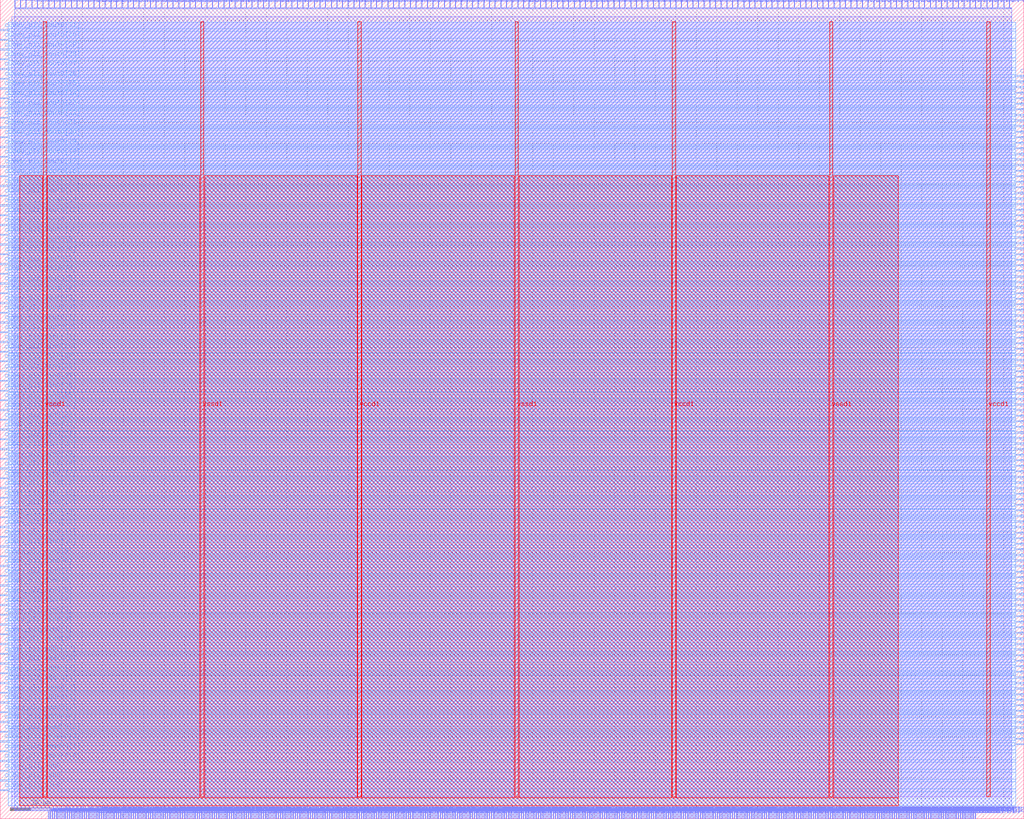
<source format=lef>
VERSION 5.7 ;
  NOWIREEXTENSIONATPIN ON ;
  DIVIDERCHAR "/" ;
  BUSBITCHARS "[]" ;
MACRO cawb
  CLASS BLOCK ;
  FOREIGN cawb ;
  ORIGIN 0.000 0.000 ;
  SIZE 500.000 BY 400.000 ;
  PIN ca_command[0]
    DIRECTION OUTPUT TRISTATE ;
    USE SIGNAL ;
    PORT
      LAYER met2 ;
        RECT 404.430 396.000 404.710 400.000 ;
    END
  END ca_command[0]
  PIN ca_command[10]
    DIRECTION OUTPUT TRISTATE ;
    USE SIGNAL ;
    PORT
      LAYER met2 ;
        RECT 432.030 396.000 432.310 400.000 ;
    END
  END ca_command[10]
  PIN ca_command[11]
    DIRECTION OUTPUT TRISTATE ;
    USE SIGNAL ;
    PORT
      LAYER met2 ;
        RECT 434.790 396.000 435.070 400.000 ;
    END
  END ca_command[11]
  PIN ca_command[12]
    DIRECTION OUTPUT TRISTATE ;
    USE SIGNAL ;
    PORT
      LAYER met2 ;
        RECT 437.550 396.000 437.830 400.000 ;
    END
  END ca_command[12]
  PIN ca_command[13]
    DIRECTION OUTPUT TRISTATE ;
    USE SIGNAL ;
    PORT
      LAYER met2 ;
        RECT 440.310 396.000 440.590 400.000 ;
    END
  END ca_command[13]
  PIN ca_command[14]
    DIRECTION OUTPUT TRISTATE ;
    USE SIGNAL ;
    PORT
      LAYER met2 ;
        RECT 443.070 396.000 443.350 400.000 ;
    END
  END ca_command[14]
  PIN ca_command[15]
    DIRECTION OUTPUT TRISTATE ;
    USE SIGNAL ;
    PORT
      LAYER met2 ;
        RECT 445.830 396.000 446.110 400.000 ;
    END
  END ca_command[15]
  PIN ca_command[16]
    DIRECTION OUTPUT TRISTATE ;
    USE SIGNAL ;
    PORT
      LAYER met2 ;
        RECT 448.590 396.000 448.870 400.000 ;
    END
  END ca_command[16]
  PIN ca_command[17]
    DIRECTION OUTPUT TRISTATE ;
    USE SIGNAL ;
    PORT
      LAYER met2 ;
        RECT 451.350 396.000 451.630 400.000 ;
    END
  END ca_command[17]
  PIN ca_command[18]
    DIRECTION OUTPUT TRISTATE ;
    USE SIGNAL ;
    PORT
      LAYER met2 ;
        RECT 454.110 396.000 454.390 400.000 ;
    END
  END ca_command[18]
  PIN ca_command[19]
    DIRECTION OUTPUT TRISTATE ;
    USE SIGNAL ;
    PORT
      LAYER met2 ;
        RECT 456.870 396.000 457.150 400.000 ;
    END
  END ca_command[19]
  PIN ca_command[1]
    DIRECTION OUTPUT TRISTATE ;
    USE SIGNAL ;
    PORT
      LAYER met2 ;
        RECT 407.190 396.000 407.470 400.000 ;
    END
  END ca_command[1]
  PIN ca_command[20]
    DIRECTION OUTPUT TRISTATE ;
    USE SIGNAL ;
    PORT
      LAYER met2 ;
        RECT 459.630 396.000 459.910 400.000 ;
    END
  END ca_command[20]
  PIN ca_command[21]
    DIRECTION OUTPUT TRISTATE ;
    USE SIGNAL ;
    PORT
      LAYER met2 ;
        RECT 462.390 396.000 462.670 400.000 ;
    END
  END ca_command[21]
  PIN ca_command[22]
    DIRECTION OUTPUT TRISTATE ;
    USE SIGNAL ;
    PORT
      LAYER met2 ;
        RECT 465.150 396.000 465.430 400.000 ;
    END
  END ca_command[22]
  PIN ca_command[23]
    DIRECTION OUTPUT TRISTATE ;
    USE SIGNAL ;
    PORT
      LAYER met2 ;
        RECT 467.910 396.000 468.190 400.000 ;
    END
  END ca_command[23]
  PIN ca_command[24]
    DIRECTION OUTPUT TRISTATE ;
    USE SIGNAL ;
    PORT
      LAYER met2 ;
        RECT 470.670 396.000 470.950 400.000 ;
    END
  END ca_command[24]
  PIN ca_command[25]
    DIRECTION OUTPUT TRISTATE ;
    USE SIGNAL ;
    PORT
      LAYER met2 ;
        RECT 473.430 396.000 473.710 400.000 ;
    END
  END ca_command[25]
  PIN ca_command[26]
    DIRECTION OUTPUT TRISTATE ;
    USE SIGNAL ;
    PORT
      LAYER met2 ;
        RECT 476.190 396.000 476.470 400.000 ;
    END
  END ca_command[26]
  PIN ca_command[27]
    DIRECTION OUTPUT TRISTATE ;
    USE SIGNAL ;
    PORT
      LAYER met2 ;
        RECT 478.950 396.000 479.230 400.000 ;
    END
  END ca_command[27]
  PIN ca_command[28]
    DIRECTION OUTPUT TRISTATE ;
    USE SIGNAL ;
    PORT
      LAYER met2 ;
        RECT 481.710 396.000 481.990 400.000 ;
    END
  END ca_command[28]
  PIN ca_command[29]
    DIRECTION OUTPUT TRISTATE ;
    USE SIGNAL ;
    PORT
      LAYER met2 ;
        RECT 484.470 396.000 484.750 400.000 ;
    END
  END ca_command[29]
  PIN ca_command[2]
    DIRECTION OUTPUT TRISTATE ;
    USE SIGNAL ;
    PORT
      LAYER met2 ;
        RECT 409.950 396.000 410.230 400.000 ;
    END
  END ca_command[2]
  PIN ca_command[30]
    DIRECTION OUTPUT TRISTATE ;
    USE SIGNAL ;
    PORT
      LAYER met2 ;
        RECT 487.230 396.000 487.510 400.000 ;
    END
  END ca_command[30]
  PIN ca_command[31]
    DIRECTION OUTPUT TRISTATE ;
    USE SIGNAL ;
    PORT
      LAYER met2 ;
        RECT 489.990 396.000 490.270 400.000 ;
    END
  END ca_command[31]
  PIN ca_command[3]
    DIRECTION OUTPUT TRISTATE ;
    USE SIGNAL ;
    PORT
      LAYER met2 ;
        RECT 412.710 396.000 412.990 400.000 ;
    END
  END ca_command[3]
  PIN ca_command[4]
    DIRECTION OUTPUT TRISTATE ;
    USE SIGNAL ;
    PORT
      LAYER met2 ;
        RECT 415.470 396.000 415.750 400.000 ;
    END
  END ca_command[4]
  PIN ca_command[5]
    DIRECTION OUTPUT TRISTATE ;
    USE SIGNAL ;
    PORT
      LAYER met2 ;
        RECT 418.230 396.000 418.510 400.000 ;
    END
  END ca_command[5]
  PIN ca_command[6]
    DIRECTION OUTPUT TRISTATE ;
    USE SIGNAL ;
    PORT
      LAYER met2 ;
        RECT 420.990 396.000 421.270 400.000 ;
    END
  END ca_command[6]
  PIN ca_command[7]
    DIRECTION OUTPUT TRISTATE ;
    USE SIGNAL ;
    PORT
      LAYER met2 ;
        RECT 423.750 396.000 424.030 400.000 ;
    END
  END ca_command[7]
  PIN ca_command[8]
    DIRECTION OUTPUT TRISTATE ;
    USE SIGNAL ;
    PORT
      LAYER met2 ;
        RECT 426.510 396.000 426.790 400.000 ;
    END
  END ca_command[8]
  PIN ca_command[9]
    DIRECTION OUTPUT TRISTATE ;
    USE SIGNAL ;
    PORT
      LAYER met2 ;
        RECT 429.270 396.000 429.550 400.000 ;
    END
  END ca_command[9]
  PIN ca_dbus_ack
    DIRECTION OUTPUT TRISTATE ;
    USE SIGNAL ;
    PORT
      LAYER met2 ;
        RECT 227.790 396.000 228.070 400.000 ;
    END
  END ca_dbus_ack
  PIN ca_dbus_com
    DIRECTION INPUT ;
    USE SIGNAL ;
    PORT
      LAYER met2 ;
        RECT 230.550 396.000 230.830 400.000 ;
    END
  END ca_dbus_com
  PIN ca_dbus_data[0]
    DIRECTION INPUT ;
    USE SIGNAL ;
    PORT
      LAYER met2 ;
        RECT 241.590 396.000 241.870 400.000 ;
    END
  END ca_dbus_data[0]
  PIN ca_dbus_data[10]
    DIRECTION INPUT ;
    USE SIGNAL ;
    PORT
      LAYER met2 ;
        RECT 269.190 396.000 269.470 400.000 ;
    END
  END ca_dbus_data[10]
  PIN ca_dbus_data[11]
    DIRECTION INPUT ;
    USE SIGNAL ;
    PORT
      LAYER met2 ;
        RECT 271.950 396.000 272.230 400.000 ;
    END
  END ca_dbus_data[11]
  PIN ca_dbus_data[12]
    DIRECTION INPUT ;
    USE SIGNAL ;
    PORT
      LAYER met2 ;
        RECT 274.710 396.000 274.990 400.000 ;
    END
  END ca_dbus_data[12]
  PIN ca_dbus_data[13]
    DIRECTION INPUT ;
    USE SIGNAL ;
    PORT
      LAYER met2 ;
        RECT 277.470 396.000 277.750 400.000 ;
    END
  END ca_dbus_data[13]
  PIN ca_dbus_data[14]
    DIRECTION INPUT ;
    USE SIGNAL ;
    PORT
      LAYER met2 ;
        RECT 280.230 396.000 280.510 400.000 ;
    END
  END ca_dbus_data[14]
  PIN ca_dbus_data[15]
    DIRECTION INPUT ;
    USE SIGNAL ;
    PORT
      LAYER met2 ;
        RECT 282.990 396.000 283.270 400.000 ;
    END
  END ca_dbus_data[15]
  PIN ca_dbus_data[16]
    DIRECTION INPUT ;
    USE SIGNAL ;
    PORT
      LAYER met2 ;
        RECT 285.750 396.000 286.030 400.000 ;
    END
  END ca_dbus_data[16]
  PIN ca_dbus_data[17]
    DIRECTION INPUT ;
    USE SIGNAL ;
    PORT
      LAYER met2 ;
        RECT 288.510 396.000 288.790 400.000 ;
    END
  END ca_dbus_data[17]
  PIN ca_dbus_data[18]
    DIRECTION INPUT ;
    USE SIGNAL ;
    PORT
      LAYER met2 ;
        RECT 291.270 396.000 291.550 400.000 ;
    END
  END ca_dbus_data[18]
  PIN ca_dbus_data[19]
    DIRECTION INPUT ;
    USE SIGNAL ;
    PORT
      LAYER met2 ;
        RECT 294.030 396.000 294.310 400.000 ;
    END
  END ca_dbus_data[19]
  PIN ca_dbus_data[1]
    DIRECTION INPUT ;
    USE SIGNAL ;
    PORT
      LAYER met2 ;
        RECT 244.350 396.000 244.630 400.000 ;
    END
  END ca_dbus_data[1]
  PIN ca_dbus_data[20]
    DIRECTION INPUT ;
    USE SIGNAL ;
    PORT
      LAYER met2 ;
        RECT 296.790 396.000 297.070 400.000 ;
    END
  END ca_dbus_data[20]
  PIN ca_dbus_data[21]
    DIRECTION INPUT ;
    USE SIGNAL ;
    PORT
      LAYER met2 ;
        RECT 299.550 396.000 299.830 400.000 ;
    END
  END ca_dbus_data[21]
  PIN ca_dbus_data[22]
    DIRECTION INPUT ;
    USE SIGNAL ;
    PORT
      LAYER met2 ;
        RECT 302.310 396.000 302.590 400.000 ;
    END
  END ca_dbus_data[22]
  PIN ca_dbus_data[23]
    DIRECTION INPUT ;
    USE SIGNAL ;
    PORT
      LAYER met2 ;
        RECT 305.070 396.000 305.350 400.000 ;
    END
  END ca_dbus_data[23]
  PIN ca_dbus_data[24]
    DIRECTION INPUT ;
    USE SIGNAL ;
    PORT
      LAYER met2 ;
        RECT 307.830 396.000 308.110 400.000 ;
    END
  END ca_dbus_data[24]
  PIN ca_dbus_data[25]
    DIRECTION INPUT ;
    USE SIGNAL ;
    PORT
      LAYER met2 ;
        RECT 310.590 396.000 310.870 400.000 ;
    END
  END ca_dbus_data[25]
  PIN ca_dbus_data[26]
    DIRECTION INPUT ;
    USE SIGNAL ;
    PORT
      LAYER met2 ;
        RECT 313.350 396.000 313.630 400.000 ;
    END
  END ca_dbus_data[26]
  PIN ca_dbus_data[27]
    DIRECTION INPUT ;
    USE SIGNAL ;
    PORT
      LAYER met2 ;
        RECT 316.110 396.000 316.390 400.000 ;
    END
  END ca_dbus_data[27]
  PIN ca_dbus_data[28]
    DIRECTION INPUT ;
    USE SIGNAL ;
    PORT
      LAYER met2 ;
        RECT 318.870 396.000 319.150 400.000 ;
    END
  END ca_dbus_data[28]
  PIN ca_dbus_data[29]
    DIRECTION INPUT ;
    USE SIGNAL ;
    PORT
      LAYER met2 ;
        RECT 321.630 396.000 321.910 400.000 ;
    END
  END ca_dbus_data[29]
  PIN ca_dbus_data[2]
    DIRECTION INPUT ;
    USE SIGNAL ;
    PORT
      LAYER met2 ;
        RECT 247.110 396.000 247.390 400.000 ;
    END
  END ca_dbus_data[2]
  PIN ca_dbus_data[30]
    DIRECTION INPUT ;
    USE SIGNAL ;
    PORT
      LAYER met2 ;
        RECT 324.390 396.000 324.670 400.000 ;
    END
  END ca_dbus_data[30]
  PIN ca_dbus_data[31]
    DIRECTION INPUT ;
    USE SIGNAL ;
    PORT
      LAYER met2 ;
        RECT 327.150 396.000 327.430 400.000 ;
    END
  END ca_dbus_data[31]
  PIN ca_dbus_data[3]
    DIRECTION INPUT ;
    USE SIGNAL ;
    PORT
      LAYER met2 ;
        RECT 249.870 396.000 250.150 400.000 ;
    END
  END ca_dbus_data[3]
  PIN ca_dbus_data[4]
    DIRECTION INPUT ;
    USE SIGNAL ;
    PORT
      LAYER met2 ;
        RECT 252.630 396.000 252.910 400.000 ;
    END
  END ca_dbus_data[4]
  PIN ca_dbus_data[5]
    DIRECTION INPUT ;
    USE SIGNAL ;
    PORT
      LAYER met2 ;
        RECT 255.390 396.000 255.670 400.000 ;
    END
  END ca_dbus_data[5]
  PIN ca_dbus_data[6]
    DIRECTION INPUT ;
    USE SIGNAL ;
    PORT
      LAYER met2 ;
        RECT 258.150 396.000 258.430 400.000 ;
    END
  END ca_dbus_data[6]
  PIN ca_dbus_data[7]
    DIRECTION INPUT ;
    USE SIGNAL ;
    PORT
      LAYER met2 ;
        RECT 260.910 396.000 261.190 400.000 ;
    END
  END ca_dbus_data[7]
  PIN ca_dbus_data[8]
    DIRECTION INPUT ;
    USE SIGNAL ;
    PORT
      LAYER met2 ;
        RECT 263.670 396.000 263.950 400.000 ;
    END
  END ca_dbus_data[8]
  PIN ca_dbus_data[9]
    DIRECTION INPUT ;
    USE SIGNAL ;
    PORT
      LAYER met2 ;
        RECT 266.430 396.000 266.710 400.000 ;
    END
  END ca_dbus_data[9]
  PIN ca_dbus_tid[0]
    DIRECTION INPUT ;
    USE SIGNAL ;
    PORT
      LAYER met2 ;
        RECT 233.310 396.000 233.590 400.000 ;
    END
  END ca_dbus_tid[0]
  PIN ca_dbus_tid[1]
    DIRECTION INPUT ;
    USE SIGNAL ;
    PORT
      LAYER met2 ;
        RECT 236.070 396.000 236.350 400.000 ;
    END
  END ca_dbus_tid[1]
  PIN ca_dbus_tid[2]
    DIRECTION INPUT ;
    USE SIGNAL ;
    PORT
      LAYER met2 ;
        RECT 238.830 396.000 239.110 400.000 ;
    END
  END ca_dbus_tid[2]
  PIN ca_dbus_valid
    DIRECTION INPUT ;
    USE SIGNAL ;
    PORT
      LAYER met2 ;
        RECT 225.030 396.000 225.310 400.000 ;
    END
  END ca_dbus_valid
  PIN ca_match_ack
    DIRECTION INPUT ;
    USE SIGNAL ;
    PORT
      LAYER met2 ;
        RECT 401.670 396.000 401.950 400.000 ;
    END
  END ca_match_ack
  PIN ca_match_valid
    DIRECTION OUTPUT TRISTATE ;
    USE SIGNAL ;
    PORT
      LAYER met2 ;
        RECT 398.910 396.000 399.190 400.000 ;
    END
  END ca_match_valid
  PIN ca_time_ack
    DIRECTION INPUT ;
    USE SIGNAL ;
    PORT
      LAYER met2 ;
        RECT 332.670 396.000 332.950 400.000 ;
    END
  END ca_time_ack
  PIN ca_time_data[0]
    DIRECTION OUTPUT TRISTATE ;
    USE SIGNAL ;
    PORT
      LAYER met2 ;
        RECT 335.430 396.000 335.710 400.000 ;
    END
  END ca_time_data[0]
  PIN ca_time_data[10]
    DIRECTION OUTPUT TRISTATE ;
    USE SIGNAL ;
    PORT
      LAYER met2 ;
        RECT 363.030 396.000 363.310 400.000 ;
    END
  END ca_time_data[10]
  PIN ca_time_data[11]
    DIRECTION OUTPUT TRISTATE ;
    USE SIGNAL ;
    PORT
      LAYER met2 ;
        RECT 365.790 396.000 366.070 400.000 ;
    END
  END ca_time_data[11]
  PIN ca_time_data[12]
    DIRECTION OUTPUT TRISTATE ;
    USE SIGNAL ;
    PORT
      LAYER met2 ;
        RECT 368.550 396.000 368.830 400.000 ;
    END
  END ca_time_data[12]
  PIN ca_time_data[13]
    DIRECTION OUTPUT TRISTATE ;
    USE SIGNAL ;
    PORT
      LAYER met2 ;
        RECT 371.310 396.000 371.590 400.000 ;
    END
  END ca_time_data[13]
  PIN ca_time_data[14]
    DIRECTION OUTPUT TRISTATE ;
    USE SIGNAL ;
    PORT
      LAYER met2 ;
        RECT 374.070 396.000 374.350 400.000 ;
    END
  END ca_time_data[14]
  PIN ca_time_data[15]
    DIRECTION OUTPUT TRISTATE ;
    USE SIGNAL ;
    PORT
      LAYER met2 ;
        RECT 376.830 396.000 377.110 400.000 ;
    END
  END ca_time_data[15]
  PIN ca_time_data[16]
    DIRECTION OUTPUT TRISTATE ;
    USE SIGNAL ;
    PORT
      LAYER met2 ;
        RECT 379.590 396.000 379.870 400.000 ;
    END
  END ca_time_data[16]
  PIN ca_time_data[17]
    DIRECTION OUTPUT TRISTATE ;
    USE SIGNAL ;
    PORT
      LAYER met2 ;
        RECT 382.350 396.000 382.630 400.000 ;
    END
  END ca_time_data[17]
  PIN ca_time_data[18]
    DIRECTION OUTPUT TRISTATE ;
    USE SIGNAL ;
    PORT
      LAYER met2 ;
        RECT 385.110 396.000 385.390 400.000 ;
    END
  END ca_time_data[18]
  PIN ca_time_data[19]
    DIRECTION OUTPUT TRISTATE ;
    USE SIGNAL ;
    PORT
      LAYER met2 ;
        RECT 387.870 396.000 388.150 400.000 ;
    END
  END ca_time_data[19]
  PIN ca_time_data[1]
    DIRECTION OUTPUT TRISTATE ;
    USE SIGNAL ;
    PORT
      LAYER met2 ;
        RECT 338.190 396.000 338.470 400.000 ;
    END
  END ca_time_data[1]
  PIN ca_time_data[20]
    DIRECTION OUTPUT TRISTATE ;
    USE SIGNAL ;
    PORT
      LAYER met2 ;
        RECT 390.630 396.000 390.910 400.000 ;
    END
  END ca_time_data[20]
  PIN ca_time_data[21]
    DIRECTION OUTPUT TRISTATE ;
    USE SIGNAL ;
    PORT
      LAYER met2 ;
        RECT 393.390 396.000 393.670 400.000 ;
    END
  END ca_time_data[21]
  PIN ca_time_data[22]
    DIRECTION OUTPUT TRISTATE ;
    USE SIGNAL ;
    PORT
      LAYER met2 ;
        RECT 396.150 396.000 396.430 400.000 ;
    END
  END ca_time_data[22]
  PIN ca_time_data[2]
    DIRECTION OUTPUT TRISTATE ;
    USE SIGNAL ;
    PORT
      LAYER met2 ;
        RECT 340.950 396.000 341.230 400.000 ;
    END
  END ca_time_data[2]
  PIN ca_time_data[3]
    DIRECTION OUTPUT TRISTATE ;
    USE SIGNAL ;
    PORT
      LAYER met2 ;
        RECT 343.710 396.000 343.990 400.000 ;
    END
  END ca_time_data[3]
  PIN ca_time_data[4]
    DIRECTION OUTPUT TRISTATE ;
    USE SIGNAL ;
    PORT
      LAYER met2 ;
        RECT 346.470 396.000 346.750 400.000 ;
    END
  END ca_time_data[4]
  PIN ca_time_data[5]
    DIRECTION OUTPUT TRISTATE ;
    USE SIGNAL ;
    PORT
      LAYER met2 ;
        RECT 349.230 396.000 349.510 400.000 ;
    END
  END ca_time_data[5]
  PIN ca_time_data[6]
    DIRECTION OUTPUT TRISTATE ;
    USE SIGNAL ;
    PORT
      LAYER met2 ;
        RECT 351.990 396.000 352.270 400.000 ;
    END
  END ca_time_data[6]
  PIN ca_time_data[7]
    DIRECTION OUTPUT TRISTATE ;
    USE SIGNAL ;
    PORT
      LAYER met2 ;
        RECT 354.750 396.000 355.030 400.000 ;
    END
  END ca_time_data[7]
  PIN ca_time_data[8]
    DIRECTION OUTPUT TRISTATE ;
    USE SIGNAL ;
    PORT
      LAYER met2 ;
        RECT 357.510 396.000 357.790 400.000 ;
    END
  END ca_time_data[8]
  PIN ca_time_data[9]
    DIRECTION OUTPUT TRISTATE ;
    USE SIGNAL ;
    PORT
      LAYER met2 ;
        RECT 360.270 396.000 360.550 400.000 ;
    END
  END ca_time_data[9]
  PIN ca_time_valid
    DIRECTION OUTPUT TRISTATE ;
    USE SIGNAL ;
    PORT
      LAYER met2 ;
        RECT 329.910 396.000 330.190 400.000 ;
    END
  END ca_time_valid
  PIN cubev_ca_addr0[0]
    DIRECTION OUTPUT TRISTATE ;
    USE SIGNAL ;
    PORT
      LAYER met3 ;
        RECT 496.000 55.120 500.000 55.720 ;
    END
  END cubev_ca_addr0[0]
  PIN cubev_ca_addr0[1]
    DIRECTION OUTPUT TRISTATE ;
    USE SIGNAL ;
    PORT
      LAYER met3 ;
        RECT 496.000 57.840 500.000 58.440 ;
    END
  END cubev_ca_addr0[1]
  PIN cubev_ca_addr0[2]
    DIRECTION OUTPUT TRISTATE ;
    USE SIGNAL ;
    PORT
      LAYER met3 ;
        RECT 496.000 60.560 500.000 61.160 ;
    END
  END cubev_ca_addr0[2]
  PIN cubev_ca_addr0[3]
    DIRECTION OUTPUT TRISTATE ;
    USE SIGNAL ;
    PORT
      LAYER met3 ;
        RECT 496.000 63.280 500.000 63.880 ;
    END
  END cubev_ca_addr0[3]
  PIN cubev_ca_addr0[4]
    DIRECTION OUTPUT TRISTATE ;
    USE SIGNAL ;
    PORT
      LAYER met3 ;
        RECT 496.000 66.000 500.000 66.600 ;
    END
  END cubev_ca_addr0[4]
  PIN cubev_ca_addr0[5]
    DIRECTION OUTPUT TRISTATE ;
    USE SIGNAL ;
    PORT
      LAYER met3 ;
        RECT 496.000 68.720 500.000 69.320 ;
    END
  END cubev_ca_addr0[5]
  PIN cubev_ca_addr0[6]
    DIRECTION OUTPUT TRISTATE ;
    USE SIGNAL ;
    PORT
      LAYER met3 ;
        RECT 496.000 71.440 500.000 72.040 ;
    END
  END cubev_ca_addr0[6]
  PIN cubev_ca_addr0[7]
    DIRECTION OUTPUT TRISTATE ;
    USE SIGNAL ;
    PORT
      LAYER met3 ;
        RECT 496.000 74.160 500.000 74.760 ;
    END
  END cubev_ca_addr0[7]
  PIN cubev_ca_addr1[0]
    DIRECTION OUTPUT TRISTATE ;
    USE SIGNAL ;
    PORT
      LAYER met3 ;
        RECT 496.000 256.400 500.000 257.000 ;
    END
  END cubev_ca_addr1[0]
  PIN cubev_ca_addr1[1]
    DIRECTION OUTPUT TRISTATE ;
    USE SIGNAL ;
    PORT
      LAYER met3 ;
        RECT 496.000 259.120 500.000 259.720 ;
    END
  END cubev_ca_addr1[1]
  PIN cubev_ca_addr1[2]
    DIRECTION OUTPUT TRISTATE ;
    USE SIGNAL ;
    PORT
      LAYER met3 ;
        RECT 496.000 261.840 500.000 262.440 ;
    END
  END cubev_ca_addr1[2]
  PIN cubev_ca_addr1[3]
    DIRECTION OUTPUT TRISTATE ;
    USE SIGNAL ;
    PORT
      LAYER met3 ;
        RECT 496.000 264.560 500.000 265.160 ;
    END
  END cubev_ca_addr1[3]
  PIN cubev_ca_addr1[4]
    DIRECTION OUTPUT TRISTATE ;
    USE SIGNAL ;
    PORT
      LAYER met3 ;
        RECT 496.000 267.280 500.000 267.880 ;
    END
  END cubev_ca_addr1[4]
  PIN cubev_ca_addr1[5]
    DIRECTION OUTPUT TRISTATE ;
    USE SIGNAL ;
    PORT
      LAYER met3 ;
        RECT 496.000 270.000 500.000 270.600 ;
    END
  END cubev_ca_addr1[5]
  PIN cubev_ca_addr1[6]
    DIRECTION OUTPUT TRISTATE ;
    USE SIGNAL ;
    PORT
      LAYER met3 ;
        RECT 496.000 272.720 500.000 273.320 ;
    END
  END cubev_ca_addr1[6]
  PIN cubev_ca_addr1[7]
    DIRECTION OUTPUT TRISTATE ;
    USE SIGNAL ;
    PORT
      LAYER met3 ;
        RECT 496.000 275.440 500.000 276.040 ;
    END
  END cubev_ca_addr1[7]
  PIN cubev_ca_clk0
    DIRECTION OUTPUT TRISTATE ;
    USE SIGNAL ;
    PORT
      LAYER met3 ;
        RECT 496.000 36.080 500.000 36.680 ;
    END
  END cubev_ca_clk0
  PIN cubev_ca_clk1
    DIRECTION OUTPUT TRISTATE ;
    USE SIGNAL ;
    PORT
      LAYER met3 ;
        RECT 496.000 250.960 500.000 251.560 ;
    END
  END cubev_ca_clk1
  PIN cubev_ca_csb0
    DIRECTION OUTPUT TRISTATE ;
    USE SIGNAL ;
    PORT
      LAYER met3 ;
        RECT 496.000 38.800 500.000 39.400 ;
    END
  END cubev_ca_csb0
  PIN cubev_ca_csb1
    DIRECTION OUTPUT TRISTATE ;
    USE SIGNAL ;
    PORT
      LAYER met3 ;
        RECT 496.000 253.680 500.000 254.280 ;
    END
  END cubev_ca_csb1
  PIN cubev_ca_din0[0]
    DIRECTION OUTPUT TRISTATE ;
    USE SIGNAL ;
    PORT
      LAYER met3 ;
        RECT 496.000 76.880 500.000 77.480 ;
    END
  END cubev_ca_din0[0]
  PIN cubev_ca_din0[10]
    DIRECTION OUTPUT TRISTATE ;
    USE SIGNAL ;
    PORT
      LAYER met3 ;
        RECT 496.000 104.080 500.000 104.680 ;
    END
  END cubev_ca_din0[10]
  PIN cubev_ca_din0[11]
    DIRECTION OUTPUT TRISTATE ;
    USE SIGNAL ;
    PORT
      LAYER met3 ;
        RECT 496.000 106.800 500.000 107.400 ;
    END
  END cubev_ca_din0[11]
  PIN cubev_ca_din0[12]
    DIRECTION OUTPUT TRISTATE ;
    USE SIGNAL ;
    PORT
      LAYER met3 ;
        RECT 496.000 109.520 500.000 110.120 ;
    END
  END cubev_ca_din0[12]
  PIN cubev_ca_din0[13]
    DIRECTION OUTPUT TRISTATE ;
    USE SIGNAL ;
    PORT
      LAYER met3 ;
        RECT 496.000 112.240 500.000 112.840 ;
    END
  END cubev_ca_din0[13]
  PIN cubev_ca_din0[14]
    DIRECTION OUTPUT TRISTATE ;
    USE SIGNAL ;
    PORT
      LAYER met3 ;
        RECT 496.000 114.960 500.000 115.560 ;
    END
  END cubev_ca_din0[14]
  PIN cubev_ca_din0[15]
    DIRECTION OUTPUT TRISTATE ;
    USE SIGNAL ;
    PORT
      LAYER met3 ;
        RECT 496.000 117.680 500.000 118.280 ;
    END
  END cubev_ca_din0[15]
  PIN cubev_ca_din0[16]
    DIRECTION OUTPUT TRISTATE ;
    USE SIGNAL ;
    PORT
      LAYER met3 ;
        RECT 496.000 120.400 500.000 121.000 ;
    END
  END cubev_ca_din0[16]
  PIN cubev_ca_din0[17]
    DIRECTION OUTPUT TRISTATE ;
    USE SIGNAL ;
    PORT
      LAYER met3 ;
        RECT 496.000 123.120 500.000 123.720 ;
    END
  END cubev_ca_din0[17]
  PIN cubev_ca_din0[18]
    DIRECTION OUTPUT TRISTATE ;
    USE SIGNAL ;
    PORT
      LAYER met3 ;
        RECT 496.000 125.840 500.000 126.440 ;
    END
  END cubev_ca_din0[18]
  PIN cubev_ca_din0[19]
    DIRECTION OUTPUT TRISTATE ;
    USE SIGNAL ;
    PORT
      LAYER met3 ;
        RECT 496.000 128.560 500.000 129.160 ;
    END
  END cubev_ca_din0[19]
  PIN cubev_ca_din0[1]
    DIRECTION OUTPUT TRISTATE ;
    USE SIGNAL ;
    PORT
      LAYER met3 ;
        RECT 496.000 79.600 500.000 80.200 ;
    END
  END cubev_ca_din0[1]
  PIN cubev_ca_din0[20]
    DIRECTION OUTPUT TRISTATE ;
    USE SIGNAL ;
    PORT
      LAYER met3 ;
        RECT 496.000 131.280 500.000 131.880 ;
    END
  END cubev_ca_din0[20]
  PIN cubev_ca_din0[21]
    DIRECTION OUTPUT TRISTATE ;
    USE SIGNAL ;
    PORT
      LAYER met3 ;
        RECT 496.000 134.000 500.000 134.600 ;
    END
  END cubev_ca_din0[21]
  PIN cubev_ca_din0[22]
    DIRECTION OUTPUT TRISTATE ;
    USE SIGNAL ;
    PORT
      LAYER met3 ;
        RECT 496.000 136.720 500.000 137.320 ;
    END
  END cubev_ca_din0[22]
  PIN cubev_ca_din0[23]
    DIRECTION OUTPUT TRISTATE ;
    USE SIGNAL ;
    PORT
      LAYER met3 ;
        RECT 496.000 139.440 500.000 140.040 ;
    END
  END cubev_ca_din0[23]
  PIN cubev_ca_din0[24]
    DIRECTION OUTPUT TRISTATE ;
    USE SIGNAL ;
    PORT
      LAYER met3 ;
        RECT 496.000 142.160 500.000 142.760 ;
    END
  END cubev_ca_din0[24]
  PIN cubev_ca_din0[25]
    DIRECTION OUTPUT TRISTATE ;
    USE SIGNAL ;
    PORT
      LAYER met3 ;
        RECT 496.000 144.880 500.000 145.480 ;
    END
  END cubev_ca_din0[25]
  PIN cubev_ca_din0[26]
    DIRECTION OUTPUT TRISTATE ;
    USE SIGNAL ;
    PORT
      LAYER met3 ;
        RECT 496.000 147.600 500.000 148.200 ;
    END
  END cubev_ca_din0[26]
  PIN cubev_ca_din0[27]
    DIRECTION OUTPUT TRISTATE ;
    USE SIGNAL ;
    PORT
      LAYER met3 ;
        RECT 496.000 150.320 500.000 150.920 ;
    END
  END cubev_ca_din0[27]
  PIN cubev_ca_din0[28]
    DIRECTION OUTPUT TRISTATE ;
    USE SIGNAL ;
    PORT
      LAYER met3 ;
        RECT 496.000 153.040 500.000 153.640 ;
    END
  END cubev_ca_din0[28]
  PIN cubev_ca_din0[29]
    DIRECTION OUTPUT TRISTATE ;
    USE SIGNAL ;
    PORT
      LAYER met3 ;
        RECT 496.000 155.760 500.000 156.360 ;
    END
  END cubev_ca_din0[29]
  PIN cubev_ca_din0[2]
    DIRECTION OUTPUT TRISTATE ;
    USE SIGNAL ;
    PORT
      LAYER met3 ;
        RECT 496.000 82.320 500.000 82.920 ;
    END
  END cubev_ca_din0[2]
  PIN cubev_ca_din0[30]
    DIRECTION OUTPUT TRISTATE ;
    USE SIGNAL ;
    PORT
      LAYER met3 ;
        RECT 496.000 158.480 500.000 159.080 ;
    END
  END cubev_ca_din0[30]
  PIN cubev_ca_din0[31]
    DIRECTION OUTPUT TRISTATE ;
    USE SIGNAL ;
    PORT
      LAYER met3 ;
        RECT 496.000 161.200 500.000 161.800 ;
    END
  END cubev_ca_din0[31]
  PIN cubev_ca_din0[3]
    DIRECTION OUTPUT TRISTATE ;
    USE SIGNAL ;
    PORT
      LAYER met3 ;
        RECT 496.000 85.040 500.000 85.640 ;
    END
  END cubev_ca_din0[3]
  PIN cubev_ca_din0[4]
    DIRECTION OUTPUT TRISTATE ;
    USE SIGNAL ;
    PORT
      LAYER met3 ;
        RECT 496.000 87.760 500.000 88.360 ;
    END
  END cubev_ca_din0[4]
  PIN cubev_ca_din0[5]
    DIRECTION OUTPUT TRISTATE ;
    USE SIGNAL ;
    PORT
      LAYER met3 ;
        RECT 496.000 90.480 500.000 91.080 ;
    END
  END cubev_ca_din0[5]
  PIN cubev_ca_din0[6]
    DIRECTION OUTPUT TRISTATE ;
    USE SIGNAL ;
    PORT
      LAYER met3 ;
        RECT 496.000 93.200 500.000 93.800 ;
    END
  END cubev_ca_din0[6]
  PIN cubev_ca_din0[7]
    DIRECTION OUTPUT TRISTATE ;
    USE SIGNAL ;
    PORT
      LAYER met3 ;
        RECT 496.000 95.920 500.000 96.520 ;
    END
  END cubev_ca_din0[7]
  PIN cubev_ca_din0[8]
    DIRECTION OUTPUT TRISTATE ;
    USE SIGNAL ;
    PORT
      LAYER met3 ;
        RECT 496.000 98.640 500.000 99.240 ;
    END
  END cubev_ca_din0[8]
  PIN cubev_ca_din0[9]
    DIRECTION OUTPUT TRISTATE ;
    USE SIGNAL ;
    PORT
      LAYER met3 ;
        RECT 496.000 101.360 500.000 101.960 ;
    END
  END cubev_ca_din0[9]
  PIN cubev_ca_dout0[0]
    DIRECTION INPUT ;
    USE SIGNAL ;
    PORT
      LAYER met3 ;
        RECT 496.000 163.920 500.000 164.520 ;
    END
  END cubev_ca_dout0[0]
  PIN cubev_ca_dout0[10]
    DIRECTION INPUT ;
    USE SIGNAL ;
    PORT
      LAYER met3 ;
        RECT 496.000 191.120 500.000 191.720 ;
    END
  END cubev_ca_dout0[10]
  PIN cubev_ca_dout0[11]
    DIRECTION INPUT ;
    USE SIGNAL ;
    PORT
      LAYER met3 ;
        RECT 496.000 193.840 500.000 194.440 ;
    END
  END cubev_ca_dout0[11]
  PIN cubev_ca_dout0[12]
    DIRECTION INPUT ;
    USE SIGNAL ;
    PORT
      LAYER met3 ;
        RECT 496.000 196.560 500.000 197.160 ;
    END
  END cubev_ca_dout0[12]
  PIN cubev_ca_dout0[13]
    DIRECTION INPUT ;
    USE SIGNAL ;
    PORT
      LAYER met3 ;
        RECT 496.000 199.280 500.000 199.880 ;
    END
  END cubev_ca_dout0[13]
  PIN cubev_ca_dout0[14]
    DIRECTION INPUT ;
    USE SIGNAL ;
    PORT
      LAYER met3 ;
        RECT 496.000 202.000 500.000 202.600 ;
    END
  END cubev_ca_dout0[14]
  PIN cubev_ca_dout0[15]
    DIRECTION INPUT ;
    USE SIGNAL ;
    PORT
      LAYER met3 ;
        RECT 496.000 204.720 500.000 205.320 ;
    END
  END cubev_ca_dout0[15]
  PIN cubev_ca_dout0[16]
    DIRECTION INPUT ;
    USE SIGNAL ;
    PORT
      LAYER met3 ;
        RECT 496.000 207.440 500.000 208.040 ;
    END
  END cubev_ca_dout0[16]
  PIN cubev_ca_dout0[17]
    DIRECTION INPUT ;
    USE SIGNAL ;
    PORT
      LAYER met3 ;
        RECT 496.000 210.160 500.000 210.760 ;
    END
  END cubev_ca_dout0[17]
  PIN cubev_ca_dout0[18]
    DIRECTION INPUT ;
    USE SIGNAL ;
    PORT
      LAYER met3 ;
        RECT 496.000 212.880 500.000 213.480 ;
    END
  END cubev_ca_dout0[18]
  PIN cubev_ca_dout0[19]
    DIRECTION INPUT ;
    USE SIGNAL ;
    PORT
      LAYER met3 ;
        RECT 496.000 215.600 500.000 216.200 ;
    END
  END cubev_ca_dout0[19]
  PIN cubev_ca_dout0[1]
    DIRECTION INPUT ;
    USE SIGNAL ;
    PORT
      LAYER met3 ;
        RECT 496.000 166.640 500.000 167.240 ;
    END
  END cubev_ca_dout0[1]
  PIN cubev_ca_dout0[20]
    DIRECTION INPUT ;
    USE SIGNAL ;
    PORT
      LAYER met3 ;
        RECT 496.000 218.320 500.000 218.920 ;
    END
  END cubev_ca_dout0[20]
  PIN cubev_ca_dout0[21]
    DIRECTION INPUT ;
    USE SIGNAL ;
    PORT
      LAYER met3 ;
        RECT 496.000 221.040 500.000 221.640 ;
    END
  END cubev_ca_dout0[21]
  PIN cubev_ca_dout0[22]
    DIRECTION INPUT ;
    USE SIGNAL ;
    PORT
      LAYER met3 ;
        RECT 496.000 223.760 500.000 224.360 ;
    END
  END cubev_ca_dout0[22]
  PIN cubev_ca_dout0[23]
    DIRECTION INPUT ;
    USE SIGNAL ;
    PORT
      LAYER met3 ;
        RECT 496.000 226.480 500.000 227.080 ;
    END
  END cubev_ca_dout0[23]
  PIN cubev_ca_dout0[24]
    DIRECTION INPUT ;
    USE SIGNAL ;
    PORT
      LAYER met3 ;
        RECT 496.000 229.200 500.000 229.800 ;
    END
  END cubev_ca_dout0[24]
  PIN cubev_ca_dout0[25]
    DIRECTION INPUT ;
    USE SIGNAL ;
    PORT
      LAYER met3 ;
        RECT 496.000 231.920 500.000 232.520 ;
    END
  END cubev_ca_dout0[25]
  PIN cubev_ca_dout0[26]
    DIRECTION INPUT ;
    USE SIGNAL ;
    PORT
      LAYER met3 ;
        RECT 496.000 234.640 500.000 235.240 ;
    END
  END cubev_ca_dout0[26]
  PIN cubev_ca_dout0[27]
    DIRECTION INPUT ;
    USE SIGNAL ;
    PORT
      LAYER met3 ;
        RECT 496.000 237.360 500.000 237.960 ;
    END
  END cubev_ca_dout0[27]
  PIN cubev_ca_dout0[28]
    DIRECTION INPUT ;
    USE SIGNAL ;
    PORT
      LAYER met3 ;
        RECT 496.000 240.080 500.000 240.680 ;
    END
  END cubev_ca_dout0[28]
  PIN cubev_ca_dout0[29]
    DIRECTION INPUT ;
    USE SIGNAL ;
    PORT
      LAYER met3 ;
        RECT 496.000 242.800 500.000 243.400 ;
    END
  END cubev_ca_dout0[29]
  PIN cubev_ca_dout0[2]
    DIRECTION INPUT ;
    USE SIGNAL ;
    PORT
      LAYER met3 ;
        RECT 496.000 169.360 500.000 169.960 ;
    END
  END cubev_ca_dout0[2]
  PIN cubev_ca_dout0[30]
    DIRECTION INPUT ;
    USE SIGNAL ;
    PORT
      LAYER met3 ;
        RECT 496.000 245.520 500.000 246.120 ;
    END
  END cubev_ca_dout0[30]
  PIN cubev_ca_dout0[31]
    DIRECTION INPUT ;
    USE SIGNAL ;
    PORT
      LAYER met3 ;
        RECT 496.000 248.240 500.000 248.840 ;
    END
  END cubev_ca_dout0[31]
  PIN cubev_ca_dout0[3]
    DIRECTION INPUT ;
    USE SIGNAL ;
    PORT
      LAYER met3 ;
        RECT 496.000 172.080 500.000 172.680 ;
    END
  END cubev_ca_dout0[3]
  PIN cubev_ca_dout0[4]
    DIRECTION INPUT ;
    USE SIGNAL ;
    PORT
      LAYER met3 ;
        RECT 496.000 174.800 500.000 175.400 ;
    END
  END cubev_ca_dout0[4]
  PIN cubev_ca_dout0[5]
    DIRECTION INPUT ;
    USE SIGNAL ;
    PORT
      LAYER met3 ;
        RECT 496.000 177.520 500.000 178.120 ;
    END
  END cubev_ca_dout0[5]
  PIN cubev_ca_dout0[6]
    DIRECTION INPUT ;
    USE SIGNAL ;
    PORT
      LAYER met3 ;
        RECT 496.000 180.240 500.000 180.840 ;
    END
  END cubev_ca_dout0[6]
  PIN cubev_ca_dout0[7]
    DIRECTION INPUT ;
    USE SIGNAL ;
    PORT
      LAYER met3 ;
        RECT 496.000 182.960 500.000 183.560 ;
    END
  END cubev_ca_dout0[7]
  PIN cubev_ca_dout0[8]
    DIRECTION INPUT ;
    USE SIGNAL ;
    PORT
      LAYER met3 ;
        RECT 496.000 185.680 500.000 186.280 ;
    END
  END cubev_ca_dout0[8]
  PIN cubev_ca_dout0[9]
    DIRECTION INPUT ;
    USE SIGNAL ;
    PORT
      LAYER met3 ;
        RECT 496.000 188.400 500.000 189.000 ;
    END
  END cubev_ca_dout0[9]
  PIN cubev_ca_dout1[0]
    DIRECTION INPUT ;
    USE SIGNAL ;
    PORT
      LAYER met3 ;
        RECT 496.000 278.160 500.000 278.760 ;
    END
  END cubev_ca_dout1[0]
  PIN cubev_ca_dout1[10]
    DIRECTION INPUT ;
    USE SIGNAL ;
    PORT
      LAYER met3 ;
        RECT 496.000 305.360 500.000 305.960 ;
    END
  END cubev_ca_dout1[10]
  PIN cubev_ca_dout1[11]
    DIRECTION INPUT ;
    USE SIGNAL ;
    PORT
      LAYER met3 ;
        RECT 496.000 308.080 500.000 308.680 ;
    END
  END cubev_ca_dout1[11]
  PIN cubev_ca_dout1[12]
    DIRECTION INPUT ;
    USE SIGNAL ;
    PORT
      LAYER met3 ;
        RECT 496.000 310.800 500.000 311.400 ;
    END
  END cubev_ca_dout1[12]
  PIN cubev_ca_dout1[13]
    DIRECTION INPUT ;
    USE SIGNAL ;
    PORT
      LAYER met3 ;
        RECT 496.000 313.520 500.000 314.120 ;
    END
  END cubev_ca_dout1[13]
  PIN cubev_ca_dout1[14]
    DIRECTION INPUT ;
    USE SIGNAL ;
    PORT
      LAYER met3 ;
        RECT 496.000 316.240 500.000 316.840 ;
    END
  END cubev_ca_dout1[14]
  PIN cubev_ca_dout1[15]
    DIRECTION INPUT ;
    USE SIGNAL ;
    PORT
      LAYER met3 ;
        RECT 496.000 318.960 500.000 319.560 ;
    END
  END cubev_ca_dout1[15]
  PIN cubev_ca_dout1[16]
    DIRECTION INPUT ;
    USE SIGNAL ;
    PORT
      LAYER met3 ;
        RECT 496.000 321.680 500.000 322.280 ;
    END
  END cubev_ca_dout1[16]
  PIN cubev_ca_dout1[17]
    DIRECTION INPUT ;
    USE SIGNAL ;
    PORT
      LAYER met3 ;
        RECT 496.000 324.400 500.000 325.000 ;
    END
  END cubev_ca_dout1[17]
  PIN cubev_ca_dout1[18]
    DIRECTION INPUT ;
    USE SIGNAL ;
    PORT
      LAYER met3 ;
        RECT 496.000 327.120 500.000 327.720 ;
    END
  END cubev_ca_dout1[18]
  PIN cubev_ca_dout1[19]
    DIRECTION INPUT ;
    USE SIGNAL ;
    PORT
      LAYER met3 ;
        RECT 496.000 329.840 500.000 330.440 ;
    END
  END cubev_ca_dout1[19]
  PIN cubev_ca_dout1[1]
    DIRECTION INPUT ;
    USE SIGNAL ;
    PORT
      LAYER met3 ;
        RECT 496.000 280.880 500.000 281.480 ;
    END
  END cubev_ca_dout1[1]
  PIN cubev_ca_dout1[20]
    DIRECTION INPUT ;
    USE SIGNAL ;
    PORT
      LAYER met3 ;
        RECT 496.000 332.560 500.000 333.160 ;
    END
  END cubev_ca_dout1[20]
  PIN cubev_ca_dout1[21]
    DIRECTION INPUT ;
    USE SIGNAL ;
    PORT
      LAYER met3 ;
        RECT 496.000 335.280 500.000 335.880 ;
    END
  END cubev_ca_dout1[21]
  PIN cubev_ca_dout1[22]
    DIRECTION INPUT ;
    USE SIGNAL ;
    PORT
      LAYER met3 ;
        RECT 496.000 338.000 500.000 338.600 ;
    END
  END cubev_ca_dout1[22]
  PIN cubev_ca_dout1[23]
    DIRECTION INPUT ;
    USE SIGNAL ;
    PORT
      LAYER met3 ;
        RECT 496.000 340.720 500.000 341.320 ;
    END
  END cubev_ca_dout1[23]
  PIN cubev_ca_dout1[24]
    DIRECTION INPUT ;
    USE SIGNAL ;
    PORT
      LAYER met3 ;
        RECT 496.000 343.440 500.000 344.040 ;
    END
  END cubev_ca_dout1[24]
  PIN cubev_ca_dout1[25]
    DIRECTION INPUT ;
    USE SIGNAL ;
    PORT
      LAYER met3 ;
        RECT 496.000 346.160 500.000 346.760 ;
    END
  END cubev_ca_dout1[25]
  PIN cubev_ca_dout1[26]
    DIRECTION INPUT ;
    USE SIGNAL ;
    PORT
      LAYER met3 ;
        RECT 496.000 348.880 500.000 349.480 ;
    END
  END cubev_ca_dout1[26]
  PIN cubev_ca_dout1[27]
    DIRECTION INPUT ;
    USE SIGNAL ;
    PORT
      LAYER met3 ;
        RECT 496.000 351.600 500.000 352.200 ;
    END
  END cubev_ca_dout1[27]
  PIN cubev_ca_dout1[28]
    DIRECTION INPUT ;
    USE SIGNAL ;
    PORT
      LAYER met3 ;
        RECT 496.000 354.320 500.000 354.920 ;
    END
  END cubev_ca_dout1[28]
  PIN cubev_ca_dout1[29]
    DIRECTION INPUT ;
    USE SIGNAL ;
    PORT
      LAYER met3 ;
        RECT 496.000 357.040 500.000 357.640 ;
    END
  END cubev_ca_dout1[29]
  PIN cubev_ca_dout1[2]
    DIRECTION INPUT ;
    USE SIGNAL ;
    PORT
      LAYER met3 ;
        RECT 496.000 283.600 500.000 284.200 ;
    END
  END cubev_ca_dout1[2]
  PIN cubev_ca_dout1[30]
    DIRECTION INPUT ;
    USE SIGNAL ;
    PORT
      LAYER met3 ;
        RECT 496.000 359.760 500.000 360.360 ;
    END
  END cubev_ca_dout1[30]
  PIN cubev_ca_dout1[31]
    DIRECTION INPUT ;
    USE SIGNAL ;
    PORT
      LAYER met3 ;
        RECT 496.000 362.480 500.000 363.080 ;
    END
  END cubev_ca_dout1[31]
  PIN cubev_ca_dout1[3]
    DIRECTION INPUT ;
    USE SIGNAL ;
    PORT
      LAYER met3 ;
        RECT 496.000 286.320 500.000 286.920 ;
    END
  END cubev_ca_dout1[3]
  PIN cubev_ca_dout1[4]
    DIRECTION INPUT ;
    USE SIGNAL ;
    PORT
      LAYER met3 ;
        RECT 496.000 289.040 500.000 289.640 ;
    END
  END cubev_ca_dout1[4]
  PIN cubev_ca_dout1[5]
    DIRECTION INPUT ;
    USE SIGNAL ;
    PORT
      LAYER met3 ;
        RECT 496.000 291.760 500.000 292.360 ;
    END
  END cubev_ca_dout1[5]
  PIN cubev_ca_dout1[6]
    DIRECTION INPUT ;
    USE SIGNAL ;
    PORT
      LAYER met3 ;
        RECT 496.000 294.480 500.000 295.080 ;
    END
  END cubev_ca_dout1[6]
  PIN cubev_ca_dout1[7]
    DIRECTION INPUT ;
    USE SIGNAL ;
    PORT
      LAYER met3 ;
        RECT 496.000 297.200 500.000 297.800 ;
    END
  END cubev_ca_dout1[7]
  PIN cubev_ca_dout1[8]
    DIRECTION INPUT ;
    USE SIGNAL ;
    PORT
      LAYER met3 ;
        RECT 496.000 299.920 500.000 300.520 ;
    END
  END cubev_ca_dout1[8]
  PIN cubev_ca_dout1[9]
    DIRECTION INPUT ;
    USE SIGNAL ;
    PORT
      LAYER met3 ;
        RECT 496.000 302.640 500.000 303.240 ;
    END
  END cubev_ca_dout1[9]
  PIN cubev_ca_web0
    DIRECTION OUTPUT TRISTATE ;
    USE SIGNAL ;
    PORT
      LAYER met3 ;
        RECT 496.000 41.520 500.000 42.120 ;
    END
  END cubev_ca_web0
  PIN cubev_ca_wmask0[0]
    DIRECTION OUTPUT TRISTATE ;
    USE SIGNAL ;
    PORT
      LAYER met3 ;
        RECT 496.000 44.240 500.000 44.840 ;
    END
  END cubev_ca_wmask0[0]
  PIN cubev_ca_wmask0[1]
    DIRECTION OUTPUT TRISTATE ;
    USE SIGNAL ;
    PORT
      LAYER met3 ;
        RECT 496.000 46.960 500.000 47.560 ;
    END
  END cubev_ca_wmask0[1]
  PIN cubev_ca_wmask0[2]
    DIRECTION OUTPUT TRISTATE ;
    USE SIGNAL ;
    PORT
      LAYER met3 ;
        RECT 496.000 49.680 500.000 50.280 ;
    END
  END cubev_ca_wmask0[2]
  PIN cubev_ca_wmask0[3]
    DIRECTION OUTPUT TRISTATE ;
    USE SIGNAL ;
    PORT
      LAYER met3 ;
        RECT 496.000 52.400 500.000 53.000 ;
    END
  END cubev_ca_wmask0[3]
  PIN cubev_phi_addr0[0]
    DIRECTION OUTPUT TRISTATE ;
    USE SIGNAL ;
    PORT
      LAYER met2 ;
        RECT 26.310 396.000 26.590 400.000 ;
    END
  END cubev_phi_addr0[0]
  PIN cubev_phi_addr0[1]
    DIRECTION OUTPUT TRISTATE ;
    USE SIGNAL ;
    PORT
      LAYER met2 ;
        RECT 29.070 396.000 29.350 400.000 ;
    END
  END cubev_phi_addr0[1]
  PIN cubev_phi_addr0[2]
    DIRECTION OUTPUT TRISTATE ;
    USE SIGNAL ;
    PORT
      LAYER met2 ;
        RECT 31.830 396.000 32.110 400.000 ;
    END
  END cubev_phi_addr0[2]
  PIN cubev_phi_addr0[3]
    DIRECTION OUTPUT TRISTATE ;
    USE SIGNAL ;
    PORT
      LAYER met2 ;
        RECT 34.590 396.000 34.870 400.000 ;
    END
  END cubev_phi_addr0[3]
  PIN cubev_phi_addr0[4]
    DIRECTION OUTPUT TRISTATE ;
    USE SIGNAL ;
    PORT
      LAYER met2 ;
        RECT 37.350 396.000 37.630 400.000 ;
    END
  END cubev_phi_addr0[4]
  PIN cubev_phi_addr0[5]
    DIRECTION OUTPUT TRISTATE ;
    USE SIGNAL ;
    PORT
      LAYER met2 ;
        RECT 40.110 396.000 40.390 400.000 ;
    END
  END cubev_phi_addr0[5]
  PIN cubev_phi_addr0[6]
    DIRECTION OUTPUT TRISTATE ;
    USE SIGNAL ;
    PORT
      LAYER met2 ;
        RECT 42.870 396.000 43.150 400.000 ;
    END
  END cubev_phi_addr0[6]
  PIN cubev_phi_addr0[7]
    DIRECTION OUTPUT TRISTATE ;
    USE SIGNAL ;
    PORT
      LAYER met2 ;
        RECT 45.630 396.000 45.910 400.000 ;
    END
  END cubev_phi_addr0[7]
  PIN cubev_phi_clk0
    DIRECTION OUTPUT TRISTATE ;
    USE SIGNAL ;
    PORT
      LAYER met2 ;
        RECT 6.990 396.000 7.270 400.000 ;
    END
  END cubev_phi_clk0
  PIN cubev_phi_csb0
    DIRECTION OUTPUT TRISTATE ;
    USE SIGNAL ;
    PORT
      LAYER met2 ;
        RECT 9.750 396.000 10.030 400.000 ;
    END
  END cubev_phi_csb0
  PIN cubev_phi_din0[0]
    DIRECTION OUTPUT TRISTATE ;
    USE SIGNAL ;
    PORT
      LAYER met2 ;
        RECT 48.390 396.000 48.670 400.000 ;
    END
  END cubev_phi_din0[0]
  PIN cubev_phi_din0[10]
    DIRECTION OUTPUT TRISTATE ;
    USE SIGNAL ;
    PORT
      LAYER met2 ;
        RECT 75.990 396.000 76.270 400.000 ;
    END
  END cubev_phi_din0[10]
  PIN cubev_phi_din0[11]
    DIRECTION OUTPUT TRISTATE ;
    USE SIGNAL ;
    PORT
      LAYER met2 ;
        RECT 78.750 396.000 79.030 400.000 ;
    END
  END cubev_phi_din0[11]
  PIN cubev_phi_din0[12]
    DIRECTION OUTPUT TRISTATE ;
    USE SIGNAL ;
    PORT
      LAYER met2 ;
        RECT 81.510 396.000 81.790 400.000 ;
    END
  END cubev_phi_din0[12]
  PIN cubev_phi_din0[13]
    DIRECTION OUTPUT TRISTATE ;
    USE SIGNAL ;
    PORT
      LAYER met2 ;
        RECT 84.270 396.000 84.550 400.000 ;
    END
  END cubev_phi_din0[13]
  PIN cubev_phi_din0[14]
    DIRECTION OUTPUT TRISTATE ;
    USE SIGNAL ;
    PORT
      LAYER met2 ;
        RECT 87.030 396.000 87.310 400.000 ;
    END
  END cubev_phi_din0[14]
  PIN cubev_phi_din0[15]
    DIRECTION OUTPUT TRISTATE ;
    USE SIGNAL ;
    PORT
      LAYER met2 ;
        RECT 89.790 396.000 90.070 400.000 ;
    END
  END cubev_phi_din0[15]
  PIN cubev_phi_din0[16]
    DIRECTION OUTPUT TRISTATE ;
    USE SIGNAL ;
    PORT
      LAYER met2 ;
        RECT 92.550 396.000 92.830 400.000 ;
    END
  END cubev_phi_din0[16]
  PIN cubev_phi_din0[17]
    DIRECTION OUTPUT TRISTATE ;
    USE SIGNAL ;
    PORT
      LAYER met2 ;
        RECT 95.310 396.000 95.590 400.000 ;
    END
  END cubev_phi_din0[17]
  PIN cubev_phi_din0[18]
    DIRECTION OUTPUT TRISTATE ;
    USE SIGNAL ;
    PORT
      LAYER met2 ;
        RECT 98.070 396.000 98.350 400.000 ;
    END
  END cubev_phi_din0[18]
  PIN cubev_phi_din0[19]
    DIRECTION OUTPUT TRISTATE ;
    USE SIGNAL ;
    PORT
      LAYER met2 ;
        RECT 100.830 396.000 101.110 400.000 ;
    END
  END cubev_phi_din0[19]
  PIN cubev_phi_din0[1]
    DIRECTION OUTPUT TRISTATE ;
    USE SIGNAL ;
    PORT
      LAYER met2 ;
        RECT 51.150 396.000 51.430 400.000 ;
    END
  END cubev_phi_din0[1]
  PIN cubev_phi_din0[20]
    DIRECTION OUTPUT TRISTATE ;
    USE SIGNAL ;
    PORT
      LAYER met2 ;
        RECT 103.590 396.000 103.870 400.000 ;
    END
  END cubev_phi_din0[20]
  PIN cubev_phi_din0[21]
    DIRECTION OUTPUT TRISTATE ;
    USE SIGNAL ;
    PORT
      LAYER met2 ;
        RECT 106.350 396.000 106.630 400.000 ;
    END
  END cubev_phi_din0[21]
  PIN cubev_phi_din0[22]
    DIRECTION OUTPUT TRISTATE ;
    USE SIGNAL ;
    PORT
      LAYER met2 ;
        RECT 109.110 396.000 109.390 400.000 ;
    END
  END cubev_phi_din0[22]
  PIN cubev_phi_din0[23]
    DIRECTION OUTPUT TRISTATE ;
    USE SIGNAL ;
    PORT
      LAYER met2 ;
        RECT 111.870 396.000 112.150 400.000 ;
    END
  END cubev_phi_din0[23]
  PIN cubev_phi_din0[24]
    DIRECTION OUTPUT TRISTATE ;
    USE SIGNAL ;
    PORT
      LAYER met2 ;
        RECT 114.630 396.000 114.910 400.000 ;
    END
  END cubev_phi_din0[24]
  PIN cubev_phi_din0[25]
    DIRECTION OUTPUT TRISTATE ;
    USE SIGNAL ;
    PORT
      LAYER met2 ;
        RECT 117.390 396.000 117.670 400.000 ;
    END
  END cubev_phi_din0[25]
  PIN cubev_phi_din0[26]
    DIRECTION OUTPUT TRISTATE ;
    USE SIGNAL ;
    PORT
      LAYER met2 ;
        RECT 120.150 396.000 120.430 400.000 ;
    END
  END cubev_phi_din0[26]
  PIN cubev_phi_din0[27]
    DIRECTION OUTPUT TRISTATE ;
    USE SIGNAL ;
    PORT
      LAYER met2 ;
        RECT 122.910 396.000 123.190 400.000 ;
    END
  END cubev_phi_din0[27]
  PIN cubev_phi_din0[28]
    DIRECTION OUTPUT TRISTATE ;
    USE SIGNAL ;
    PORT
      LAYER met2 ;
        RECT 125.670 396.000 125.950 400.000 ;
    END
  END cubev_phi_din0[28]
  PIN cubev_phi_din0[29]
    DIRECTION OUTPUT TRISTATE ;
    USE SIGNAL ;
    PORT
      LAYER met2 ;
        RECT 128.430 396.000 128.710 400.000 ;
    END
  END cubev_phi_din0[29]
  PIN cubev_phi_din0[2]
    DIRECTION OUTPUT TRISTATE ;
    USE SIGNAL ;
    PORT
      LAYER met2 ;
        RECT 53.910 396.000 54.190 400.000 ;
    END
  END cubev_phi_din0[2]
  PIN cubev_phi_din0[30]
    DIRECTION OUTPUT TRISTATE ;
    USE SIGNAL ;
    PORT
      LAYER met2 ;
        RECT 131.190 396.000 131.470 400.000 ;
    END
  END cubev_phi_din0[30]
  PIN cubev_phi_din0[31]
    DIRECTION OUTPUT TRISTATE ;
    USE SIGNAL ;
    PORT
      LAYER met2 ;
        RECT 133.950 396.000 134.230 400.000 ;
    END
  END cubev_phi_din0[31]
  PIN cubev_phi_din0[3]
    DIRECTION OUTPUT TRISTATE ;
    USE SIGNAL ;
    PORT
      LAYER met2 ;
        RECT 56.670 396.000 56.950 400.000 ;
    END
  END cubev_phi_din0[3]
  PIN cubev_phi_din0[4]
    DIRECTION OUTPUT TRISTATE ;
    USE SIGNAL ;
    PORT
      LAYER met2 ;
        RECT 59.430 396.000 59.710 400.000 ;
    END
  END cubev_phi_din0[4]
  PIN cubev_phi_din0[5]
    DIRECTION OUTPUT TRISTATE ;
    USE SIGNAL ;
    PORT
      LAYER met2 ;
        RECT 62.190 396.000 62.470 400.000 ;
    END
  END cubev_phi_din0[5]
  PIN cubev_phi_din0[6]
    DIRECTION OUTPUT TRISTATE ;
    USE SIGNAL ;
    PORT
      LAYER met2 ;
        RECT 64.950 396.000 65.230 400.000 ;
    END
  END cubev_phi_din0[6]
  PIN cubev_phi_din0[7]
    DIRECTION OUTPUT TRISTATE ;
    USE SIGNAL ;
    PORT
      LAYER met2 ;
        RECT 67.710 396.000 67.990 400.000 ;
    END
  END cubev_phi_din0[7]
  PIN cubev_phi_din0[8]
    DIRECTION OUTPUT TRISTATE ;
    USE SIGNAL ;
    PORT
      LAYER met2 ;
        RECT 70.470 396.000 70.750 400.000 ;
    END
  END cubev_phi_din0[8]
  PIN cubev_phi_din0[9]
    DIRECTION OUTPUT TRISTATE ;
    USE SIGNAL ;
    PORT
      LAYER met2 ;
        RECT 73.230 396.000 73.510 400.000 ;
    END
  END cubev_phi_din0[9]
  PIN cubev_phi_dout0[0]
    DIRECTION INPUT ;
    USE SIGNAL ;
    PORT
      LAYER met2 ;
        RECT 136.710 396.000 136.990 400.000 ;
    END
  END cubev_phi_dout0[0]
  PIN cubev_phi_dout0[10]
    DIRECTION INPUT ;
    USE SIGNAL ;
    PORT
      LAYER met2 ;
        RECT 164.310 396.000 164.590 400.000 ;
    END
  END cubev_phi_dout0[10]
  PIN cubev_phi_dout0[11]
    DIRECTION INPUT ;
    USE SIGNAL ;
    PORT
      LAYER met2 ;
        RECT 167.070 396.000 167.350 400.000 ;
    END
  END cubev_phi_dout0[11]
  PIN cubev_phi_dout0[12]
    DIRECTION INPUT ;
    USE SIGNAL ;
    PORT
      LAYER met2 ;
        RECT 169.830 396.000 170.110 400.000 ;
    END
  END cubev_phi_dout0[12]
  PIN cubev_phi_dout0[13]
    DIRECTION INPUT ;
    USE SIGNAL ;
    PORT
      LAYER met2 ;
        RECT 172.590 396.000 172.870 400.000 ;
    END
  END cubev_phi_dout0[13]
  PIN cubev_phi_dout0[14]
    DIRECTION INPUT ;
    USE SIGNAL ;
    PORT
      LAYER met2 ;
        RECT 175.350 396.000 175.630 400.000 ;
    END
  END cubev_phi_dout0[14]
  PIN cubev_phi_dout0[15]
    DIRECTION INPUT ;
    USE SIGNAL ;
    PORT
      LAYER met2 ;
        RECT 178.110 396.000 178.390 400.000 ;
    END
  END cubev_phi_dout0[15]
  PIN cubev_phi_dout0[16]
    DIRECTION INPUT ;
    USE SIGNAL ;
    PORT
      LAYER met2 ;
        RECT 180.870 396.000 181.150 400.000 ;
    END
  END cubev_phi_dout0[16]
  PIN cubev_phi_dout0[17]
    DIRECTION INPUT ;
    USE SIGNAL ;
    PORT
      LAYER met2 ;
        RECT 183.630 396.000 183.910 400.000 ;
    END
  END cubev_phi_dout0[17]
  PIN cubev_phi_dout0[18]
    DIRECTION INPUT ;
    USE SIGNAL ;
    PORT
      LAYER met2 ;
        RECT 186.390 396.000 186.670 400.000 ;
    END
  END cubev_phi_dout0[18]
  PIN cubev_phi_dout0[19]
    DIRECTION INPUT ;
    USE SIGNAL ;
    PORT
      LAYER met2 ;
        RECT 189.150 396.000 189.430 400.000 ;
    END
  END cubev_phi_dout0[19]
  PIN cubev_phi_dout0[1]
    DIRECTION INPUT ;
    USE SIGNAL ;
    PORT
      LAYER met2 ;
        RECT 139.470 396.000 139.750 400.000 ;
    END
  END cubev_phi_dout0[1]
  PIN cubev_phi_dout0[20]
    DIRECTION INPUT ;
    USE SIGNAL ;
    PORT
      LAYER met2 ;
        RECT 191.910 396.000 192.190 400.000 ;
    END
  END cubev_phi_dout0[20]
  PIN cubev_phi_dout0[21]
    DIRECTION INPUT ;
    USE SIGNAL ;
    PORT
      LAYER met2 ;
        RECT 194.670 396.000 194.950 400.000 ;
    END
  END cubev_phi_dout0[21]
  PIN cubev_phi_dout0[22]
    DIRECTION INPUT ;
    USE SIGNAL ;
    PORT
      LAYER met2 ;
        RECT 197.430 396.000 197.710 400.000 ;
    END
  END cubev_phi_dout0[22]
  PIN cubev_phi_dout0[23]
    DIRECTION INPUT ;
    USE SIGNAL ;
    PORT
      LAYER met2 ;
        RECT 200.190 396.000 200.470 400.000 ;
    END
  END cubev_phi_dout0[23]
  PIN cubev_phi_dout0[24]
    DIRECTION INPUT ;
    USE SIGNAL ;
    PORT
      LAYER met2 ;
        RECT 202.950 396.000 203.230 400.000 ;
    END
  END cubev_phi_dout0[24]
  PIN cubev_phi_dout0[25]
    DIRECTION INPUT ;
    USE SIGNAL ;
    PORT
      LAYER met2 ;
        RECT 205.710 396.000 205.990 400.000 ;
    END
  END cubev_phi_dout0[25]
  PIN cubev_phi_dout0[26]
    DIRECTION INPUT ;
    USE SIGNAL ;
    PORT
      LAYER met2 ;
        RECT 208.470 396.000 208.750 400.000 ;
    END
  END cubev_phi_dout0[26]
  PIN cubev_phi_dout0[27]
    DIRECTION INPUT ;
    USE SIGNAL ;
    PORT
      LAYER met2 ;
        RECT 211.230 396.000 211.510 400.000 ;
    END
  END cubev_phi_dout0[27]
  PIN cubev_phi_dout0[28]
    DIRECTION INPUT ;
    USE SIGNAL ;
    PORT
      LAYER met2 ;
        RECT 213.990 396.000 214.270 400.000 ;
    END
  END cubev_phi_dout0[28]
  PIN cubev_phi_dout0[29]
    DIRECTION INPUT ;
    USE SIGNAL ;
    PORT
      LAYER met2 ;
        RECT 216.750 396.000 217.030 400.000 ;
    END
  END cubev_phi_dout0[29]
  PIN cubev_phi_dout0[2]
    DIRECTION INPUT ;
    USE SIGNAL ;
    PORT
      LAYER met2 ;
        RECT 142.230 396.000 142.510 400.000 ;
    END
  END cubev_phi_dout0[2]
  PIN cubev_phi_dout0[30]
    DIRECTION INPUT ;
    USE SIGNAL ;
    PORT
      LAYER met2 ;
        RECT 219.510 396.000 219.790 400.000 ;
    END
  END cubev_phi_dout0[30]
  PIN cubev_phi_dout0[31]
    DIRECTION INPUT ;
    USE SIGNAL ;
    PORT
      LAYER met2 ;
        RECT 222.270 396.000 222.550 400.000 ;
    END
  END cubev_phi_dout0[31]
  PIN cubev_phi_dout0[3]
    DIRECTION INPUT ;
    USE SIGNAL ;
    PORT
      LAYER met2 ;
        RECT 144.990 396.000 145.270 400.000 ;
    END
  END cubev_phi_dout0[3]
  PIN cubev_phi_dout0[4]
    DIRECTION INPUT ;
    USE SIGNAL ;
    PORT
      LAYER met2 ;
        RECT 147.750 396.000 148.030 400.000 ;
    END
  END cubev_phi_dout0[4]
  PIN cubev_phi_dout0[5]
    DIRECTION INPUT ;
    USE SIGNAL ;
    PORT
      LAYER met2 ;
        RECT 150.510 396.000 150.790 400.000 ;
    END
  END cubev_phi_dout0[5]
  PIN cubev_phi_dout0[6]
    DIRECTION INPUT ;
    USE SIGNAL ;
    PORT
      LAYER met2 ;
        RECT 153.270 396.000 153.550 400.000 ;
    END
  END cubev_phi_dout0[6]
  PIN cubev_phi_dout0[7]
    DIRECTION INPUT ;
    USE SIGNAL ;
    PORT
      LAYER met2 ;
        RECT 156.030 396.000 156.310 400.000 ;
    END
  END cubev_phi_dout0[7]
  PIN cubev_phi_dout0[8]
    DIRECTION INPUT ;
    USE SIGNAL ;
    PORT
      LAYER met2 ;
        RECT 158.790 396.000 159.070 400.000 ;
    END
  END cubev_phi_dout0[8]
  PIN cubev_phi_dout0[9]
    DIRECTION INPUT ;
    USE SIGNAL ;
    PORT
      LAYER met2 ;
        RECT 161.550 396.000 161.830 400.000 ;
    END
  END cubev_phi_dout0[9]
  PIN cubev_phi_web0
    DIRECTION OUTPUT TRISTATE ;
    USE SIGNAL ;
    PORT
      LAYER met2 ;
        RECT 12.510 396.000 12.790 400.000 ;
    END
  END cubev_phi_web0
  PIN cubev_phi_wmask0[0]
    DIRECTION OUTPUT TRISTATE ;
    USE SIGNAL ;
    PORT
      LAYER met2 ;
        RECT 15.270 396.000 15.550 400.000 ;
    END
  END cubev_phi_wmask0[0]
  PIN cubev_phi_wmask0[1]
    DIRECTION OUTPUT TRISTATE ;
    USE SIGNAL ;
    PORT
      LAYER met2 ;
        RECT 18.030 396.000 18.310 400.000 ;
    END
  END cubev_phi_wmask0[1]
  PIN cubev_phi_wmask0[2]
    DIRECTION OUTPUT TRISTATE ;
    USE SIGNAL ;
    PORT
      LAYER met2 ;
        RECT 20.790 396.000 21.070 400.000 ;
    END
  END cubev_phi_wmask0[2]
  PIN cubev_phi_wmask0[3]
    DIRECTION OUTPUT TRISTATE ;
    USE SIGNAL ;
    PORT
      LAYER met2 ;
        RECT 23.550 396.000 23.830 400.000 ;
    END
  END cubev_phi_wmask0[3]
  PIN cubev_pli_addr0[0]
    DIRECTION OUTPUT TRISTATE ;
    USE SIGNAL ;
    PORT
      LAYER met3 ;
        RECT 0.000 46.960 4.000 47.560 ;
    END
  END cubev_pli_addr0[0]
  PIN cubev_pli_addr0[1]
    DIRECTION OUTPUT TRISTATE ;
    USE SIGNAL ;
    PORT
      LAYER met3 ;
        RECT 0.000 51.720 4.000 52.320 ;
    END
  END cubev_pli_addr0[1]
  PIN cubev_pli_addr0[2]
    DIRECTION OUTPUT TRISTATE ;
    USE SIGNAL ;
    PORT
      LAYER met3 ;
        RECT 0.000 56.480 4.000 57.080 ;
    END
  END cubev_pli_addr0[2]
  PIN cubev_pli_addr0[3]
    DIRECTION OUTPUT TRISTATE ;
    USE SIGNAL ;
    PORT
      LAYER met3 ;
        RECT 0.000 61.240 4.000 61.840 ;
    END
  END cubev_pli_addr0[3]
  PIN cubev_pli_addr0[4]
    DIRECTION OUTPUT TRISTATE ;
    USE SIGNAL ;
    PORT
      LAYER met3 ;
        RECT 0.000 66.000 4.000 66.600 ;
    END
  END cubev_pli_addr0[4]
  PIN cubev_pli_addr0[5]
    DIRECTION OUTPUT TRISTATE ;
    USE SIGNAL ;
    PORT
      LAYER met3 ;
        RECT 0.000 70.760 4.000 71.360 ;
    END
  END cubev_pli_addr0[5]
  PIN cubev_pli_addr0[6]
    DIRECTION OUTPUT TRISTATE ;
    USE SIGNAL ;
    PORT
      LAYER met3 ;
        RECT 0.000 75.520 4.000 76.120 ;
    END
  END cubev_pli_addr0[6]
  PIN cubev_pli_addr0[7]
    DIRECTION OUTPUT TRISTATE ;
    USE SIGNAL ;
    PORT
      LAYER met3 ;
        RECT 0.000 80.280 4.000 80.880 ;
    END
  END cubev_pli_addr0[7]
  PIN cubev_pli_clk0
    DIRECTION OUTPUT TRISTATE ;
    USE SIGNAL ;
    PORT
      LAYER met3 ;
        RECT 0.000 13.640 4.000 14.240 ;
    END
  END cubev_pli_clk0
  PIN cubev_pli_csb0
    DIRECTION OUTPUT TRISTATE ;
    USE SIGNAL ;
    PORT
      LAYER met3 ;
        RECT 0.000 18.400 4.000 19.000 ;
    END
  END cubev_pli_csb0
  PIN cubev_pli_din0[0]
    DIRECTION OUTPUT TRISTATE ;
    USE SIGNAL ;
    PORT
      LAYER met3 ;
        RECT 0.000 85.040 4.000 85.640 ;
    END
  END cubev_pli_din0[0]
  PIN cubev_pli_din0[10]
    DIRECTION OUTPUT TRISTATE ;
    USE SIGNAL ;
    PORT
      LAYER met3 ;
        RECT 0.000 132.640 4.000 133.240 ;
    END
  END cubev_pli_din0[10]
  PIN cubev_pli_din0[11]
    DIRECTION OUTPUT TRISTATE ;
    USE SIGNAL ;
    PORT
      LAYER met3 ;
        RECT 0.000 137.400 4.000 138.000 ;
    END
  END cubev_pli_din0[11]
  PIN cubev_pli_din0[12]
    DIRECTION OUTPUT TRISTATE ;
    USE SIGNAL ;
    PORT
      LAYER met3 ;
        RECT 0.000 142.160 4.000 142.760 ;
    END
  END cubev_pli_din0[12]
  PIN cubev_pli_din0[13]
    DIRECTION OUTPUT TRISTATE ;
    USE SIGNAL ;
    PORT
      LAYER met3 ;
        RECT 0.000 146.920 4.000 147.520 ;
    END
  END cubev_pli_din0[13]
  PIN cubev_pli_din0[14]
    DIRECTION OUTPUT TRISTATE ;
    USE SIGNAL ;
    PORT
      LAYER met3 ;
        RECT 0.000 151.680 4.000 152.280 ;
    END
  END cubev_pli_din0[14]
  PIN cubev_pli_din0[15]
    DIRECTION OUTPUT TRISTATE ;
    USE SIGNAL ;
    PORT
      LAYER met3 ;
        RECT 0.000 156.440 4.000 157.040 ;
    END
  END cubev_pli_din0[15]
  PIN cubev_pli_din0[16]
    DIRECTION OUTPUT TRISTATE ;
    USE SIGNAL ;
    PORT
      LAYER met3 ;
        RECT 0.000 161.200 4.000 161.800 ;
    END
  END cubev_pli_din0[16]
  PIN cubev_pli_din0[17]
    DIRECTION OUTPUT TRISTATE ;
    USE SIGNAL ;
    PORT
      LAYER met3 ;
        RECT 0.000 165.960 4.000 166.560 ;
    END
  END cubev_pli_din0[17]
  PIN cubev_pli_din0[18]
    DIRECTION OUTPUT TRISTATE ;
    USE SIGNAL ;
    PORT
      LAYER met3 ;
        RECT 0.000 170.720 4.000 171.320 ;
    END
  END cubev_pli_din0[18]
  PIN cubev_pli_din0[19]
    DIRECTION OUTPUT TRISTATE ;
    USE SIGNAL ;
    PORT
      LAYER met3 ;
        RECT 0.000 175.480 4.000 176.080 ;
    END
  END cubev_pli_din0[19]
  PIN cubev_pli_din0[1]
    DIRECTION OUTPUT TRISTATE ;
    USE SIGNAL ;
    PORT
      LAYER met3 ;
        RECT 0.000 89.800 4.000 90.400 ;
    END
  END cubev_pli_din0[1]
  PIN cubev_pli_din0[20]
    DIRECTION OUTPUT TRISTATE ;
    USE SIGNAL ;
    PORT
      LAYER met3 ;
        RECT 0.000 180.240 4.000 180.840 ;
    END
  END cubev_pli_din0[20]
  PIN cubev_pli_din0[21]
    DIRECTION OUTPUT TRISTATE ;
    USE SIGNAL ;
    PORT
      LAYER met3 ;
        RECT 0.000 185.000 4.000 185.600 ;
    END
  END cubev_pli_din0[21]
  PIN cubev_pli_din0[22]
    DIRECTION OUTPUT TRISTATE ;
    USE SIGNAL ;
    PORT
      LAYER met3 ;
        RECT 0.000 189.760 4.000 190.360 ;
    END
  END cubev_pli_din0[22]
  PIN cubev_pli_din0[23]
    DIRECTION OUTPUT TRISTATE ;
    USE SIGNAL ;
    PORT
      LAYER met3 ;
        RECT 0.000 194.520 4.000 195.120 ;
    END
  END cubev_pli_din0[23]
  PIN cubev_pli_din0[24]
    DIRECTION OUTPUT TRISTATE ;
    USE SIGNAL ;
    PORT
      LAYER met3 ;
        RECT 0.000 199.280 4.000 199.880 ;
    END
  END cubev_pli_din0[24]
  PIN cubev_pli_din0[25]
    DIRECTION OUTPUT TRISTATE ;
    USE SIGNAL ;
    PORT
      LAYER met3 ;
        RECT 0.000 204.040 4.000 204.640 ;
    END
  END cubev_pli_din0[25]
  PIN cubev_pli_din0[26]
    DIRECTION OUTPUT TRISTATE ;
    USE SIGNAL ;
    PORT
      LAYER met3 ;
        RECT 0.000 208.800 4.000 209.400 ;
    END
  END cubev_pli_din0[26]
  PIN cubev_pli_din0[27]
    DIRECTION OUTPUT TRISTATE ;
    USE SIGNAL ;
    PORT
      LAYER met3 ;
        RECT 0.000 213.560 4.000 214.160 ;
    END
  END cubev_pli_din0[27]
  PIN cubev_pli_din0[28]
    DIRECTION OUTPUT TRISTATE ;
    USE SIGNAL ;
    PORT
      LAYER met3 ;
        RECT 0.000 218.320 4.000 218.920 ;
    END
  END cubev_pli_din0[28]
  PIN cubev_pli_din0[29]
    DIRECTION OUTPUT TRISTATE ;
    USE SIGNAL ;
    PORT
      LAYER met3 ;
        RECT 0.000 223.080 4.000 223.680 ;
    END
  END cubev_pli_din0[29]
  PIN cubev_pli_din0[2]
    DIRECTION OUTPUT TRISTATE ;
    USE SIGNAL ;
    PORT
      LAYER met3 ;
        RECT 0.000 94.560 4.000 95.160 ;
    END
  END cubev_pli_din0[2]
  PIN cubev_pli_din0[30]
    DIRECTION OUTPUT TRISTATE ;
    USE SIGNAL ;
    PORT
      LAYER met3 ;
        RECT 0.000 227.840 4.000 228.440 ;
    END
  END cubev_pli_din0[30]
  PIN cubev_pli_din0[31]
    DIRECTION OUTPUT TRISTATE ;
    USE SIGNAL ;
    PORT
      LAYER met3 ;
        RECT 0.000 232.600 4.000 233.200 ;
    END
  END cubev_pli_din0[31]
  PIN cubev_pli_din0[3]
    DIRECTION OUTPUT TRISTATE ;
    USE SIGNAL ;
    PORT
      LAYER met3 ;
        RECT 0.000 99.320 4.000 99.920 ;
    END
  END cubev_pli_din0[3]
  PIN cubev_pli_din0[4]
    DIRECTION OUTPUT TRISTATE ;
    USE SIGNAL ;
    PORT
      LAYER met3 ;
        RECT 0.000 104.080 4.000 104.680 ;
    END
  END cubev_pli_din0[4]
  PIN cubev_pli_din0[5]
    DIRECTION OUTPUT TRISTATE ;
    USE SIGNAL ;
    PORT
      LAYER met3 ;
        RECT 0.000 108.840 4.000 109.440 ;
    END
  END cubev_pli_din0[5]
  PIN cubev_pli_din0[6]
    DIRECTION OUTPUT TRISTATE ;
    USE SIGNAL ;
    PORT
      LAYER met3 ;
        RECT 0.000 113.600 4.000 114.200 ;
    END
  END cubev_pli_din0[6]
  PIN cubev_pli_din0[7]
    DIRECTION OUTPUT TRISTATE ;
    USE SIGNAL ;
    PORT
      LAYER met3 ;
        RECT 0.000 118.360 4.000 118.960 ;
    END
  END cubev_pli_din0[7]
  PIN cubev_pli_din0[8]
    DIRECTION OUTPUT TRISTATE ;
    USE SIGNAL ;
    PORT
      LAYER met3 ;
        RECT 0.000 123.120 4.000 123.720 ;
    END
  END cubev_pli_din0[8]
  PIN cubev_pli_din0[9]
    DIRECTION OUTPUT TRISTATE ;
    USE SIGNAL ;
    PORT
      LAYER met3 ;
        RECT 0.000 127.880 4.000 128.480 ;
    END
  END cubev_pli_din0[9]
  PIN cubev_pli_dout0[0]
    DIRECTION INPUT ;
    USE SIGNAL ;
    PORT
      LAYER met3 ;
        RECT 0.000 237.360 4.000 237.960 ;
    END
  END cubev_pli_dout0[0]
  PIN cubev_pli_dout0[10]
    DIRECTION INPUT ;
    USE SIGNAL ;
    PORT
      LAYER met3 ;
        RECT 0.000 284.960 4.000 285.560 ;
    END
  END cubev_pli_dout0[10]
  PIN cubev_pli_dout0[11]
    DIRECTION INPUT ;
    USE SIGNAL ;
    PORT
      LAYER met3 ;
        RECT 0.000 289.720 4.000 290.320 ;
    END
  END cubev_pli_dout0[11]
  PIN cubev_pli_dout0[12]
    DIRECTION INPUT ;
    USE SIGNAL ;
    PORT
      LAYER met3 ;
        RECT 0.000 294.480 4.000 295.080 ;
    END
  END cubev_pli_dout0[12]
  PIN cubev_pli_dout0[13]
    DIRECTION INPUT ;
    USE SIGNAL ;
    PORT
      LAYER met3 ;
        RECT 0.000 299.240 4.000 299.840 ;
    END
  END cubev_pli_dout0[13]
  PIN cubev_pli_dout0[14]
    DIRECTION INPUT ;
    USE SIGNAL ;
    PORT
      LAYER met3 ;
        RECT 0.000 304.000 4.000 304.600 ;
    END
  END cubev_pli_dout0[14]
  PIN cubev_pli_dout0[15]
    DIRECTION INPUT ;
    USE SIGNAL ;
    PORT
      LAYER met3 ;
        RECT 0.000 308.760 4.000 309.360 ;
    END
  END cubev_pli_dout0[15]
  PIN cubev_pli_dout0[16]
    DIRECTION INPUT ;
    USE SIGNAL ;
    PORT
      LAYER met3 ;
        RECT 0.000 313.520 4.000 314.120 ;
    END
  END cubev_pli_dout0[16]
  PIN cubev_pli_dout0[17]
    DIRECTION INPUT ;
    USE SIGNAL ;
    PORT
      LAYER met3 ;
        RECT 0.000 318.280 4.000 318.880 ;
    END
  END cubev_pli_dout0[17]
  PIN cubev_pli_dout0[18]
    DIRECTION INPUT ;
    USE SIGNAL ;
    PORT
      LAYER met3 ;
        RECT 0.000 323.040 4.000 323.640 ;
    END
  END cubev_pli_dout0[18]
  PIN cubev_pli_dout0[19]
    DIRECTION INPUT ;
    USE SIGNAL ;
    PORT
      LAYER met3 ;
        RECT 0.000 327.800 4.000 328.400 ;
    END
  END cubev_pli_dout0[19]
  PIN cubev_pli_dout0[1]
    DIRECTION INPUT ;
    USE SIGNAL ;
    PORT
      LAYER met3 ;
        RECT 0.000 242.120 4.000 242.720 ;
    END
  END cubev_pli_dout0[1]
  PIN cubev_pli_dout0[20]
    DIRECTION INPUT ;
    USE SIGNAL ;
    PORT
      LAYER met3 ;
        RECT 0.000 332.560 4.000 333.160 ;
    END
  END cubev_pli_dout0[20]
  PIN cubev_pli_dout0[21]
    DIRECTION INPUT ;
    USE SIGNAL ;
    PORT
      LAYER met3 ;
        RECT 0.000 337.320 4.000 337.920 ;
    END
  END cubev_pli_dout0[21]
  PIN cubev_pli_dout0[22]
    DIRECTION INPUT ;
    USE SIGNAL ;
    PORT
      LAYER met3 ;
        RECT 0.000 342.080 4.000 342.680 ;
    END
  END cubev_pli_dout0[22]
  PIN cubev_pli_dout0[23]
    DIRECTION INPUT ;
    USE SIGNAL ;
    PORT
      LAYER met3 ;
        RECT 0.000 346.840 4.000 347.440 ;
    END
  END cubev_pli_dout0[23]
  PIN cubev_pli_dout0[24]
    DIRECTION INPUT ;
    USE SIGNAL ;
    PORT
      LAYER met3 ;
        RECT 0.000 351.600 4.000 352.200 ;
    END
  END cubev_pli_dout0[24]
  PIN cubev_pli_dout0[25]
    DIRECTION INPUT ;
    USE SIGNAL ;
    PORT
      LAYER met3 ;
        RECT 0.000 356.360 4.000 356.960 ;
    END
  END cubev_pli_dout0[25]
  PIN cubev_pli_dout0[26]
    DIRECTION INPUT ;
    USE SIGNAL ;
    PORT
      LAYER met3 ;
        RECT 0.000 361.120 4.000 361.720 ;
    END
  END cubev_pli_dout0[26]
  PIN cubev_pli_dout0[27]
    DIRECTION INPUT ;
    USE SIGNAL ;
    PORT
      LAYER met3 ;
        RECT 0.000 365.880 4.000 366.480 ;
    END
  END cubev_pli_dout0[27]
  PIN cubev_pli_dout0[28]
    DIRECTION INPUT ;
    USE SIGNAL ;
    PORT
      LAYER met3 ;
        RECT 0.000 370.640 4.000 371.240 ;
    END
  END cubev_pli_dout0[28]
  PIN cubev_pli_dout0[29]
    DIRECTION INPUT ;
    USE SIGNAL ;
    PORT
      LAYER met3 ;
        RECT 0.000 375.400 4.000 376.000 ;
    END
  END cubev_pli_dout0[29]
  PIN cubev_pli_dout0[2]
    DIRECTION INPUT ;
    USE SIGNAL ;
    PORT
      LAYER met3 ;
        RECT 0.000 246.880 4.000 247.480 ;
    END
  END cubev_pli_dout0[2]
  PIN cubev_pli_dout0[30]
    DIRECTION INPUT ;
    USE SIGNAL ;
    PORT
      LAYER met3 ;
        RECT 0.000 380.160 4.000 380.760 ;
    END
  END cubev_pli_dout0[30]
  PIN cubev_pli_dout0[31]
    DIRECTION INPUT ;
    USE SIGNAL ;
    PORT
      LAYER met3 ;
        RECT 0.000 384.920 4.000 385.520 ;
    END
  END cubev_pli_dout0[31]
  PIN cubev_pli_dout0[3]
    DIRECTION INPUT ;
    USE SIGNAL ;
    PORT
      LAYER met3 ;
        RECT 0.000 251.640 4.000 252.240 ;
    END
  END cubev_pli_dout0[3]
  PIN cubev_pli_dout0[4]
    DIRECTION INPUT ;
    USE SIGNAL ;
    PORT
      LAYER met3 ;
        RECT 0.000 256.400 4.000 257.000 ;
    END
  END cubev_pli_dout0[4]
  PIN cubev_pli_dout0[5]
    DIRECTION INPUT ;
    USE SIGNAL ;
    PORT
      LAYER met3 ;
        RECT 0.000 261.160 4.000 261.760 ;
    END
  END cubev_pli_dout0[5]
  PIN cubev_pli_dout0[6]
    DIRECTION INPUT ;
    USE SIGNAL ;
    PORT
      LAYER met3 ;
        RECT 0.000 265.920 4.000 266.520 ;
    END
  END cubev_pli_dout0[6]
  PIN cubev_pli_dout0[7]
    DIRECTION INPUT ;
    USE SIGNAL ;
    PORT
      LAYER met3 ;
        RECT 0.000 270.680 4.000 271.280 ;
    END
  END cubev_pli_dout0[7]
  PIN cubev_pli_dout0[8]
    DIRECTION INPUT ;
    USE SIGNAL ;
    PORT
      LAYER met3 ;
        RECT 0.000 275.440 4.000 276.040 ;
    END
  END cubev_pli_dout0[8]
  PIN cubev_pli_dout0[9]
    DIRECTION INPUT ;
    USE SIGNAL ;
    PORT
      LAYER met3 ;
        RECT 0.000 280.200 4.000 280.800 ;
    END
  END cubev_pli_dout0[9]
  PIN cubev_pli_web0
    DIRECTION OUTPUT TRISTATE ;
    USE SIGNAL ;
    PORT
      LAYER met3 ;
        RECT 0.000 23.160 4.000 23.760 ;
    END
  END cubev_pli_web0
  PIN cubev_pli_wmask0[0]
    DIRECTION OUTPUT TRISTATE ;
    USE SIGNAL ;
    PORT
      LAYER met3 ;
        RECT 0.000 27.920 4.000 28.520 ;
    END
  END cubev_pli_wmask0[0]
  PIN cubev_pli_wmask0[1]
    DIRECTION OUTPUT TRISTATE ;
    USE SIGNAL ;
    PORT
      LAYER met3 ;
        RECT 0.000 32.680 4.000 33.280 ;
    END
  END cubev_pli_wmask0[1]
  PIN cubev_pli_wmask0[2]
    DIRECTION OUTPUT TRISTATE ;
    USE SIGNAL ;
    PORT
      LAYER met3 ;
        RECT 0.000 37.440 4.000 38.040 ;
    END
  END cubev_pli_wmask0[2]
  PIN cubev_pli_wmask0[3]
    DIRECTION OUTPUT TRISTATE ;
    USE SIGNAL ;
    PORT
      LAYER met3 ;
        RECT 0.000 42.200 4.000 42.800 ;
    END
  END cubev_pli_wmask0[3]
  PIN irq[0]
    DIRECTION OUTPUT TRISTATE ;
    USE SIGNAL ;
    PORT
      LAYER met2 ;
        RECT 474.350 0.000 474.630 4.000 ;
    END
  END irq[0]
  PIN irq[1]
    DIRECTION OUTPUT TRISTATE ;
    USE SIGNAL ;
    PORT
      LAYER met2 ;
        RECT 475.270 0.000 475.550 4.000 ;
    END
  END irq[1]
  PIN irq[2]
    DIRECTION OUTPUT TRISTATE ;
    USE SIGNAL ;
    PORT
      LAYER met2 ;
        RECT 476.190 0.000 476.470 4.000 ;
    END
  END irq[2]
  PIN la_data_in[0]
    DIRECTION INPUT ;
    USE SIGNAL ;
    PORT
      LAYER met2 ;
        RECT 121.070 0.000 121.350 4.000 ;
    END
  END la_data_in[0]
  PIN la_data_in[100]
    DIRECTION INPUT ;
    USE SIGNAL ;
    PORT
      LAYER met2 ;
        RECT 397.070 0.000 397.350 4.000 ;
    END
  END la_data_in[100]
  PIN la_data_in[101]
    DIRECTION INPUT ;
    USE SIGNAL ;
    PORT
      LAYER met2 ;
        RECT 399.830 0.000 400.110 4.000 ;
    END
  END la_data_in[101]
  PIN la_data_in[102]
    DIRECTION INPUT ;
    USE SIGNAL ;
    PORT
      LAYER met2 ;
        RECT 402.590 0.000 402.870 4.000 ;
    END
  END la_data_in[102]
  PIN la_data_in[103]
    DIRECTION INPUT ;
    USE SIGNAL ;
    PORT
      LAYER met2 ;
        RECT 405.350 0.000 405.630 4.000 ;
    END
  END la_data_in[103]
  PIN la_data_in[104]
    DIRECTION INPUT ;
    USE SIGNAL ;
    PORT
      LAYER met2 ;
        RECT 408.110 0.000 408.390 4.000 ;
    END
  END la_data_in[104]
  PIN la_data_in[105]
    DIRECTION INPUT ;
    USE SIGNAL ;
    PORT
      LAYER met2 ;
        RECT 410.870 0.000 411.150 4.000 ;
    END
  END la_data_in[105]
  PIN la_data_in[106]
    DIRECTION INPUT ;
    USE SIGNAL ;
    PORT
      LAYER met2 ;
        RECT 413.630 0.000 413.910 4.000 ;
    END
  END la_data_in[106]
  PIN la_data_in[107]
    DIRECTION INPUT ;
    USE SIGNAL ;
    PORT
      LAYER met2 ;
        RECT 416.390 0.000 416.670 4.000 ;
    END
  END la_data_in[107]
  PIN la_data_in[108]
    DIRECTION INPUT ;
    USE SIGNAL ;
    PORT
      LAYER met2 ;
        RECT 419.150 0.000 419.430 4.000 ;
    END
  END la_data_in[108]
  PIN la_data_in[109]
    DIRECTION INPUT ;
    USE SIGNAL ;
    PORT
      LAYER met2 ;
        RECT 421.910 0.000 422.190 4.000 ;
    END
  END la_data_in[109]
  PIN la_data_in[10]
    DIRECTION INPUT ;
    USE SIGNAL ;
    PORT
      LAYER met2 ;
        RECT 148.670 0.000 148.950 4.000 ;
    END
  END la_data_in[10]
  PIN la_data_in[110]
    DIRECTION INPUT ;
    USE SIGNAL ;
    PORT
      LAYER met2 ;
        RECT 424.670 0.000 424.950 4.000 ;
    END
  END la_data_in[110]
  PIN la_data_in[111]
    DIRECTION INPUT ;
    USE SIGNAL ;
    PORT
      LAYER met2 ;
        RECT 427.430 0.000 427.710 4.000 ;
    END
  END la_data_in[111]
  PIN la_data_in[112]
    DIRECTION INPUT ;
    USE SIGNAL ;
    PORT
      LAYER met2 ;
        RECT 430.190 0.000 430.470 4.000 ;
    END
  END la_data_in[112]
  PIN la_data_in[113]
    DIRECTION INPUT ;
    USE SIGNAL ;
    PORT
      LAYER met2 ;
        RECT 432.950 0.000 433.230 4.000 ;
    END
  END la_data_in[113]
  PIN la_data_in[114]
    DIRECTION INPUT ;
    USE SIGNAL ;
    PORT
      LAYER met2 ;
        RECT 435.710 0.000 435.990 4.000 ;
    END
  END la_data_in[114]
  PIN la_data_in[115]
    DIRECTION INPUT ;
    USE SIGNAL ;
    PORT
      LAYER met2 ;
        RECT 438.470 0.000 438.750 4.000 ;
    END
  END la_data_in[115]
  PIN la_data_in[116]
    DIRECTION INPUT ;
    USE SIGNAL ;
    PORT
      LAYER met2 ;
        RECT 441.230 0.000 441.510 4.000 ;
    END
  END la_data_in[116]
  PIN la_data_in[117]
    DIRECTION INPUT ;
    USE SIGNAL ;
    PORT
      LAYER met2 ;
        RECT 443.990 0.000 444.270 4.000 ;
    END
  END la_data_in[117]
  PIN la_data_in[118]
    DIRECTION INPUT ;
    USE SIGNAL ;
    PORT
      LAYER met2 ;
        RECT 446.750 0.000 447.030 4.000 ;
    END
  END la_data_in[118]
  PIN la_data_in[119]
    DIRECTION INPUT ;
    USE SIGNAL ;
    PORT
      LAYER met2 ;
        RECT 449.510 0.000 449.790 4.000 ;
    END
  END la_data_in[119]
  PIN la_data_in[11]
    DIRECTION INPUT ;
    USE SIGNAL ;
    PORT
      LAYER met2 ;
        RECT 151.430 0.000 151.710 4.000 ;
    END
  END la_data_in[11]
  PIN la_data_in[120]
    DIRECTION INPUT ;
    USE SIGNAL ;
    PORT
      LAYER met2 ;
        RECT 452.270 0.000 452.550 4.000 ;
    END
  END la_data_in[120]
  PIN la_data_in[121]
    DIRECTION INPUT ;
    USE SIGNAL ;
    PORT
      LAYER met2 ;
        RECT 455.030 0.000 455.310 4.000 ;
    END
  END la_data_in[121]
  PIN la_data_in[122]
    DIRECTION INPUT ;
    USE SIGNAL ;
    PORT
      LAYER met2 ;
        RECT 457.790 0.000 458.070 4.000 ;
    END
  END la_data_in[122]
  PIN la_data_in[123]
    DIRECTION INPUT ;
    USE SIGNAL ;
    PORT
      LAYER met2 ;
        RECT 460.550 0.000 460.830 4.000 ;
    END
  END la_data_in[123]
  PIN la_data_in[124]
    DIRECTION INPUT ;
    USE SIGNAL ;
    PORT
      LAYER met2 ;
        RECT 463.310 0.000 463.590 4.000 ;
    END
  END la_data_in[124]
  PIN la_data_in[125]
    DIRECTION INPUT ;
    USE SIGNAL ;
    PORT
      LAYER met2 ;
        RECT 466.070 0.000 466.350 4.000 ;
    END
  END la_data_in[125]
  PIN la_data_in[126]
    DIRECTION INPUT ;
    USE SIGNAL ;
    PORT
      LAYER met2 ;
        RECT 468.830 0.000 469.110 4.000 ;
    END
  END la_data_in[126]
  PIN la_data_in[127]
    DIRECTION INPUT ;
    USE SIGNAL ;
    PORT
      LAYER met2 ;
        RECT 471.590 0.000 471.870 4.000 ;
    END
  END la_data_in[127]
  PIN la_data_in[12]
    DIRECTION INPUT ;
    USE SIGNAL ;
    PORT
      LAYER met2 ;
        RECT 154.190 0.000 154.470 4.000 ;
    END
  END la_data_in[12]
  PIN la_data_in[13]
    DIRECTION INPUT ;
    USE SIGNAL ;
    PORT
      LAYER met2 ;
        RECT 156.950 0.000 157.230 4.000 ;
    END
  END la_data_in[13]
  PIN la_data_in[14]
    DIRECTION INPUT ;
    USE SIGNAL ;
    PORT
      LAYER met2 ;
        RECT 159.710 0.000 159.990 4.000 ;
    END
  END la_data_in[14]
  PIN la_data_in[15]
    DIRECTION INPUT ;
    USE SIGNAL ;
    PORT
      LAYER met2 ;
        RECT 162.470 0.000 162.750 4.000 ;
    END
  END la_data_in[15]
  PIN la_data_in[16]
    DIRECTION INPUT ;
    USE SIGNAL ;
    PORT
      LAYER met2 ;
        RECT 165.230 0.000 165.510 4.000 ;
    END
  END la_data_in[16]
  PIN la_data_in[17]
    DIRECTION INPUT ;
    USE SIGNAL ;
    PORT
      LAYER met2 ;
        RECT 167.990 0.000 168.270 4.000 ;
    END
  END la_data_in[17]
  PIN la_data_in[18]
    DIRECTION INPUT ;
    USE SIGNAL ;
    PORT
      LAYER met2 ;
        RECT 170.750 0.000 171.030 4.000 ;
    END
  END la_data_in[18]
  PIN la_data_in[19]
    DIRECTION INPUT ;
    USE SIGNAL ;
    PORT
      LAYER met2 ;
        RECT 173.510 0.000 173.790 4.000 ;
    END
  END la_data_in[19]
  PIN la_data_in[1]
    DIRECTION INPUT ;
    USE SIGNAL ;
    PORT
      LAYER met2 ;
        RECT 123.830 0.000 124.110 4.000 ;
    END
  END la_data_in[1]
  PIN la_data_in[20]
    DIRECTION INPUT ;
    USE SIGNAL ;
    PORT
      LAYER met2 ;
        RECT 176.270 0.000 176.550 4.000 ;
    END
  END la_data_in[20]
  PIN la_data_in[21]
    DIRECTION INPUT ;
    USE SIGNAL ;
    PORT
      LAYER met2 ;
        RECT 179.030 0.000 179.310 4.000 ;
    END
  END la_data_in[21]
  PIN la_data_in[22]
    DIRECTION INPUT ;
    USE SIGNAL ;
    PORT
      LAYER met2 ;
        RECT 181.790 0.000 182.070 4.000 ;
    END
  END la_data_in[22]
  PIN la_data_in[23]
    DIRECTION INPUT ;
    USE SIGNAL ;
    PORT
      LAYER met2 ;
        RECT 184.550 0.000 184.830 4.000 ;
    END
  END la_data_in[23]
  PIN la_data_in[24]
    DIRECTION INPUT ;
    USE SIGNAL ;
    PORT
      LAYER met2 ;
        RECT 187.310 0.000 187.590 4.000 ;
    END
  END la_data_in[24]
  PIN la_data_in[25]
    DIRECTION INPUT ;
    USE SIGNAL ;
    PORT
      LAYER met2 ;
        RECT 190.070 0.000 190.350 4.000 ;
    END
  END la_data_in[25]
  PIN la_data_in[26]
    DIRECTION INPUT ;
    USE SIGNAL ;
    PORT
      LAYER met2 ;
        RECT 192.830 0.000 193.110 4.000 ;
    END
  END la_data_in[26]
  PIN la_data_in[27]
    DIRECTION INPUT ;
    USE SIGNAL ;
    PORT
      LAYER met2 ;
        RECT 195.590 0.000 195.870 4.000 ;
    END
  END la_data_in[27]
  PIN la_data_in[28]
    DIRECTION INPUT ;
    USE SIGNAL ;
    PORT
      LAYER met2 ;
        RECT 198.350 0.000 198.630 4.000 ;
    END
  END la_data_in[28]
  PIN la_data_in[29]
    DIRECTION INPUT ;
    USE SIGNAL ;
    PORT
      LAYER met2 ;
        RECT 201.110 0.000 201.390 4.000 ;
    END
  END la_data_in[29]
  PIN la_data_in[2]
    DIRECTION INPUT ;
    USE SIGNAL ;
    PORT
      LAYER met2 ;
        RECT 126.590 0.000 126.870 4.000 ;
    END
  END la_data_in[2]
  PIN la_data_in[30]
    DIRECTION INPUT ;
    USE SIGNAL ;
    PORT
      LAYER met2 ;
        RECT 203.870 0.000 204.150 4.000 ;
    END
  END la_data_in[30]
  PIN la_data_in[31]
    DIRECTION INPUT ;
    USE SIGNAL ;
    PORT
      LAYER met2 ;
        RECT 206.630 0.000 206.910 4.000 ;
    END
  END la_data_in[31]
  PIN la_data_in[32]
    DIRECTION INPUT ;
    USE SIGNAL ;
    PORT
      LAYER met2 ;
        RECT 209.390 0.000 209.670 4.000 ;
    END
  END la_data_in[32]
  PIN la_data_in[33]
    DIRECTION INPUT ;
    USE SIGNAL ;
    PORT
      LAYER met2 ;
        RECT 212.150 0.000 212.430 4.000 ;
    END
  END la_data_in[33]
  PIN la_data_in[34]
    DIRECTION INPUT ;
    USE SIGNAL ;
    PORT
      LAYER met2 ;
        RECT 214.910 0.000 215.190 4.000 ;
    END
  END la_data_in[34]
  PIN la_data_in[35]
    DIRECTION INPUT ;
    USE SIGNAL ;
    PORT
      LAYER met2 ;
        RECT 217.670 0.000 217.950 4.000 ;
    END
  END la_data_in[35]
  PIN la_data_in[36]
    DIRECTION INPUT ;
    USE SIGNAL ;
    PORT
      LAYER met2 ;
        RECT 220.430 0.000 220.710 4.000 ;
    END
  END la_data_in[36]
  PIN la_data_in[37]
    DIRECTION INPUT ;
    USE SIGNAL ;
    PORT
      LAYER met2 ;
        RECT 223.190 0.000 223.470 4.000 ;
    END
  END la_data_in[37]
  PIN la_data_in[38]
    DIRECTION INPUT ;
    USE SIGNAL ;
    PORT
      LAYER met2 ;
        RECT 225.950 0.000 226.230 4.000 ;
    END
  END la_data_in[38]
  PIN la_data_in[39]
    DIRECTION INPUT ;
    USE SIGNAL ;
    PORT
      LAYER met2 ;
        RECT 228.710 0.000 228.990 4.000 ;
    END
  END la_data_in[39]
  PIN la_data_in[3]
    DIRECTION INPUT ;
    USE SIGNAL ;
    PORT
      LAYER met2 ;
        RECT 129.350 0.000 129.630 4.000 ;
    END
  END la_data_in[3]
  PIN la_data_in[40]
    DIRECTION INPUT ;
    USE SIGNAL ;
    PORT
      LAYER met2 ;
        RECT 231.470 0.000 231.750 4.000 ;
    END
  END la_data_in[40]
  PIN la_data_in[41]
    DIRECTION INPUT ;
    USE SIGNAL ;
    PORT
      LAYER met2 ;
        RECT 234.230 0.000 234.510 4.000 ;
    END
  END la_data_in[41]
  PIN la_data_in[42]
    DIRECTION INPUT ;
    USE SIGNAL ;
    PORT
      LAYER met2 ;
        RECT 236.990 0.000 237.270 4.000 ;
    END
  END la_data_in[42]
  PIN la_data_in[43]
    DIRECTION INPUT ;
    USE SIGNAL ;
    PORT
      LAYER met2 ;
        RECT 239.750 0.000 240.030 4.000 ;
    END
  END la_data_in[43]
  PIN la_data_in[44]
    DIRECTION INPUT ;
    USE SIGNAL ;
    PORT
      LAYER met2 ;
        RECT 242.510 0.000 242.790 4.000 ;
    END
  END la_data_in[44]
  PIN la_data_in[45]
    DIRECTION INPUT ;
    USE SIGNAL ;
    PORT
      LAYER met2 ;
        RECT 245.270 0.000 245.550 4.000 ;
    END
  END la_data_in[45]
  PIN la_data_in[46]
    DIRECTION INPUT ;
    USE SIGNAL ;
    PORT
      LAYER met2 ;
        RECT 248.030 0.000 248.310 4.000 ;
    END
  END la_data_in[46]
  PIN la_data_in[47]
    DIRECTION INPUT ;
    USE SIGNAL ;
    PORT
      LAYER met2 ;
        RECT 250.790 0.000 251.070 4.000 ;
    END
  END la_data_in[47]
  PIN la_data_in[48]
    DIRECTION INPUT ;
    USE SIGNAL ;
    PORT
      LAYER met2 ;
        RECT 253.550 0.000 253.830 4.000 ;
    END
  END la_data_in[48]
  PIN la_data_in[49]
    DIRECTION INPUT ;
    USE SIGNAL ;
    PORT
      LAYER met2 ;
        RECT 256.310 0.000 256.590 4.000 ;
    END
  END la_data_in[49]
  PIN la_data_in[4]
    DIRECTION INPUT ;
    USE SIGNAL ;
    PORT
      LAYER met2 ;
        RECT 132.110 0.000 132.390 4.000 ;
    END
  END la_data_in[4]
  PIN la_data_in[50]
    DIRECTION INPUT ;
    USE SIGNAL ;
    PORT
      LAYER met2 ;
        RECT 259.070 0.000 259.350 4.000 ;
    END
  END la_data_in[50]
  PIN la_data_in[51]
    DIRECTION INPUT ;
    USE SIGNAL ;
    PORT
      LAYER met2 ;
        RECT 261.830 0.000 262.110 4.000 ;
    END
  END la_data_in[51]
  PIN la_data_in[52]
    DIRECTION INPUT ;
    USE SIGNAL ;
    PORT
      LAYER met2 ;
        RECT 264.590 0.000 264.870 4.000 ;
    END
  END la_data_in[52]
  PIN la_data_in[53]
    DIRECTION INPUT ;
    USE SIGNAL ;
    PORT
      LAYER met2 ;
        RECT 267.350 0.000 267.630 4.000 ;
    END
  END la_data_in[53]
  PIN la_data_in[54]
    DIRECTION INPUT ;
    USE SIGNAL ;
    PORT
      LAYER met2 ;
        RECT 270.110 0.000 270.390 4.000 ;
    END
  END la_data_in[54]
  PIN la_data_in[55]
    DIRECTION INPUT ;
    USE SIGNAL ;
    PORT
      LAYER met2 ;
        RECT 272.870 0.000 273.150 4.000 ;
    END
  END la_data_in[55]
  PIN la_data_in[56]
    DIRECTION INPUT ;
    USE SIGNAL ;
    PORT
      LAYER met2 ;
        RECT 275.630 0.000 275.910 4.000 ;
    END
  END la_data_in[56]
  PIN la_data_in[57]
    DIRECTION INPUT ;
    USE SIGNAL ;
    PORT
      LAYER met2 ;
        RECT 278.390 0.000 278.670 4.000 ;
    END
  END la_data_in[57]
  PIN la_data_in[58]
    DIRECTION INPUT ;
    USE SIGNAL ;
    PORT
      LAYER met2 ;
        RECT 281.150 0.000 281.430 4.000 ;
    END
  END la_data_in[58]
  PIN la_data_in[59]
    DIRECTION INPUT ;
    USE SIGNAL ;
    PORT
      LAYER met2 ;
        RECT 283.910 0.000 284.190 4.000 ;
    END
  END la_data_in[59]
  PIN la_data_in[5]
    DIRECTION INPUT ;
    USE SIGNAL ;
    PORT
      LAYER met2 ;
        RECT 134.870 0.000 135.150 4.000 ;
    END
  END la_data_in[5]
  PIN la_data_in[60]
    DIRECTION INPUT ;
    USE SIGNAL ;
    PORT
      LAYER met2 ;
        RECT 286.670 0.000 286.950 4.000 ;
    END
  END la_data_in[60]
  PIN la_data_in[61]
    DIRECTION INPUT ;
    USE SIGNAL ;
    PORT
      LAYER met2 ;
        RECT 289.430 0.000 289.710 4.000 ;
    END
  END la_data_in[61]
  PIN la_data_in[62]
    DIRECTION INPUT ;
    USE SIGNAL ;
    PORT
      LAYER met2 ;
        RECT 292.190 0.000 292.470 4.000 ;
    END
  END la_data_in[62]
  PIN la_data_in[63]
    DIRECTION INPUT ;
    USE SIGNAL ;
    PORT
      LAYER met2 ;
        RECT 294.950 0.000 295.230 4.000 ;
    END
  END la_data_in[63]
  PIN la_data_in[64]
    DIRECTION INPUT ;
    USE SIGNAL ;
    PORT
      LAYER met2 ;
        RECT 297.710 0.000 297.990 4.000 ;
    END
  END la_data_in[64]
  PIN la_data_in[65]
    DIRECTION INPUT ;
    USE SIGNAL ;
    PORT
      LAYER met2 ;
        RECT 300.470 0.000 300.750 4.000 ;
    END
  END la_data_in[65]
  PIN la_data_in[66]
    DIRECTION INPUT ;
    USE SIGNAL ;
    PORT
      LAYER met2 ;
        RECT 303.230 0.000 303.510 4.000 ;
    END
  END la_data_in[66]
  PIN la_data_in[67]
    DIRECTION INPUT ;
    USE SIGNAL ;
    PORT
      LAYER met2 ;
        RECT 305.990 0.000 306.270 4.000 ;
    END
  END la_data_in[67]
  PIN la_data_in[68]
    DIRECTION INPUT ;
    USE SIGNAL ;
    PORT
      LAYER met2 ;
        RECT 308.750 0.000 309.030 4.000 ;
    END
  END la_data_in[68]
  PIN la_data_in[69]
    DIRECTION INPUT ;
    USE SIGNAL ;
    PORT
      LAYER met2 ;
        RECT 311.510 0.000 311.790 4.000 ;
    END
  END la_data_in[69]
  PIN la_data_in[6]
    DIRECTION INPUT ;
    USE SIGNAL ;
    PORT
      LAYER met2 ;
        RECT 137.630 0.000 137.910 4.000 ;
    END
  END la_data_in[6]
  PIN la_data_in[70]
    DIRECTION INPUT ;
    USE SIGNAL ;
    PORT
      LAYER met2 ;
        RECT 314.270 0.000 314.550 4.000 ;
    END
  END la_data_in[70]
  PIN la_data_in[71]
    DIRECTION INPUT ;
    USE SIGNAL ;
    PORT
      LAYER met2 ;
        RECT 317.030 0.000 317.310 4.000 ;
    END
  END la_data_in[71]
  PIN la_data_in[72]
    DIRECTION INPUT ;
    USE SIGNAL ;
    PORT
      LAYER met2 ;
        RECT 319.790 0.000 320.070 4.000 ;
    END
  END la_data_in[72]
  PIN la_data_in[73]
    DIRECTION INPUT ;
    USE SIGNAL ;
    PORT
      LAYER met2 ;
        RECT 322.550 0.000 322.830 4.000 ;
    END
  END la_data_in[73]
  PIN la_data_in[74]
    DIRECTION INPUT ;
    USE SIGNAL ;
    PORT
      LAYER met2 ;
        RECT 325.310 0.000 325.590 4.000 ;
    END
  END la_data_in[74]
  PIN la_data_in[75]
    DIRECTION INPUT ;
    USE SIGNAL ;
    PORT
      LAYER met2 ;
        RECT 328.070 0.000 328.350 4.000 ;
    END
  END la_data_in[75]
  PIN la_data_in[76]
    DIRECTION INPUT ;
    USE SIGNAL ;
    PORT
      LAYER met2 ;
        RECT 330.830 0.000 331.110 4.000 ;
    END
  END la_data_in[76]
  PIN la_data_in[77]
    DIRECTION INPUT ;
    USE SIGNAL ;
    PORT
      LAYER met2 ;
        RECT 333.590 0.000 333.870 4.000 ;
    END
  END la_data_in[77]
  PIN la_data_in[78]
    DIRECTION INPUT ;
    USE SIGNAL ;
    PORT
      LAYER met2 ;
        RECT 336.350 0.000 336.630 4.000 ;
    END
  END la_data_in[78]
  PIN la_data_in[79]
    DIRECTION INPUT ;
    USE SIGNAL ;
    PORT
      LAYER met2 ;
        RECT 339.110 0.000 339.390 4.000 ;
    END
  END la_data_in[79]
  PIN la_data_in[7]
    DIRECTION INPUT ;
    USE SIGNAL ;
    PORT
      LAYER met2 ;
        RECT 140.390 0.000 140.670 4.000 ;
    END
  END la_data_in[7]
  PIN la_data_in[80]
    DIRECTION INPUT ;
    USE SIGNAL ;
    PORT
      LAYER met2 ;
        RECT 341.870 0.000 342.150 4.000 ;
    END
  END la_data_in[80]
  PIN la_data_in[81]
    DIRECTION INPUT ;
    USE SIGNAL ;
    PORT
      LAYER met2 ;
        RECT 344.630 0.000 344.910 4.000 ;
    END
  END la_data_in[81]
  PIN la_data_in[82]
    DIRECTION INPUT ;
    USE SIGNAL ;
    PORT
      LAYER met2 ;
        RECT 347.390 0.000 347.670 4.000 ;
    END
  END la_data_in[82]
  PIN la_data_in[83]
    DIRECTION INPUT ;
    USE SIGNAL ;
    PORT
      LAYER met2 ;
        RECT 350.150 0.000 350.430 4.000 ;
    END
  END la_data_in[83]
  PIN la_data_in[84]
    DIRECTION INPUT ;
    USE SIGNAL ;
    PORT
      LAYER met2 ;
        RECT 352.910 0.000 353.190 4.000 ;
    END
  END la_data_in[84]
  PIN la_data_in[85]
    DIRECTION INPUT ;
    USE SIGNAL ;
    PORT
      LAYER met2 ;
        RECT 355.670 0.000 355.950 4.000 ;
    END
  END la_data_in[85]
  PIN la_data_in[86]
    DIRECTION INPUT ;
    USE SIGNAL ;
    PORT
      LAYER met2 ;
        RECT 358.430 0.000 358.710 4.000 ;
    END
  END la_data_in[86]
  PIN la_data_in[87]
    DIRECTION INPUT ;
    USE SIGNAL ;
    PORT
      LAYER met2 ;
        RECT 361.190 0.000 361.470 4.000 ;
    END
  END la_data_in[87]
  PIN la_data_in[88]
    DIRECTION INPUT ;
    USE SIGNAL ;
    PORT
      LAYER met2 ;
        RECT 363.950 0.000 364.230 4.000 ;
    END
  END la_data_in[88]
  PIN la_data_in[89]
    DIRECTION INPUT ;
    USE SIGNAL ;
    PORT
      LAYER met2 ;
        RECT 366.710 0.000 366.990 4.000 ;
    END
  END la_data_in[89]
  PIN la_data_in[8]
    DIRECTION INPUT ;
    USE SIGNAL ;
    PORT
      LAYER met2 ;
        RECT 143.150 0.000 143.430 4.000 ;
    END
  END la_data_in[8]
  PIN la_data_in[90]
    DIRECTION INPUT ;
    USE SIGNAL ;
    PORT
      LAYER met2 ;
        RECT 369.470 0.000 369.750 4.000 ;
    END
  END la_data_in[90]
  PIN la_data_in[91]
    DIRECTION INPUT ;
    USE SIGNAL ;
    PORT
      LAYER met2 ;
        RECT 372.230 0.000 372.510 4.000 ;
    END
  END la_data_in[91]
  PIN la_data_in[92]
    DIRECTION INPUT ;
    USE SIGNAL ;
    PORT
      LAYER met2 ;
        RECT 374.990 0.000 375.270 4.000 ;
    END
  END la_data_in[92]
  PIN la_data_in[93]
    DIRECTION INPUT ;
    USE SIGNAL ;
    PORT
      LAYER met2 ;
        RECT 377.750 0.000 378.030 4.000 ;
    END
  END la_data_in[93]
  PIN la_data_in[94]
    DIRECTION INPUT ;
    USE SIGNAL ;
    PORT
      LAYER met2 ;
        RECT 380.510 0.000 380.790 4.000 ;
    END
  END la_data_in[94]
  PIN la_data_in[95]
    DIRECTION INPUT ;
    USE SIGNAL ;
    PORT
      LAYER met2 ;
        RECT 383.270 0.000 383.550 4.000 ;
    END
  END la_data_in[95]
  PIN la_data_in[96]
    DIRECTION INPUT ;
    USE SIGNAL ;
    PORT
      LAYER met2 ;
        RECT 386.030 0.000 386.310 4.000 ;
    END
  END la_data_in[96]
  PIN la_data_in[97]
    DIRECTION INPUT ;
    USE SIGNAL ;
    PORT
      LAYER met2 ;
        RECT 388.790 0.000 389.070 4.000 ;
    END
  END la_data_in[97]
  PIN la_data_in[98]
    DIRECTION INPUT ;
    USE SIGNAL ;
    PORT
      LAYER met2 ;
        RECT 391.550 0.000 391.830 4.000 ;
    END
  END la_data_in[98]
  PIN la_data_in[99]
    DIRECTION INPUT ;
    USE SIGNAL ;
    PORT
      LAYER met2 ;
        RECT 394.310 0.000 394.590 4.000 ;
    END
  END la_data_in[99]
  PIN la_data_in[9]
    DIRECTION INPUT ;
    USE SIGNAL ;
    PORT
      LAYER met2 ;
        RECT 145.910 0.000 146.190 4.000 ;
    END
  END la_data_in[9]
  PIN la_data_out[0]
    DIRECTION OUTPUT TRISTATE ;
    USE SIGNAL ;
    PORT
      LAYER met2 ;
        RECT 121.990 0.000 122.270 4.000 ;
    END
  END la_data_out[0]
  PIN la_data_out[100]
    DIRECTION OUTPUT TRISTATE ;
    USE SIGNAL ;
    PORT
      LAYER met2 ;
        RECT 397.990 0.000 398.270 4.000 ;
    END
  END la_data_out[100]
  PIN la_data_out[101]
    DIRECTION OUTPUT TRISTATE ;
    USE SIGNAL ;
    PORT
      LAYER met2 ;
        RECT 400.750 0.000 401.030 4.000 ;
    END
  END la_data_out[101]
  PIN la_data_out[102]
    DIRECTION OUTPUT TRISTATE ;
    USE SIGNAL ;
    PORT
      LAYER met2 ;
        RECT 403.510 0.000 403.790 4.000 ;
    END
  END la_data_out[102]
  PIN la_data_out[103]
    DIRECTION OUTPUT TRISTATE ;
    USE SIGNAL ;
    PORT
      LAYER met2 ;
        RECT 406.270 0.000 406.550 4.000 ;
    END
  END la_data_out[103]
  PIN la_data_out[104]
    DIRECTION OUTPUT TRISTATE ;
    USE SIGNAL ;
    PORT
      LAYER met2 ;
        RECT 409.030 0.000 409.310 4.000 ;
    END
  END la_data_out[104]
  PIN la_data_out[105]
    DIRECTION OUTPUT TRISTATE ;
    USE SIGNAL ;
    PORT
      LAYER met2 ;
        RECT 411.790 0.000 412.070 4.000 ;
    END
  END la_data_out[105]
  PIN la_data_out[106]
    DIRECTION OUTPUT TRISTATE ;
    USE SIGNAL ;
    PORT
      LAYER met2 ;
        RECT 414.550 0.000 414.830 4.000 ;
    END
  END la_data_out[106]
  PIN la_data_out[107]
    DIRECTION OUTPUT TRISTATE ;
    USE SIGNAL ;
    PORT
      LAYER met2 ;
        RECT 417.310 0.000 417.590 4.000 ;
    END
  END la_data_out[107]
  PIN la_data_out[108]
    DIRECTION OUTPUT TRISTATE ;
    USE SIGNAL ;
    PORT
      LAYER met2 ;
        RECT 420.070 0.000 420.350 4.000 ;
    END
  END la_data_out[108]
  PIN la_data_out[109]
    DIRECTION OUTPUT TRISTATE ;
    USE SIGNAL ;
    PORT
      LAYER met2 ;
        RECT 422.830 0.000 423.110 4.000 ;
    END
  END la_data_out[109]
  PIN la_data_out[10]
    DIRECTION OUTPUT TRISTATE ;
    USE SIGNAL ;
    PORT
      LAYER met2 ;
        RECT 149.590 0.000 149.870 4.000 ;
    END
  END la_data_out[10]
  PIN la_data_out[110]
    DIRECTION OUTPUT TRISTATE ;
    USE SIGNAL ;
    PORT
      LAYER met2 ;
        RECT 425.590 0.000 425.870 4.000 ;
    END
  END la_data_out[110]
  PIN la_data_out[111]
    DIRECTION OUTPUT TRISTATE ;
    USE SIGNAL ;
    PORT
      LAYER met2 ;
        RECT 428.350 0.000 428.630 4.000 ;
    END
  END la_data_out[111]
  PIN la_data_out[112]
    DIRECTION OUTPUT TRISTATE ;
    USE SIGNAL ;
    PORT
      LAYER met2 ;
        RECT 431.110 0.000 431.390 4.000 ;
    END
  END la_data_out[112]
  PIN la_data_out[113]
    DIRECTION OUTPUT TRISTATE ;
    USE SIGNAL ;
    PORT
      LAYER met2 ;
        RECT 433.870 0.000 434.150 4.000 ;
    END
  END la_data_out[113]
  PIN la_data_out[114]
    DIRECTION OUTPUT TRISTATE ;
    USE SIGNAL ;
    PORT
      LAYER met2 ;
        RECT 436.630 0.000 436.910 4.000 ;
    END
  END la_data_out[114]
  PIN la_data_out[115]
    DIRECTION OUTPUT TRISTATE ;
    USE SIGNAL ;
    PORT
      LAYER met2 ;
        RECT 439.390 0.000 439.670 4.000 ;
    END
  END la_data_out[115]
  PIN la_data_out[116]
    DIRECTION OUTPUT TRISTATE ;
    USE SIGNAL ;
    PORT
      LAYER met2 ;
        RECT 442.150 0.000 442.430 4.000 ;
    END
  END la_data_out[116]
  PIN la_data_out[117]
    DIRECTION OUTPUT TRISTATE ;
    USE SIGNAL ;
    PORT
      LAYER met2 ;
        RECT 444.910 0.000 445.190 4.000 ;
    END
  END la_data_out[117]
  PIN la_data_out[118]
    DIRECTION OUTPUT TRISTATE ;
    USE SIGNAL ;
    PORT
      LAYER met2 ;
        RECT 447.670 0.000 447.950 4.000 ;
    END
  END la_data_out[118]
  PIN la_data_out[119]
    DIRECTION OUTPUT TRISTATE ;
    USE SIGNAL ;
    PORT
      LAYER met2 ;
        RECT 450.430 0.000 450.710 4.000 ;
    END
  END la_data_out[119]
  PIN la_data_out[11]
    DIRECTION OUTPUT TRISTATE ;
    USE SIGNAL ;
    PORT
      LAYER met2 ;
        RECT 152.350 0.000 152.630 4.000 ;
    END
  END la_data_out[11]
  PIN la_data_out[120]
    DIRECTION OUTPUT TRISTATE ;
    USE SIGNAL ;
    PORT
      LAYER met2 ;
        RECT 453.190 0.000 453.470 4.000 ;
    END
  END la_data_out[120]
  PIN la_data_out[121]
    DIRECTION OUTPUT TRISTATE ;
    USE SIGNAL ;
    PORT
      LAYER met2 ;
        RECT 455.950 0.000 456.230 4.000 ;
    END
  END la_data_out[121]
  PIN la_data_out[122]
    DIRECTION OUTPUT TRISTATE ;
    USE SIGNAL ;
    PORT
      LAYER met2 ;
        RECT 458.710 0.000 458.990 4.000 ;
    END
  END la_data_out[122]
  PIN la_data_out[123]
    DIRECTION OUTPUT TRISTATE ;
    USE SIGNAL ;
    PORT
      LAYER met2 ;
        RECT 461.470 0.000 461.750 4.000 ;
    END
  END la_data_out[123]
  PIN la_data_out[124]
    DIRECTION OUTPUT TRISTATE ;
    USE SIGNAL ;
    PORT
      LAYER met2 ;
        RECT 464.230 0.000 464.510 4.000 ;
    END
  END la_data_out[124]
  PIN la_data_out[125]
    DIRECTION OUTPUT TRISTATE ;
    USE SIGNAL ;
    PORT
      LAYER met2 ;
        RECT 466.990 0.000 467.270 4.000 ;
    END
  END la_data_out[125]
  PIN la_data_out[126]
    DIRECTION OUTPUT TRISTATE ;
    USE SIGNAL ;
    PORT
      LAYER met2 ;
        RECT 469.750 0.000 470.030 4.000 ;
    END
  END la_data_out[126]
  PIN la_data_out[127]
    DIRECTION OUTPUT TRISTATE ;
    USE SIGNAL ;
    PORT
      LAYER met2 ;
        RECT 472.510 0.000 472.790 4.000 ;
    END
  END la_data_out[127]
  PIN la_data_out[12]
    DIRECTION OUTPUT TRISTATE ;
    USE SIGNAL ;
    PORT
      LAYER met2 ;
        RECT 155.110 0.000 155.390 4.000 ;
    END
  END la_data_out[12]
  PIN la_data_out[13]
    DIRECTION OUTPUT TRISTATE ;
    USE SIGNAL ;
    PORT
      LAYER met2 ;
        RECT 157.870 0.000 158.150 4.000 ;
    END
  END la_data_out[13]
  PIN la_data_out[14]
    DIRECTION OUTPUT TRISTATE ;
    USE SIGNAL ;
    PORT
      LAYER met2 ;
        RECT 160.630 0.000 160.910 4.000 ;
    END
  END la_data_out[14]
  PIN la_data_out[15]
    DIRECTION OUTPUT TRISTATE ;
    USE SIGNAL ;
    PORT
      LAYER met2 ;
        RECT 163.390 0.000 163.670 4.000 ;
    END
  END la_data_out[15]
  PIN la_data_out[16]
    DIRECTION OUTPUT TRISTATE ;
    USE SIGNAL ;
    PORT
      LAYER met2 ;
        RECT 166.150 0.000 166.430 4.000 ;
    END
  END la_data_out[16]
  PIN la_data_out[17]
    DIRECTION OUTPUT TRISTATE ;
    USE SIGNAL ;
    PORT
      LAYER met2 ;
        RECT 168.910 0.000 169.190 4.000 ;
    END
  END la_data_out[17]
  PIN la_data_out[18]
    DIRECTION OUTPUT TRISTATE ;
    USE SIGNAL ;
    PORT
      LAYER met2 ;
        RECT 171.670 0.000 171.950 4.000 ;
    END
  END la_data_out[18]
  PIN la_data_out[19]
    DIRECTION OUTPUT TRISTATE ;
    USE SIGNAL ;
    PORT
      LAYER met2 ;
        RECT 174.430 0.000 174.710 4.000 ;
    END
  END la_data_out[19]
  PIN la_data_out[1]
    DIRECTION OUTPUT TRISTATE ;
    USE SIGNAL ;
    PORT
      LAYER met2 ;
        RECT 124.750 0.000 125.030 4.000 ;
    END
  END la_data_out[1]
  PIN la_data_out[20]
    DIRECTION OUTPUT TRISTATE ;
    USE SIGNAL ;
    PORT
      LAYER met2 ;
        RECT 177.190 0.000 177.470 4.000 ;
    END
  END la_data_out[20]
  PIN la_data_out[21]
    DIRECTION OUTPUT TRISTATE ;
    USE SIGNAL ;
    PORT
      LAYER met2 ;
        RECT 179.950 0.000 180.230 4.000 ;
    END
  END la_data_out[21]
  PIN la_data_out[22]
    DIRECTION OUTPUT TRISTATE ;
    USE SIGNAL ;
    PORT
      LAYER met2 ;
        RECT 182.710 0.000 182.990 4.000 ;
    END
  END la_data_out[22]
  PIN la_data_out[23]
    DIRECTION OUTPUT TRISTATE ;
    USE SIGNAL ;
    PORT
      LAYER met2 ;
        RECT 185.470 0.000 185.750 4.000 ;
    END
  END la_data_out[23]
  PIN la_data_out[24]
    DIRECTION OUTPUT TRISTATE ;
    USE SIGNAL ;
    PORT
      LAYER met2 ;
        RECT 188.230 0.000 188.510 4.000 ;
    END
  END la_data_out[24]
  PIN la_data_out[25]
    DIRECTION OUTPUT TRISTATE ;
    USE SIGNAL ;
    PORT
      LAYER met2 ;
        RECT 190.990 0.000 191.270 4.000 ;
    END
  END la_data_out[25]
  PIN la_data_out[26]
    DIRECTION OUTPUT TRISTATE ;
    USE SIGNAL ;
    PORT
      LAYER met2 ;
        RECT 193.750 0.000 194.030 4.000 ;
    END
  END la_data_out[26]
  PIN la_data_out[27]
    DIRECTION OUTPUT TRISTATE ;
    USE SIGNAL ;
    PORT
      LAYER met2 ;
        RECT 196.510 0.000 196.790 4.000 ;
    END
  END la_data_out[27]
  PIN la_data_out[28]
    DIRECTION OUTPUT TRISTATE ;
    USE SIGNAL ;
    PORT
      LAYER met2 ;
        RECT 199.270 0.000 199.550 4.000 ;
    END
  END la_data_out[28]
  PIN la_data_out[29]
    DIRECTION OUTPUT TRISTATE ;
    USE SIGNAL ;
    PORT
      LAYER met2 ;
        RECT 202.030 0.000 202.310 4.000 ;
    END
  END la_data_out[29]
  PIN la_data_out[2]
    DIRECTION OUTPUT TRISTATE ;
    USE SIGNAL ;
    PORT
      LAYER met2 ;
        RECT 127.510 0.000 127.790 4.000 ;
    END
  END la_data_out[2]
  PIN la_data_out[30]
    DIRECTION OUTPUT TRISTATE ;
    USE SIGNAL ;
    PORT
      LAYER met2 ;
        RECT 204.790 0.000 205.070 4.000 ;
    END
  END la_data_out[30]
  PIN la_data_out[31]
    DIRECTION OUTPUT TRISTATE ;
    USE SIGNAL ;
    PORT
      LAYER met2 ;
        RECT 207.550 0.000 207.830 4.000 ;
    END
  END la_data_out[31]
  PIN la_data_out[32]
    DIRECTION OUTPUT TRISTATE ;
    USE SIGNAL ;
    PORT
      LAYER met2 ;
        RECT 210.310 0.000 210.590 4.000 ;
    END
  END la_data_out[32]
  PIN la_data_out[33]
    DIRECTION OUTPUT TRISTATE ;
    USE SIGNAL ;
    PORT
      LAYER met2 ;
        RECT 213.070 0.000 213.350 4.000 ;
    END
  END la_data_out[33]
  PIN la_data_out[34]
    DIRECTION OUTPUT TRISTATE ;
    USE SIGNAL ;
    PORT
      LAYER met2 ;
        RECT 215.830 0.000 216.110 4.000 ;
    END
  END la_data_out[34]
  PIN la_data_out[35]
    DIRECTION OUTPUT TRISTATE ;
    USE SIGNAL ;
    PORT
      LAYER met2 ;
        RECT 218.590 0.000 218.870 4.000 ;
    END
  END la_data_out[35]
  PIN la_data_out[36]
    DIRECTION OUTPUT TRISTATE ;
    USE SIGNAL ;
    PORT
      LAYER met2 ;
        RECT 221.350 0.000 221.630 4.000 ;
    END
  END la_data_out[36]
  PIN la_data_out[37]
    DIRECTION OUTPUT TRISTATE ;
    USE SIGNAL ;
    PORT
      LAYER met2 ;
        RECT 224.110 0.000 224.390 4.000 ;
    END
  END la_data_out[37]
  PIN la_data_out[38]
    DIRECTION OUTPUT TRISTATE ;
    USE SIGNAL ;
    PORT
      LAYER met2 ;
        RECT 226.870 0.000 227.150 4.000 ;
    END
  END la_data_out[38]
  PIN la_data_out[39]
    DIRECTION OUTPUT TRISTATE ;
    USE SIGNAL ;
    PORT
      LAYER met2 ;
        RECT 229.630 0.000 229.910 4.000 ;
    END
  END la_data_out[39]
  PIN la_data_out[3]
    DIRECTION OUTPUT TRISTATE ;
    USE SIGNAL ;
    PORT
      LAYER met2 ;
        RECT 130.270 0.000 130.550 4.000 ;
    END
  END la_data_out[3]
  PIN la_data_out[40]
    DIRECTION OUTPUT TRISTATE ;
    USE SIGNAL ;
    PORT
      LAYER met2 ;
        RECT 232.390 0.000 232.670 4.000 ;
    END
  END la_data_out[40]
  PIN la_data_out[41]
    DIRECTION OUTPUT TRISTATE ;
    USE SIGNAL ;
    PORT
      LAYER met2 ;
        RECT 235.150 0.000 235.430 4.000 ;
    END
  END la_data_out[41]
  PIN la_data_out[42]
    DIRECTION OUTPUT TRISTATE ;
    USE SIGNAL ;
    PORT
      LAYER met2 ;
        RECT 237.910 0.000 238.190 4.000 ;
    END
  END la_data_out[42]
  PIN la_data_out[43]
    DIRECTION OUTPUT TRISTATE ;
    USE SIGNAL ;
    PORT
      LAYER met2 ;
        RECT 240.670 0.000 240.950 4.000 ;
    END
  END la_data_out[43]
  PIN la_data_out[44]
    DIRECTION OUTPUT TRISTATE ;
    USE SIGNAL ;
    PORT
      LAYER met2 ;
        RECT 243.430 0.000 243.710 4.000 ;
    END
  END la_data_out[44]
  PIN la_data_out[45]
    DIRECTION OUTPUT TRISTATE ;
    USE SIGNAL ;
    PORT
      LAYER met2 ;
        RECT 246.190 0.000 246.470 4.000 ;
    END
  END la_data_out[45]
  PIN la_data_out[46]
    DIRECTION OUTPUT TRISTATE ;
    USE SIGNAL ;
    PORT
      LAYER met2 ;
        RECT 248.950 0.000 249.230 4.000 ;
    END
  END la_data_out[46]
  PIN la_data_out[47]
    DIRECTION OUTPUT TRISTATE ;
    USE SIGNAL ;
    PORT
      LAYER met2 ;
        RECT 251.710 0.000 251.990 4.000 ;
    END
  END la_data_out[47]
  PIN la_data_out[48]
    DIRECTION OUTPUT TRISTATE ;
    USE SIGNAL ;
    PORT
      LAYER met2 ;
        RECT 254.470 0.000 254.750 4.000 ;
    END
  END la_data_out[48]
  PIN la_data_out[49]
    DIRECTION OUTPUT TRISTATE ;
    USE SIGNAL ;
    PORT
      LAYER met2 ;
        RECT 257.230 0.000 257.510 4.000 ;
    END
  END la_data_out[49]
  PIN la_data_out[4]
    DIRECTION OUTPUT TRISTATE ;
    USE SIGNAL ;
    PORT
      LAYER met2 ;
        RECT 133.030 0.000 133.310 4.000 ;
    END
  END la_data_out[4]
  PIN la_data_out[50]
    DIRECTION OUTPUT TRISTATE ;
    USE SIGNAL ;
    PORT
      LAYER met2 ;
        RECT 259.990 0.000 260.270 4.000 ;
    END
  END la_data_out[50]
  PIN la_data_out[51]
    DIRECTION OUTPUT TRISTATE ;
    USE SIGNAL ;
    PORT
      LAYER met2 ;
        RECT 262.750 0.000 263.030 4.000 ;
    END
  END la_data_out[51]
  PIN la_data_out[52]
    DIRECTION OUTPUT TRISTATE ;
    USE SIGNAL ;
    PORT
      LAYER met2 ;
        RECT 265.510 0.000 265.790 4.000 ;
    END
  END la_data_out[52]
  PIN la_data_out[53]
    DIRECTION OUTPUT TRISTATE ;
    USE SIGNAL ;
    PORT
      LAYER met2 ;
        RECT 268.270 0.000 268.550 4.000 ;
    END
  END la_data_out[53]
  PIN la_data_out[54]
    DIRECTION OUTPUT TRISTATE ;
    USE SIGNAL ;
    PORT
      LAYER met2 ;
        RECT 271.030 0.000 271.310 4.000 ;
    END
  END la_data_out[54]
  PIN la_data_out[55]
    DIRECTION OUTPUT TRISTATE ;
    USE SIGNAL ;
    PORT
      LAYER met2 ;
        RECT 273.790 0.000 274.070 4.000 ;
    END
  END la_data_out[55]
  PIN la_data_out[56]
    DIRECTION OUTPUT TRISTATE ;
    USE SIGNAL ;
    PORT
      LAYER met2 ;
        RECT 276.550 0.000 276.830 4.000 ;
    END
  END la_data_out[56]
  PIN la_data_out[57]
    DIRECTION OUTPUT TRISTATE ;
    USE SIGNAL ;
    PORT
      LAYER met2 ;
        RECT 279.310 0.000 279.590 4.000 ;
    END
  END la_data_out[57]
  PIN la_data_out[58]
    DIRECTION OUTPUT TRISTATE ;
    USE SIGNAL ;
    PORT
      LAYER met2 ;
        RECT 282.070 0.000 282.350 4.000 ;
    END
  END la_data_out[58]
  PIN la_data_out[59]
    DIRECTION OUTPUT TRISTATE ;
    USE SIGNAL ;
    PORT
      LAYER met2 ;
        RECT 284.830 0.000 285.110 4.000 ;
    END
  END la_data_out[59]
  PIN la_data_out[5]
    DIRECTION OUTPUT TRISTATE ;
    USE SIGNAL ;
    PORT
      LAYER met2 ;
        RECT 135.790 0.000 136.070 4.000 ;
    END
  END la_data_out[5]
  PIN la_data_out[60]
    DIRECTION OUTPUT TRISTATE ;
    USE SIGNAL ;
    PORT
      LAYER met2 ;
        RECT 287.590 0.000 287.870 4.000 ;
    END
  END la_data_out[60]
  PIN la_data_out[61]
    DIRECTION OUTPUT TRISTATE ;
    USE SIGNAL ;
    PORT
      LAYER met2 ;
        RECT 290.350 0.000 290.630 4.000 ;
    END
  END la_data_out[61]
  PIN la_data_out[62]
    DIRECTION OUTPUT TRISTATE ;
    USE SIGNAL ;
    PORT
      LAYER met2 ;
        RECT 293.110 0.000 293.390 4.000 ;
    END
  END la_data_out[62]
  PIN la_data_out[63]
    DIRECTION OUTPUT TRISTATE ;
    USE SIGNAL ;
    PORT
      LAYER met2 ;
        RECT 295.870 0.000 296.150 4.000 ;
    END
  END la_data_out[63]
  PIN la_data_out[64]
    DIRECTION OUTPUT TRISTATE ;
    USE SIGNAL ;
    PORT
      LAYER met2 ;
        RECT 298.630 0.000 298.910 4.000 ;
    END
  END la_data_out[64]
  PIN la_data_out[65]
    DIRECTION OUTPUT TRISTATE ;
    USE SIGNAL ;
    PORT
      LAYER met2 ;
        RECT 301.390 0.000 301.670 4.000 ;
    END
  END la_data_out[65]
  PIN la_data_out[66]
    DIRECTION OUTPUT TRISTATE ;
    USE SIGNAL ;
    PORT
      LAYER met2 ;
        RECT 304.150 0.000 304.430 4.000 ;
    END
  END la_data_out[66]
  PIN la_data_out[67]
    DIRECTION OUTPUT TRISTATE ;
    USE SIGNAL ;
    PORT
      LAYER met2 ;
        RECT 306.910 0.000 307.190 4.000 ;
    END
  END la_data_out[67]
  PIN la_data_out[68]
    DIRECTION OUTPUT TRISTATE ;
    USE SIGNAL ;
    PORT
      LAYER met2 ;
        RECT 309.670 0.000 309.950 4.000 ;
    END
  END la_data_out[68]
  PIN la_data_out[69]
    DIRECTION OUTPUT TRISTATE ;
    USE SIGNAL ;
    PORT
      LAYER met2 ;
        RECT 312.430 0.000 312.710 4.000 ;
    END
  END la_data_out[69]
  PIN la_data_out[6]
    DIRECTION OUTPUT TRISTATE ;
    USE SIGNAL ;
    PORT
      LAYER met2 ;
        RECT 138.550 0.000 138.830 4.000 ;
    END
  END la_data_out[6]
  PIN la_data_out[70]
    DIRECTION OUTPUT TRISTATE ;
    USE SIGNAL ;
    PORT
      LAYER met2 ;
        RECT 315.190 0.000 315.470 4.000 ;
    END
  END la_data_out[70]
  PIN la_data_out[71]
    DIRECTION OUTPUT TRISTATE ;
    USE SIGNAL ;
    PORT
      LAYER met2 ;
        RECT 317.950 0.000 318.230 4.000 ;
    END
  END la_data_out[71]
  PIN la_data_out[72]
    DIRECTION OUTPUT TRISTATE ;
    USE SIGNAL ;
    PORT
      LAYER met2 ;
        RECT 320.710 0.000 320.990 4.000 ;
    END
  END la_data_out[72]
  PIN la_data_out[73]
    DIRECTION OUTPUT TRISTATE ;
    USE SIGNAL ;
    PORT
      LAYER met2 ;
        RECT 323.470 0.000 323.750 4.000 ;
    END
  END la_data_out[73]
  PIN la_data_out[74]
    DIRECTION OUTPUT TRISTATE ;
    USE SIGNAL ;
    PORT
      LAYER met2 ;
        RECT 326.230 0.000 326.510 4.000 ;
    END
  END la_data_out[74]
  PIN la_data_out[75]
    DIRECTION OUTPUT TRISTATE ;
    USE SIGNAL ;
    PORT
      LAYER met2 ;
        RECT 328.990 0.000 329.270 4.000 ;
    END
  END la_data_out[75]
  PIN la_data_out[76]
    DIRECTION OUTPUT TRISTATE ;
    USE SIGNAL ;
    PORT
      LAYER met2 ;
        RECT 331.750 0.000 332.030 4.000 ;
    END
  END la_data_out[76]
  PIN la_data_out[77]
    DIRECTION OUTPUT TRISTATE ;
    USE SIGNAL ;
    PORT
      LAYER met2 ;
        RECT 334.510 0.000 334.790 4.000 ;
    END
  END la_data_out[77]
  PIN la_data_out[78]
    DIRECTION OUTPUT TRISTATE ;
    USE SIGNAL ;
    PORT
      LAYER met2 ;
        RECT 337.270 0.000 337.550 4.000 ;
    END
  END la_data_out[78]
  PIN la_data_out[79]
    DIRECTION OUTPUT TRISTATE ;
    USE SIGNAL ;
    PORT
      LAYER met2 ;
        RECT 340.030 0.000 340.310 4.000 ;
    END
  END la_data_out[79]
  PIN la_data_out[7]
    DIRECTION OUTPUT TRISTATE ;
    USE SIGNAL ;
    PORT
      LAYER met2 ;
        RECT 141.310 0.000 141.590 4.000 ;
    END
  END la_data_out[7]
  PIN la_data_out[80]
    DIRECTION OUTPUT TRISTATE ;
    USE SIGNAL ;
    PORT
      LAYER met2 ;
        RECT 342.790 0.000 343.070 4.000 ;
    END
  END la_data_out[80]
  PIN la_data_out[81]
    DIRECTION OUTPUT TRISTATE ;
    USE SIGNAL ;
    PORT
      LAYER met2 ;
        RECT 345.550 0.000 345.830 4.000 ;
    END
  END la_data_out[81]
  PIN la_data_out[82]
    DIRECTION OUTPUT TRISTATE ;
    USE SIGNAL ;
    PORT
      LAYER met2 ;
        RECT 348.310 0.000 348.590 4.000 ;
    END
  END la_data_out[82]
  PIN la_data_out[83]
    DIRECTION OUTPUT TRISTATE ;
    USE SIGNAL ;
    PORT
      LAYER met2 ;
        RECT 351.070 0.000 351.350 4.000 ;
    END
  END la_data_out[83]
  PIN la_data_out[84]
    DIRECTION OUTPUT TRISTATE ;
    USE SIGNAL ;
    PORT
      LAYER met2 ;
        RECT 353.830 0.000 354.110 4.000 ;
    END
  END la_data_out[84]
  PIN la_data_out[85]
    DIRECTION OUTPUT TRISTATE ;
    USE SIGNAL ;
    PORT
      LAYER met2 ;
        RECT 356.590 0.000 356.870 4.000 ;
    END
  END la_data_out[85]
  PIN la_data_out[86]
    DIRECTION OUTPUT TRISTATE ;
    USE SIGNAL ;
    PORT
      LAYER met2 ;
        RECT 359.350 0.000 359.630 4.000 ;
    END
  END la_data_out[86]
  PIN la_data_out[87]
    DIRECTION OUTPUT TRISTATE ;
    USE SIGNAL ;
    PORT
      LAYER met2 ;
        RECT 362.110 0.000 362.390 4.000 ;
    END
  END la_data_out[87]
  PIN la_data_out[88]
    DIRECTION OUTPUT TRISTATE ;
    USE SIGNAL ;
    PORT
      LAYER met2 ;
        RECT 364.870 0.000 365.150 4.000 ;
    END
  END la_data_out[88]
  PIN la_data_out[89]
    DIRECTION OUTPUT TRISTATE ;
    USE SIGNAL ;
    PORT
      LAYER met2 ;
        RECT 367.630 0.000 367.910 4.000 ;
    END
  END la_data_out[89]
  PIN la_data_out[8]
    DIRECTION OUTPUT TRISTATE ;
    USE SIGNAL ;
    PORT
      LAYER met2 ;
        RECT 144.070 0.000 144.350 4.000 ;
    END
  END la_data_out[8]
  PIN la_data_out[90]
    DIRECTION OUTPUT TRISTATE ;
    USE SIGNAL ;
    PORT
      LAYER met2 ;
        RECT 370.390 0.000 370.670 4.000 ;
    END
  END la_data_out[90]
  PIN la_data_out[91]
    DIRECTION OUTPUT TRISTATE ;
    USE SIGNAL ;
    PORT
      LAYER met2 ;
        RECT 373.150 0.000 373.430 4.000 ;
    END
  END la_data_out[91]
  PIN la_data_out[92]
    DIRECTION OUTPUT TRISTATE ;
    USE SIGNAL ;
    PORT
      LAYER met2 ;
        RECT 375.910 0.000 376.190 4.000 ;
    END
  END la_data_out[92]
  PIN la_data_out[93]
    DIRECTION OUTPUT TRISTATE ;
    USE SIGNAL ;
    PORT
      LAYER met2 ;
        RECT 378.670 0.000 378.950 4.000 ;
    END
  END la_data_out[93]
  PIN la_data_out[94]
    DIRECTION OUTPUT TRISTATE ;
    USE SIGNAL ;
    PORT
      LAYER met2 ;
        RECT 381.430 0.000 381.710 4.000 ;
    END
  END la_data_out[94]
  PIN la_data_out[95]
    DIRECTION OUTPUT TRISTATE ;
    USE SIGNAL ;
    PORT
      LAYER met2 ;
        RECT 384.190 0.000 384.470 4.000 ;
    END
  END la_data_out[95]
  PIN la_data_out[96]
    DIRECTION OUTPUT TRISTATE ;
    USE SIGNAL ;
    PORT
      LAYER met2 ;
        RECT 386.950 0.000 387.230 4.000 ;
    END
  END la_data_out[96]
  PIN la_data_out[97]
    DIRECTION OUTPUT TRISTATE ;
    USE SIGNAL ;
    PORT
      LAYER met2 ;
        RECT 389.710 0.000 389.990 4.000 ;
    END
  END la_data_out[97]
  PIN la_data_out[98]
    DIRECTION OUTPUT TRISTATE ;
    USE SIGNAL ;
    PORT
      LAYER met2 ;
        RECT 392.470 0.000 392.750 4.000 ;
    END
  END la_data_out[98]
  PIN la_data_out[99]
    DIRECTION OUTPUT TRISTATE ;
    USE SIGNAL ;
    PORT
      LAYER met2 ;
        RECT 395.230 0.000 395.510 4.000 ;
    END
  END la_data_out[99]
  PIN la_data_out[9]
    DIRECTION OUTPUT TRISTATE ;
    USE SIGNAL ;
    PORT
      LAYER met2 ;
        RECT 146.830 0.000 147.110 4.000 ;
    END
  END la_data_out[9]
  PIN la_oenb[0]
    DIRECTION INPUT ;
    USE SIGNAL ;
    PORT
      LAYER met2 ;
        RECT 122.910 0.000 123.190 4.000 ;
    END
  END la_oenb[0]
  PIN la_oenb[100]
    DIRECTION INPUT ;
    USE SIGNAL ;
    PORT
      LAYER met2 ;
        RECT 398.910 0.000 399.190 4.000 ;
    END
  END la_oenb[100]
  PIN la_oenb[101]
    DIRECTION INPUT ;
    USE SIGNAL ;
    PORT
      LAYER met2 ;
        RECT 401.670 0.000 401.950 4.000 ;
    END
  END la_oenb[101]
  PIN la_oenb[102]
    DIRECTION INPUT ;
    USE SIGNAL ;
    PORT
      LAYER met2 ;
        RECT 404.430 0.000 404.710 4.000 ;
    END
  END la_oenb[102]
  PIN la_oenb[103]
    DIRECTION INPUT ;
    USE SIGNAL ;
    PORT
      LAYER met2 ;
        RECT 407.190 0.000 407.470 4.000 ;
    END
  END la_oenb[103]
  PIN la_oenb[104]
    DIRECTION INPUT ;
    USE SIGNAL ;
    PORT
      LAYER met2 ;
        RECT 409.950 0.000 410.230 4.000 ;
    END
  END la_oenb[104]
  PIN la_oenb[105]
    DIRECTION INPUT ;
    USE SIGNAL ;
    PORT
      LAYER met2 ;
        RECT 412.710 0.000 412.990 4.000 ;
    END
  END la_oenb[105]
  PIN la_oenb[106]
    DIRECTION INPUT ;
    USE SIGNAL ;
    PORT
      LAYER met2 ;
        RECT 415.470 0.000 415.750 4.000 ;
    END
  END la_oenb[106]
  PIN la_oenb[107]
    DIRECTION INPUT ;
    USE SIGNAL ;
    PORT
      LAYER met2 ;
        RECT 418.230 0.000 418.510 4.000 ;
    END
  END la_oenb[107]
  PIN la_oenb[108]
    DIRECTION INPUT ;
    USE SIGNAL ;
    PORT
      LAYER met2 ;
        RECT 420.990 0.000 421.270 4.000 ;
    END
  END la_oenb[108]
  PIN la_oenb[109]
    DIRECTION INPUT ;
    USE SIGNAL ;
    PORT
      LAYER met2 ;
        RECT 423.750 0.000 424.030 4.000 ;
    END
  END la_oenb[109]
  PIN la_oenb[10]
    DIRECTION INPUT ;
    USE SIGNAL ;
    PORT
      LAYER met2 ;
        RECT 150.510 0.000 150.790 4.000 ;
    END
  END la_oenb[10]
  PIN la_oenb[110]
    DIRECTION INPUT ;
    USE SIGNAL ;
    PORT
      LAYER met2 ;
        RECT 426.510 0.000 426.790 4.000 ;
    END
  END la_oenb[110]
  PIN la_oenb[111]
    DIRECTION INPUT ;
    USE SIGNAL ;
    PORT
      LAYER met2 ;
        RECT 429.270 0.000 429.550 4.000 ;
    END
  END la_oenb[111]
  PIN la_oenb[112]
    DIRECTION INPUT ;
    USE SIGNAL ;
    PORT
      LAYER met2 ;
        RECT 432.030 0.000 432.310 4.000 ;
    END
  END la_oenb[112]
  PIN la_oenb[113]
    DIRECTION INPUT ;
    USE SIGNAL ;
    PORT
      LAYER met2 ;
        RECT 434.790 0.000 435.070 4.000 ;
    END
  END la_oenb[113]
  PIN la_oenb[114]
    DIRECTION INPUT ;
    USE SIGNAL ;
    PORT
      LAYER met2 ;
        RECT 437.550 0.000 437.830 4.000 ;
    END
  END la_oenb[114]
  PIN la_oenb[115]
    DIRECTION INPUT ;
    USE SIGNAL ;
    PORT
      LAYER met2 ;
        RECT 440.310 0.000 440.590 4.000 ;
    END
  END la_oenb[115]
  PIN la_oenb[116]
    DIRECTION INPUT ;
    USE SIGNAL ;
    PORT
      LAYER met2 ;
        RECT 443.070 0.000 443.350 4.000 ;
    END
  END la_oenb[116]
  PIN la_oenb[117]
    DIRECTION INPUT ;
    USE SIGNAL ;
    PORT
      LAYER met2 ;
        RECT 445.830 0.000 446.110 4.000 ;
    END
  END la_oenb[117]
  PIN la_oenb[118]
    DIRECTION INPUT ;
    USE SIGNAL ;
    PORT
      LAYER met2 ;
        RECT 448.590 0.000 448.870 4.000 ;
    END
  END la_oenb[118]
  PIN la_oenb[119]
    DIRECTION INPUT ;
    USE SIGNAL ;
    PORT
      LAYER met2 ;
        RECT 451.350 0.000 451.630 4.000 ;
    END
  END la_oenb[119]
  PIN la_oenb[11]
    DIRECTION INPUT ;
    USE SIGNAL ;
    PORT
      LAYER met2 ;
        RECT 153.270 0.000 153.550 4.000 ;
    END
  END la_oenb[11]
  PIN la_oenb[120]
    DIRECTION INPUT ;
    USE SIGNAL ;
    PORT
      LAYER met2 ;
        RECT 454.110 0.000 454.390 4.000 ;
    END
  END la_oenb[120]
  PIN la_oenb[121]
    DIRECTION INPUT ;
    USE SIGNAL ;
    PORT
      LAYER met2 ;
        RECT 456.870 0.000 457.150 4.000 ;
    END
  END la_oenb[121]
  PIN la_oenb[122]
    DIRECTION INPUT ;
    USE SIGNAL ;
    PORT
      LAYER met2 ;
        RECT 459.630 0.000 459.910 4.000 ;
    END
  END la_oenb[122]
  PIN la_oenb[123]
    DIRECTION INPUT ;
    USE SIGNAL ;
    PORT
      LAYER met2 ;
        RECT 462.390 0.000 462.670 4.000 ;
    END
  END la_oenb[123]
  PIN la_oenb[124]
    DIRECTION INPUT ;
    USE SIGNAL ;
    PORT
      LAYER met2 ;
        RECT 465.150 0.000 465.430 4.000 ;
    END
  END la_oenb[124]
  PIN la_oenb[125]
    DIRECTION INPUT ;
    USE SIGNAL ;
    PORT
      LAYER met2 ;
        RECT 467.910 0.000 468.190 4.000 ;
    END
  END la_oenb[125]
  PIN la_oenb[126]
    DIRECTION INPUT ;
    USE SIGNAL ;
    PORT
      LAYER met2 ;
        RECT 470.670 0.000 470.950 4.000 ;
    END
  END la_oenb[126]
  PIN la_oenb[127]
    DIRECTION INPUT ;
    USE SIGNAL ;
    PORT
      LAYER met2 ;
        RECT 473.430 0.000 473.710 4.000 ;
    END
  END la_oenb[127]
  PIN la_oenb[12]
    DIRECTION INPUT ;
    USE SIGNAL ;
    PORT
      LAYER met2 ;
        RECT 156.030 0.000 156.310 4.000 ;
    END
  END la_oenb[12]
  PIN la_oenb[13]
    DIRECTION INPUT ;
    USE SIGNAL ;
    PORT
      LAYER met2 ;
        RECT 158.790 0.000 159.070 4.000 ;
    END
  END la_oenb[13]
  PIN la_oenb[14]
    DIRECTION INPUT ;
    USE SIGNAL ;
    PORT
      LAYER met2 ;
        RECT 161.550 0.000 161.830 4.000 ;
    END
  END la_oenb[14]
  PIN la_oenb[15]
    DIRECTION INPUT ;
    USE SIGNAL ;
    PORT
      LAYER met2 ;
        RECT 164.310 0.000 164.590 4.000 ;
    END
  END la_oenb[15]
  PIN la_oenb[16]
    DIRECTION INPUT ;
    USE SIGNAL ;
    PORT
      LAYER met2 ;
        RECT 167.070 0.000 167.350 4.000 ;
    END
  END la_oenb[16]
  PIN la_oenb[17]
    DIRECTION INPUT ;
    USE SIGNAL ;
    PORT
      LAYER met2 ;
        RECT 169.830 0.000 170.110 4.000 ;
    END
  END la_oenb[17]
  PIN la_oenb[18]
    DIRECTION INPUT ;
    USE SIGNAL ;
    PORT
      LAYER met2 ;
        RECT 172.590 0.000 172.870 4.000 ;
    END
  END la_oenb[18]
  PIN la_oenb[19]
    DIRECTION INPUT ;
    USE SIGNAL ;
    PORT
      LAYER met2 ;
        RECT 175.350 0.000 175.630 4.000 ;
    END
  END la_oenb[19]
  PIN la_oenb[1]
    DIRECTION INPUT ;
    USE SIGNAL ;
    PORT
      LAYER met2 ;
        RECT 125.670 0.000 125.950 4.000 ;
    END
  END la_oenb[1]
  PIN la_oenb[20]
    DIRECTION INPUT ;
    USE SIGNAL ;
    PORT
      LAYER met2 ;
        RECT 178.110 0.000 178.390 4.000 ;
    END
  END la_oenb[20]
  PIN la_oenb[21]
    DIRECTION INPUT ;
    USE SIGNAL ;
    PORT
      LAYER met2 ;
        RECT 180.870 0.000 181.150 4.000 ;
    END
  END la_oenb[21]
  PIN la_oenb[22]
    DIRECTION INPUT ;
    USE SIGNAL ;
    PORT
      LAYER met2 ;
        RECT 183.630 0.000 183.910 4.000 ;
    END
  END la_oenb[22]
  PIN la_oenb[23]
    DIRECTION INPUT ;
    USE SIGNAL ;
    PORT
      LAYER met2 ;
        RECT 186.390 0.000 186.670 4.000 ;
    END
  END la_oenb[23]
  PIN la_oenb[24]
    DIRECTION INPUT ;
    USE SIGNAL ;
    PORT
      LAYER met2 ;
        RECT 189.150 0.000 189.430 4.000 ;
    END
  END la_oenb[24]
  PIN la_oenb[25]
    DIRECTION INPUT ;
    USE SIGNAL ;
    PORT
      LAYER met2 ;
        RECT 191.910 0.000 192.190 4.000 ;
    END
  END la_oenb[25]
  PIN la_oenb[26]
    DIRECTION INPUT ;
    USE SIGNAL ;
    PORT
      LAYER met2 ;
        RECT 194.670 0.000 194.950 4.000 ;
    END
  END la_oenb[26]
  PIN la_oenb[27]
    DIRECTION INPUT ;
    USE SIGNAL ;
    PORT
      LAYER met2 ;
        RECT 197.430 0.000 197.710 4.000 ;
    END
  END la_oenb[27]
  PIN la_oenb[28]
    DIRECTION INPUT ;
    USE SIGNAL ;
    PORT
      LAYER met2 ;
        RECT 200.190 0.000 200.470 4.000 ;
    END
  END la_oenb[28]
  PIN la_oenb[29]
    DIRECTION INPUT ;
    USE SIGNAL ;
    PORT
      LAYER met2 ;
        RECT 202.950 0.000 203.230 4.000 ;
    END
  END la_oenb[29]
  PIN la_oenb[2]
    DIRECTION INPUT ;
    USE SIGNAL ;
    PORT
      LAYER met2 ;
        RECT 128.430 0.000 128.710 4.000 ;
    END
  END la_oenb[2]
  PIN la_oenb[30]
    DIRECTION INPUT ;
    USE SIGNAL ;
    PORT
      LAYER met2 ;
        RECT 205.710 0.000 205.990 4.000 ;
    END
  END la_oenb[30]
  PIN la_oenb[31]
    DIRECTION INPUT ;
    USE SIGNAL ;
    PORT
      LAYER met2 ;
        RECT 208.470 0.000 208.750 4.000 ;
    END
  END la_oenb[31]
  PIN la_oenb[32]
    DIRECTION INPUT ;
    USE SIGNAL ;
    PORT
      LAYER met2 ;
        RECT 211.230 0.000 211.510 4.000 ;
    END
  END la_oenb[32]
  PIN la_oenb[33]
    DIRECTION INPUT ;
    USE SIGNAL ;
    PORT
      LAYER met2 ;
        RECT 213.990 0.000 214.270 4.000 ;
    END
  END la_oenb[33]
  PIN la_oenb[34]
    DIRECTION INPUT ;
    USE SIGNAL ;
    PORT
      LAYER met2 ;
        RECT 216.750 0.000 217.030 4.000 ;
    END
  END la_oenb[34]
  PIN la_oenb[35]
    DIRECTION INPUT ;
    USE SIGNAL ;
    PORT
      LAYER met2 ;
        RECT 219.510 0.000 219.790 4.000 ;
    END
  END la_oenb[35]
  PIN la_oenb[36]
    DIRECTION INPUT ;
    USE SIGNAL ;
    PORT
      LAYER met2 ;
        RECT 222.270 0.000 222.550 4.000 ;
    END
  END la_oenb[36]
  PIN la_oenb[37]
    DIRECTION INPUT ;
    USE SIGNAL ;
    PORT
      LAYER met2 ;
        RECT 225.030 0.000 225.310 4.000 ;
    END
  END la_oenb[37]
  PIN la_oenb[38]
    DIRECTION INPUT ;
    USE SIGNAL ;
    PORT
      LAYER met2 ;
        RECT 227.790 0.000 228.070 4.000 ;
    END
  END la_oenb[38]
  PIN la_oenb[39]
    DIRECTION INPUT ;
    USE SIGNAL ;
    PORT
      LAYER met2 ;
        RECT 230.550 0.000 230.830 4.000 ;
    END
  END la_oenb[39]
  PIN la_oenb[3]
    DIRECTION INPUT ;
    USE SIGNAL ;
    PORT
      LAYER met2 ;
        RECT 131.190 0.000 131.470 4.000 ;
    END
  END la_oenb[3]
  PIN la_oenb[40]
    DIRECTION INPUT ;
    USE SIGNAL ;
    PORT
      LAYER met2 ;
        RECT 233.310 0.000 233.590 4.000 ;
    END
  END la_oenb[40]
  PIN la_oenb[41]
    DIRECTION INPUT ;
    USE SIGNAL ;
    PORT
      LAYER met2 ;
        RECT 236.070 0.000 236.350 4.000 ;
    END
  END la_oenb[41]
  PIN la_oenb[42]
    DIRECTION INPUT ;
    USE SIGNAL ;
    PORT
      LAYER met2 ;
        RECT 238.830 0.000 239.110 4.000 ;
    END
  END la_oenb[42]
  PIN la_oenb[43]
    DIRECTION INPUT ;
    USE SIGNAL ;
    PORT
      LAYER met2 ;
        RECT 241.590 0.000 241.870 4.000 ;
    END
  END la_oenb[43]
  PIN la_oenb[44]
    DIRECTION INPUT ;
    USE SIGNAL ;
    PORT
      LAYER met2 ;
        RECT 244.350 0.000 244.630 4.000 ;
    END
  END la_oenb[44]
  PIN la_oenb[45]
    DIRECTION INPUT ;
    USE SIGNAL ;
    PORT
      LAYER met2 ;
        RECT 247.110 0.000 247.390 4.000 ;
    END
  END la_oenb[45]
  PIN la_oenb[46]
    DIRECTION INPUT ;
    USE SIGNAL ;
    PORT
      LAYER met2 ;
        RECT 249.870 0.000 250.150 4.000 ;
    END
  END la_oenb[46]
  PIN la_oenb[47]
    DIRECTION INPUT ;
    USE SIGNAL ;
    PORT
      LAYER met2 ;
        RECT 252.630 0.000 252.910 4.000 ;
    END
  END la_oenb[47]
  PIN la_oenb[48]
    DIRECTION INPUT ;
    USE SIGNAL ;
    PORT
      LAYER met2 ;
        RECT 255.390 0.000 255.670 4.000 ;
    END
  END la_oenb[48]
  PIN la_oenb[49]
    DIRECTION INPUT ;
    USE SIGNAL ;
    PORT
      LAYER met2 ;
        RECT 258.150 0.000 258.430 4.000 ;
    END
  END la_oenb[49]
  PIN la_oenb[4]
    DIRECTION INPUT ;
    USE SIGNAL ;
    PORT
      LAYER met2 ;
        RECT 133.950 0.000 134.230 4.000 ;
    END
  END la_oenb[4]
  PIN la_oenb[50]
    DIRECTION INPUT ;
    USE SIGNAL ;
    PORT
      LAYER met2 ;
        RECT 260.910 0.000 261.190 4.000 ;
    END
  END la_oenb[50]
  PIN la_oenb[51]
    DIRECTION INPUT ;
    USE SIGNAL ;
    PORT
      LAYER met2 ;
        RECT 263.670 0.000 263.950 4.000 ;
    END
  END la_oenb[51]
  PIN la_oenb[52]
    DIRECTION INPUT ;
    USE SIGNAL ;
    PORT
      LAYER met2 ;
        RECT 266.430 0.000 266.710 4.000 ;
    END
  END la_oenb[52]
  PIN la_oenb[53]
    DIRECTION INPUT ;
    USE SIGNAL ;
    PORT
      LAYER met2 ;
        RECT 269.190 0.000 269.470 4.000 ;
    END
  END la_oenb[53]
  PIN la_oenb[54]
    DIRECTION INPUT ;
    USE SIGNAL ;
    PORT
      LAYER met2 ;
        RECT 271.950 0.000 272.230 4.000 ;
    END
  END la_oenb[54]
  PIN la_oenb[55]
    DIRECTION INPUT ;
    USE SIGNAL ;
    PORT
      LAYER met2 ;
        RECT 274.710 0.000 274.990 4.000 ;
    END
  END la_oenb[55]
  PIN la_oenb[56]
    DIRECTION INPUT ;
    USE SIGNAL ;
    PORT
      LAYER met2 ;
        RECT 277.470 0.000 277.750 4.000 ;
    END
  END la_oenb[56]
  PIN la_oenb[57]
    DIRECTION INPUT ;
    USE SIGNAL ;
    PORT
      LAYER met2 ;
        RECT 280.230 0.000 280.510 4.000 ;
    END
  END la_oenb[57]
  PIN la_oenb[58]
    DIRECTION INPUT ;
    USE SIGNAL ;
    PORT
      LAYER met2 ;
        RECT 282.990 0.000 283.270 4.000 ;
    END
  END la_oenb[58]
  PIN la_oenb[59]
    DIRECTION INPUT ;
    USE SIGNAL ;
    PORT
      LAYER met2 ;
        RECT 285.750 0.000 286.030 4.000 ;
    END
  END la_oenb[59]
  PIN la_oenb[5]
    DIRECTION INPUT ;
    USE SIGNAL ;
    PORT
      LAYER met2 ;
        RECT 136.710 0.000 136.990 4.000 ;
    END
  END la_oenb[5]
  PIN la_oenb[60]
    DIRECTION INPUT ;
    USE SIGNAL ;
    PORT
      LAYER met2 ;
        RECT 288.510 0.000 288.790 4.000 ;
    END
  END la_oenb[60]
  PIN la_oenb[61]
    DIRECTION INPUT ;
    USE SIGNAL ;
    PORT
      LAYER met2 ;
        RECT 291.270 0.000 291.550 4.000 ;
    END
  END la_oenb[61]
  PIN la_oenb[62]
    DIRECTION INPUT ;
    USE SIGNAL ;
    PORT
      LAYER met2 ;
        RECT 294.030 0.000 294.310 4.000 ;
    END
  END la_oenb[62]
  PIN la_oenb[63]
    DIRECTION INPUT ;
    USE SIGNAL ;
    PORT
      LAYER met2 ;
        RECT 296.790 0.000 297.070 4.000 ;
    END
  END la_oenb[63]
  PIN la_oenb[64]
    DIRECTION INPUT ;
    USE SIGNAL ;
    PORT
      LAYER met2 ;
        RECT 299.550 0.000 299.830 4.000 ;
    END
  END la_oenb[64]
  PIN la_oenb[65]
    DIRECTION INPUT ;
    USE SIGNAL ;
    PORT
      LAYER met2 ;
        RECT 302.310 0.000 302.590 4.000 ;
    END
  END la_oenb[65]
  PIN la_oenb[66]
    DIRECTION INPUT ;
    USE SIGNAL ;
    PORT
      LAYER met2 ;
        RECT 305.070 0.000 305.350 4.000 ;
    END
  END la_oenb[66]
  PIN la_oenb[67]
    DIRECTION INPUT ;
    USE SIGNAL ;
    PORT
      LAYER met2 ;
        RECT 307.830 0.000 308.110 4.000 ;
    END
  END la_oenb[67]
  PIN la_oenb[68]
    DIRECTION INPUT ;
    USE SIGNAL ;
    PORT
      LAYER met2 ;
        RECT 310.590 0.000 310.870 4.000 ;
    END
  END la_oenb[68]
  PIN la_oenb[69]
    DIRECTION INPUT ;
    USE SIGNAL ;
    PORT
      LAYER met2 ;
        RECT 313.350 0.000 313.630 4.000 ;
    END
  END la_oenb[69]
  PIN la_oenb[6]
    DIRECTION INPUT ;
    USE SIGNAL ;
    PORT
      LAYER met2 ;
        RECT 139.470 0.000 139.750 4.000 ;
    END
  END la_oenb[6]
  PIN la_oenb[70]
    DIRECTION INPUT ;
    USE SIGNAL ;
    PORT
      LAYER met2 ;
        RECT 316.110 0.000 316.390 4.000 ;
    END
  END la_oenb[70]
  PIN la_oenb[71]
    DIRECTION INPUT ;
    USE SIGNAL ;
    PORT
      LAYER met2 ;
        RECT 318.870 0.000 319.150 4.000 ;
    END
  END la_oenb[71]
  PIN la_oenb[72]
    DIRECTION INPUT ;
    USE SIGNAL ;
    PORT
      LAYER met2 ;
        RECT 321.630 0.000 321.910 4.000 ;
    END
  END la_oenb[72]
  PIN la_oenb[73]
    DIRECTION INPUT ;
    USE SIGNAL ;
    PORT
      LAYER met2 ;
        RECT 324.390 0.000 324.670 4.000 ;
    END
  END la_oenb[73]
  PIN la_oenb[74]
    DIRECTION INPUT ;
    USE SIGNAL ;
    PORT
      LAYER met2 ;
        RECT 327.150 0.000 327.430 4.000 ;
    END
  END la_oenb[74]
  PIN la_oenb[75]
    DIRECTION INPUT ;
    USE SIGNAL ;
    PORT
      LAYER met2 ;
        RECT 329.910 0.000 330.190 4.000 ;
    END
  END la_oenb[75]
  PIN la_oenb[76]
    DIRECTION INPUT ;
    USE SIGNAL ;
    PORT
      LAYER met2 ;
        RECT 332.670 0.000 332.950 4.000 ;
    END
  END la_oenb[76]
  PIN la_oenb[77]
    DIRECTION INPUT ;
    USE SIGNAL ;
    PORT
      LAYER met2 ;
        RECT 335.430 0.000 335.710 4.000 ;
    END
  END la_oenb[77]
  PIN la_oenb[78]
    DIRECTION INPUT ;
    USE SIGNAL ;
    PORT
      LAYER met2 ;
        RECT 338.190 0.000 338.470 4.000 ;
    END
  END la_oenb[78]
  PIN la_oenb[79]
    DIRECTION INPUT ;
    USE SIGNAL ;
    PORT
      LAYER met2 ;
        RECT 340.950 0.000 341.230 4.000 ;
    END
  END la_oenb[79]
  PIN la_oenb[7]
    DIRECTION INPUT ;
    USE SIGNAL ;
    PORT
      LAYER met2 ;
        RECT 142.230 0.000 142.510 4.000 ;
    END
  END la_oenb[7]
  PIN la_oenb[80]
    DIRECTION INPUT ;
    USE SIGNAL ;
    PORT
      LAYER met2 ;
        RECT 343.710 0.000 343.990 4.000 ;
    END
  END la_oenb[80]
  PIN la_oenb[81]
    DIRECTION INPUT ;
    USE SIGNAL ;
    PORT
      LAYER met2 ;
        RECT 346.470 0.000 346.750 4.000 ;
    END
  END la_oenb[81]
  PIN la_oenb[82]
    DIRECTION INPUT ;
    USE SIGNAL ;
    PORT
      LAYER met2 ;
        RECT 349.230 0.000 349.510 4.000 ;
    END
  END la_oenb[82]
  PIN la_oenb[83]
    DIRECTION INPUT ;
    USE SIGNAL ;
    PORT
      LAYER met2 ;
        RECT 351.990 0.000 352.270 4.000 ;
    END
  END la_oenb[83]
  PIN la_oenb[84]
    DIRECTION INPUT ;
    USE SIGNAL ;
    PORT
      LAYER met2 ;
        RECT 354.750 0.000 355.030 4.000 ;
    END
  END la_oenb[84]
  PIN la_oenb[85]
    DIRECTION INPUT ;
    USE SIGNAL ;
    PORT
      LAYER met2 ;
        RECT 357.510 0.000 357.790 4.000 ;
    END
  END la_oenb[85]
  PIN la_oenb[86]
    DIRECTION INPUT ;
    USE SIGNAL ;
    PORT
      LAYER met2 ;
        RECT 360.270 0.000 360.550 4.000 ;
    END
  END la_oenb[86]
  PIN la_oenb[87]
    DIRECTION INPUT ;
    USE SIGNAL ;
    PORT
      LAYER met2 ;
        RECT 363.030 0.000 363.310 4.000 ;
    END
  END la_oenb[87]
  PIN la_oenb[88]
    DIRECTION INPUT ;
    USE SIGNAL ;
    PORT
      LAYER met2 ;
        RECT 365.790 0.000 366.070 4.000 ;
    END
  END la_oenb[88]
  PIN la_oenb[89]
    DIRECTION INPUT ;
    USE SIGNAL ;
    PORT
      LAYER met2 ;
        RECT 368.550 0.000 368.830 4.000 ;
    END
  END la_oenb[89]
  PIN la_oenb[8]
    DIRECTION INPUT ;
    USE SIGNAL ;
    PORT
      LAYER met2 ;
        RECT 144.990 0.000 145.270 4.000 ;
    END
  END la_oenb[8]
  PIN la_oenb[90]
    DIRECTION INPUT ;
    USE SIGNAL ;
    PORT
      LAYER met2 ;
        RECT 371.310 0.000 371.590 4.000 ;
    END
  END la_oenb[90]
  PIN la_oenb[91]
    DIRECTION INPUT ;
    USE SIGNAL ;
    PORT
      LAYER met2 ;
        RECT 374.070 0.000 374.350 4.000 ;
    END
  END la_oenb[91]
  PIN la_oenb[92]
    DIRECTION INPUT ;
    USE SIGNAL ;
    PORT
      LAYER met2 ;
        RECT 376.830 0.000 377.110 4.000 ;
    END
  END la_oenb[92]
  PIN la_oenb[93]
    DIRECTION INPUT ;
    USE SIGNAL ;
    PORT
      LAYER met2 ;
        RECT 379.590 0.000 379.870 4.000 ;
    END
  END la_oenb[93]
  PIN la_oenb[94]
    DIRECTION INPUT ;
    USE SIGNAL ;
    PORT
      LAYER met2 ;
        RECT 382.350 0.000 382.630 4.000 ;
    END
  END la_oenb[94]
  PIN la_oenb[95]
    DIRECTION INPUT ;
    USE SIGNAL ;
    PORT
      LAYER met2 ;
        RECT 385.110 0.000 385.390 4.000 ;
    END
  END la_oenb[95]
  PIN la_oenb[96]
    DIRECTION INPUT ;
    USE SIGNAL ;
    PORT
      LAYER met2 ;
        RECT 387.870 0.000 388.150 4.000 ;
    END
  END la_oenb[96]
  PIN la_oenb[97]
    DIRECTION INPUT ;
    USE SIGNAL ;
    PORT
      LAYER met2 ;
        RECT 390.630 0.000 390.910 4.000 ;
    END
  END la_oenb[97]
  PIN la_oenb[98]
    DIRECTION INPUT ;
    USE SIGNAL ;
    PORT
      LAYER met2 ;
        RECT 393.390 0.000 393.670 4.000 ;
    END
  END la_oenb[98]
  PIN la_oenb[99]
    DIRECTION INPUT ;
    USE SIGNAL ;
    PORT
      LAYER met2 ;
        RECT 396.150 0.000 396.430 4.000 ;
    END
  END la_oenb[99]
  PIN la_oenb[9]
    DIRECTION INPUT ;
    USE SIGNAL ;
    PORT
      LAYER met2 ;
        RECT 147.750 0.000 148.030 4.000 ;
    END
  END la_oenb[9]
  PIN rstn_reg
    DIRECTION OUTPUT TRISTATE ;
    USE SIGNAL ;
    PORT
      LAYER met2 ;
        RECT 492.750 396.000 493.030 400.000 ;
    END
  END rstn_reg
  PIN vccd1
    DIRECTION INOUT ;
    USE POWER ;
    PORT
      LAYER met4 ;
        RECT 21.040 10.640 22.640 389.200 ;
    END
    PORT
      LAYER met4 ;
        RECT 174.640 10.640 176.240 389.200 ;
    END
    PORT
      LAYER met4 ;
        RECT 328.240 10.640 329.840 389.200 ;
    END
    PORT
      LAYER met4 ;
        RECT 481.840 10.640 483.440 389.200 ;
    END
  END vccd1
  PIN vssd1
    DIRECTION INOUT ;
    USE GROUND ;
    PORT
      LAYER met4 ;
        RECT 97.840 10.640 99.440 389.200 ;
    END
    PORT
      LAYER met4 ;
        RECT 251.440 10.640 253.040 389.200 ;
    END
    PORT
      LAYER met4 ;
        RECT 405.040 10.640 406.640 389.200 ;
    END
  END vssd1
  PIN wb_clk_i
    DIRECTION INPUT ;
    USE SIGNAL ;
    PORT
      LAYER met2 ;
        RECT 23.550 0.000 23.830 4.000 ;
    END
  END wb_clk_i
  PIN wb_rst_i
    DIRECTION INPUT ;
    USE SIGNAL ;
    PORT
      LAYER met2 ;
        RECT 24.470 0.000 24.750 4.000 ;
    END
  END wb_rst_i
  PIN wbs_ack_o
    DIRECTION OUTPUT TRISTATE ;
    USE SIGNAL ;
    PORT
      LAYER met2 ;
        RECT 25.390 0.000 25.670 4.000 ;
    END
  END wbs_ack_o
  PIN wbs_adr_i[0]
    DIRECTION INPUT ;
    USE SIGNAL ;
    PORT
      LAYER met2 ;
        RECT 29.070 0.000 29.350 4.000 ;
    END
  END wbs_adr_i[0]
  PIN wbs_adr_i[10]
    DIRECTION INPUT ;
    USE SIGNAL ;
    PORT
      LAYER met2 ;
        RECT 60.350 0.000 60.630 4.000 ;
    END
  END wbs_adr_i[10]
  PIN wbs_adr_i[11]
    DIRECTION INPUT ;
    USE SIGNAL ;
    PORT
      LAYER met2 ;
        RECT 63.110 0.000 63.390 4.000 ;
    END
  END wbs_adr_i[11]
  PIN wbs_adr_i[12]
    DIRECTION INPUT ;
    USE SIGNAL ;
    PORT
      LAYER met2 ;
        RECT 65.870 0.000 66.150 4.000 ;
    END
  END wbs_adr_i[12]
  PIN wbs_adr_i[13]
    DIRECTION INPUT ;
    USE SIGNAL ;
    PORT
      LAYER met2 ;
        RECT 68.630 0.000 68.910 4.000 ;
    END
  END wbs_adr_i[13]
  PIN wbs_adr_i[14]
    DIRECTION INPUT ;
    USE SIGNAL ;
    PORT
      LAYER met2 ;
        RECT 71.390 0.000 71.670 4.000 ;
    END
  END wbs_adr_i[14]
  PIN wbs_adr_i[15]
    DIRECTION INPUT ;
    USE SIGNAL ;
    PORT
      LAYER met2 ;
        RECT 74.150 0.000 74.430 4.000 ;
    END
  END wbs_adr_i[15]
  PIN wbs_adr_i[16]
    DIRECTION INPUT ;
    USE SIGNAL ;
    PORT
      LAYER met2 ;
        RECT 76.910 0.000 77.190 4.000 ;
    END
  END wbs_adr_i[16]
  PIN wbs_adr_i[17]
    DIRECTION INPUT ;
    USE SIGNAL ;
    PORT
      LAYER met2 ;
        RECT 79.670 0.000 79.950 4.000 ;
    END
  END wbs_adr_i[17]
  PIN wbs_adr_i[18]
    DIRECTION INPUT ;
    USE SIGNAL ;
    PORT
      LAYER met2 ;
        RECT 82.430 0.000 82.710 4.000 ;
    END
  END wbs_adr_i[18]
  PIN wbs_adr_i[19]
    DIRECTION INPUT ;
    USE SIGNAL ;
    PORT
      LAYER met2 ;
        RECT 85.190 0.000 85.470 4.000 ;
    END
  END wbs_adr_i[19]
  PIN wbs_adr_i[1]
    DIRECTION INPUT ;
    USE SIGNAL ;
    PORT
      LAYER met2 ;
        RECT 32.750 0.000 33.030 4.000 ;
    END
  END wbs_adr_i[1]
  PIN wbs_adr_i[20]
    DIRECTION INPUT ;
    USE SIGNAL ;
    PORT
      LAYER met2 ;
        RECT 87.950 0.000 88.230 4.000 ;
    END
  END wbs_adr_i[20]
  PIN wbs_adr_i[21]
    DIRECTION INPUT ;
    USE SIGNAL ;
    PORT
      LAYER met2 ;
        RECT 90.710 0.000 90.990 4.000 ;
    END
  END wbs_adr_i[21]
  PIN wbs_adr_i[22]
    DIRECTION INPUT ;
    USE SIGNAL ;
    PORT
      LAYER met2 ;
        RECT 93.470 0.000 93.750 4.000 ;
    END
  END wbs_adr_i[22]
  PIN wbs_adr_i[23]
    DIRECTION INPUT ;
    USE SIGNAL ;
    PORT
      LAYER met2 ;
        RECT 96.230 0.000 96.510 4.000 ;
    END
  END wbs_adr_i[23]
  PIN wbs_adr_i[24]
    DIRECTION INPUT ;
    USE SIGNAL ;
    PORT
      LAYER met2 ;
        RECT 98.990 0.000 99.270 4.000 ;
    END
  END wbs_adr_i[24]
  PIN wbs_adr_i[25]
    DIRECTION INPUT ;
    USE SIGNAL ;
    PORT
      LAYER met2 ;
        RECT 101.750 0.000 102.030 4.000 ;
    END
  END wbs_adr_i[25]
  PIN wbs_adr_i[26]
    DIRECTION INPUT ;
    USE SIGNAL ;
    PORT
      LAYER met2 ;
        RECT 104.510 0.000 104.790 4.000 ;
    END
  END wbs_adr_i[26]
  PIN wbs_adr_i[27]
    DIRECTION INPUT ;
    USE SIGNAL ;
    PORT
      LAYER met2 ;
        RECT 107.270 0.000 107.550 4.000 ;
    END
  END wbs_adr_i[27]
  PIN wbs_adr_i[28]
    DIRECTION INPUT ;
    USE SIGNAL ;
    PORT
      LAYER met2 ;
        RECT 110.030 0.000 110.310 4.000 ;
    END
  END wbs_adr_i[28]
  PIN wbs_adr_i[29]
    DIRECTION INPUT ;
    USE SIGNAL ;
    PORT
      LAYER met2 ;
        RECT 112.790 0.000 113.070 4.000 ;
    END
  END wbs_adr_i[29]
  PIN wbs_adr_i[2]
    DIRECTION INPUT ;
    USE SIGNAL ;
    PORT
      LAYER met2 ;
        RECT 36.430 0.000 36.710 4.000 ;
    END
  END wbs_adr_i[2]
  PIN wbs_adr_i[30]
    DIRECTION INPUT ;
    USE SIGNAL ;
    PORT
      LAYER met2 ;
        RECT 115.550 0.000 115.830 4.000 ;
    END
  END wbs_adr_i[30]
  PIN wbs_adr_i[31]
    DIRECTION INPUT ;
    USE SIGNAL ;
    PORT
      LAYER met2 ;
        RECT 118.310 0.000 118.590 4.000 ;
    END
  END wbs_adr_i[31]
  PIN wbs_adr_i[3]
    DIRECTION INPUT ;
    USE SIGNAL ;
    PORT
      LAYER met2 ;
        RECT 40.110 0.000 40.390 4.000 ;
    END
  END wbs_adr_i[3]
  PIN wbs_adr_i[4]
    DIRECTION INPUT ;
    USE SIGNAL ;
    PORT
      LAYER met2 ;
        RECT 43.790 0.000 44.070 4.000 ;
    END
  END wbs_adr_i[4]
  PIN wbs_adr_i[5]
    DIRECTION INPUT ;
    USE SIGNAL ;
    PORT
      LAYER met2 ;
        RECT 46.550 0.000 46.830 4.000 ;
    END
  END wbs_adr_i[5]
  PIN wbs_adr_i[6]
    DIRECTION INPUT ;
    USE SIGNAL ;
    PORT
      LAYER met2 ;
        RECT 49.310 0.000 49.590 4.000 ;
    END
  END wbs_adr_i[6]
  PIN wbs_adr_i[7]
    DIRECTION INPUT ;
    USE SIGNAL ;
    PORT
      LAYER met2 ;
        RECT 52.070 0.000 52.350 4.000 ;
    END
  END wbs_adr_i[7]
  PIN wbs_adr_i[8]
    DIRECTION INPUT ;
    USE SIGNAL ;
    PORT
      LAYER met2 ;
        RECT 54.830 0.000 55.110 4.000 ;
    END
  END wbs_adr_i[8]
  PIN wbs_adr_i[9]
    DIRECTION INPUT ;
    USE SIGNAL ;
    PORT
      LAYER met2 ;
        RECT 57.590 0.000 57.870 4.000 ;
    END
  END wbs_adr_i[9]
  PIN wbs_cyc_i
    DIRECTION INPUT ;
    USE SIGNAL ;
    PORT
      LAYER met2 ;
        RECT 26.310 0.000 26.590 4.000 ;
    END
  END wbs_cyc_i
  PIN wbs_dat_i[0]
    DIRECTION INPUT ;
    USE SIGNAL ;
    PORT
      LAYER met2 ;
        RECT 29.990 0.000 30.270 4.000 ;
    END
  END wbs_dat_i[0]
  PIN wbs_dat_i[10]
    DIRECTION INPUT ;
    USE SIGNAL ;
    PORT
      LAYER met2 ;
        RECT 61.270 0.000 61.550 4.000 ;
    END
  END wbs_dat_i[10]
  PIN wbs_dat_i[11]
    DIRECTION INPUT ;
    USE SIGNAL ;
    PORT
      LAYER met2 ;
        RECT 64.030 0.000 64.310 4.000 ;
    END
  END wbs_dat_i[11]
  PIN wbs_dat_i[12]
    DIRECTION INPUT ;
    USE SIGNAL ;
    PORT
      LAYER met2 ;
        RECT 66.790 0.000 67.070 4.000 ;
    END
  END wbs_dat_i[12]
  PIN wbs_dat_i[13]
    DIRECTION INPUT ;
    USE SIGNAL ;
    PORT
      LAYER met2 ;
        RECT 69.550 0.000 69.830 4.000 ;
    END
  END wbs_dat_i[13]
  PIN wbs_dat_i[14]
    DIRECTION INPUT ;
    USE SIGNAL ;
    PORT
      LAYER met2 ;
        RECT 72.310 0.000 72.590 4.000 ;
    END
  END wbs_dat_i[14]
  PIN wbs_dat_i[15]
    DIRECTION INPUT ;
    USE SIGNAL ;
    PORT
      LAYER met2 ;
        RECT 75.070 0.000 75.350 4.000 ;
    END
  END wbs_dat_i[15]
  PIN wbs_dat_i[16]
    DIRECTION INPUT ;
    USE SIGNAL ;
    PORT
      LAYER met2 ;
        RECT 77.830 0.000 78.110 4.000 ;
    END
  END wbs_dat_i[16]
  PIN wbs_dat_i[17]
    DIRECTION INPUT ;
    USE SIGNAL ;
    PORT
      LAYER met2 ;
        RECT 80.590 0.000 80.870 4.000 ;
    END
  END wbs_dat_i[17]
  PIN wbs_dat_i[18]
    DIRECTION INPUT ;
    USE SIGNAL ;
    PORT
      LAYER met2 ;
        RECT 83.350 0.000 83.630 4.000 ;
    END
  END wbs_dat_i[18]
  PIN wbs_dat_i[19]
    DIRECTION INPUT ;
    USE SIGNAL ;
    PORT
      LAYER met2 ;
        RECT 86.110 0.000 86.390 4.000 ;
    END
  END wbs_dat_i[19]
  PIN wbs_dat_i[1]
    DIRECTION INPUT ;
    USE SIGNAL ;
    PORT
      LAYER met2 ;
        RECT 33.670 0.000 33.950 4.000 ;
    END
  END wbs_dat_i[1]
  PIN wbs_dat_i[20]
    DIRECTION INPUT ;
    USE SIGNAL ;
    PORT
      LAYER met2 ;
        RECT 88.870 0.000 89.150 4.000 ;
    END
  END wbs_dat_i[20]
  PIN wbs_dat_i[21]
    DIRECTION INPUT ;
    USE SIGNAL ;
    PORT
      LAYER met2 ;
        RECT 91.630 0.000 91.910 4.000 ;
    END
  END wbs_dat_i[21]
  PIN wbs_dat_i[22]
    DIRECTION INPUT ;
    USE SIGNAL ;
    PORT
      LAYER met2 ;
        RECT 94.390 0.000 94.670 4.000 ;
    END
  END wbs_dat_i[22]
  PIN wbs_dat_i[23]
    DIRECTION INPUT ;
    USE SIGNAL ;
    PORT
      LAYER met2 ;
        RECT 97.150 0.000 97.430 4.000 ;
    END
  END wbs_dat_i[23]
  PIN wbs_dat_i[24]
    DIRECTION INPUT ;
    USE SIGNAL ;
    PORT
      LAYER met2 ;
        RECT 99.910 0.000 100.190 4.000 ;
    END
  END wbs_dat_i[24]
  PIN wbs_dat_i[25]
    DIRECTION INPUT ;
    USE SIGNAL ;
    PORT
      LAYER met2 ;
        RECT 102.670 0.000 102.950 4.000 ;
    END
  END wbs_dat_i[25]
  PIN wbs_dat_i[26]
    DIRECTION INPUT ;
    USE SIGNAL ;
    PORT
      LAYER met2 ;
        RECT 105.430 0.000 105.710 4.000 ;
    END
  END wbs_dat_i[26]
  PIN wbs_dat_i[27]
    DIRECTION INPUT ;
    USE SIGNAL ;
    PORT
      LAYER met2 ;
        RECT 108.190 0.000 108.470 4.000 ;
    END
  END wbs_dat_i[27]
  PIN wbs_dat_i[28]
    DIRECTION INPUT ;
    USE SIGNAL ;
    PORT
      LAYER met2 ;
        RECT 110.950 0.000 111.230 4.000 ;
    END
  END wbs_dat_i[28]
  PIN wbs_dat_i[29]
    DIRECTION INPUT ;
    USE SIGNAL ;
    PORT
      LAYER met2 ;
        RECT 113.710 0.000 113.990 4.000 ;
    END
  END wbs_dat_i[29]
  PIN wbs_dat_i[2]
    DIRECTION INPUT ;
    USE SIGNAL ;
    PORT
      LAYER met2 ;
        RECT 37.350 0.000 37.630 4.000 ;
    END
  END wbs_dat_i[2]
  PIN wbs_dat_i[30]
    DIRECTION INPUT ;
    USE SIGNAL ;
    PORT
      LAYER met2 ;
        RECT 116.470 0.000 116.750 4.000 ;
    END
  END wbs_dat_i[30]
  PIN wbs_dat_i[31]
    DIRECTION INPUT ;
    USE SIGNAL ;
    PORT
      LAYER met2 ;
        RECT 119.230 0.000 119.510 4.000 ;
    END
  END wbs_dat_i[31]
  PIN wbs_dat_i[3]
    DIRECTION INPUT ;
    USE SIGNAL ;
    PORT
      LAYER met2 ;
        RECT 41.030 0.000 41.310 4.000 ;
    END
  END wbs_dat_i[3]
  PIN wbs_dat_i[4]
    DIRECTION INPUT ;
    USE SIGNAL ;
    PORT
      LAYER met2 ;
        RECT 44.710 0.000 44.990 4.000 ;
    END
  END wbs_dat_i[4]
  PIN wbs_dat_i[5]
    DIRECTION INPUT ;
    USE SIGNAL ;
    PORT
      LAYER met2 ;
        RECT 47.470 0.000 47.750 4.000 ;
    END
  END wbs_dat_i[5]
  PIN wbs_dat_i[6]
    DIRECTION INPUT ;
    USE SIGNAL ;
    PORT
      LAYER met2 ;
        RECT 50.230 0.000 50.510 4.000 ;
    END
  END wbs_dat_i[6]
  PIN wbs_dat_i[7]
    DIRECTION INPUT ;
    USE SIGNAL ;
    PORT
      LAYER met2 ;
        RECT 52.990 0.000 53.270 4.000 ;
    END
  END wbs_dat_i[7]
  PIN wbs_dat_i[8]
    DIRECTION INPUT ;
    USE SIGNAL ;
    PORT
      LAYER met2 ;
        RECT 55.750 0.000 56.030 4.000 ;
    END
  END wbs_dat_i[8]
  PIN wbs_dat_i[9]
    DIRECTION INPUT ;
    USE SIGNAL ;
    PORT
      LAYER met2 ;
        RECT 58.510 0.000 58.790 4.000 ;
    END
  END wbs_dat_i[9]
  PIN wbs_dat_o[0]
    DIRECTION OUTPUT TRISTATE ;
    USE SIGNAL ;
    PORT
      LAYER met2 ;
        RECT 30.910 0.000 31.190 4.000 ;
    END
  END wbs_dat_o[0]
  PIN wbs_dat_o[10]
    DIRECTION OUTPUT TRISTATE ;
    USE SIGNAL ;
    PORT
      LAYER met2 ;
        RECT 62.190 0.000 62.470 4.000 ;
    END
  END wbs_dat_o[10]
  PIN wbs_dat_o[11]
    DIRECTION OUTPUT TRISTATE ;
    USE SIGNAL ;
    PORT
      LAYER met2 ;
        RECT 64.950 0.000 65.230 4.000 ;
    END
  END wbs_dat_o[11]
  PIN wbs_dat_o[12]
    DIRECTION OUTPUT TRISTATE ;
    USE SIGNAL ;
    PORT
      LAYER met2 ;
        RECT 67.710 0.000 67.990 4.000 ;
    END
  END wbs_dat_o[12]
  PIN wbs_dat_o[13]
    DIRECTION OUTPUT TRISTATE ;
    USE SIGNAL ;
    PORT
      LAYER met2 ;
        RECT 70.470 0.000 70.750 4.000 ;
    END
  END wbs_dat_o[13]
  PIN wbs_dat_o[14]
    DIRECTION OUTPUT TRISTATE ;
    USE SIGNAL ;
    PORT
      LAYER met2 ;
        RECT 73.230 0.000 73.510 4.000 ;
    END
  END wbs_dat_o[14]
  PIN wbs_dat_o[15]
    DIRECTION OUTPUT TRISTATE ;
    USE SIGNAL ;
    PORT
      LAYER met2 ;
        RECT 75.990 0.000 76.270 4.000 ;
    END
  END wbs_dat_o[15]
  PIN wbs_dat_o[16]
    DIRECTION OUTPUT TRISTATE ;
    USE SIGNAL ;
    PORT
      LAYER met2 ;
        RECT 78.750 0.000 79.030 4.000 ;
    END
  END wbs_dat_o[16]
  PIN wbs_dat_o[17]
    DIRECTION OUTPUT TRISTATE ;
    USE SIGNAL ;
    PORT
      LAYER met2 ;
        RECT 81.510 0.000 81.790 4.000 ;
    END
  END wbs_dat_o[17]
  PIN wbs_dat_o[18]
    DIRECTION OUTPUT TRISTATE ;
    USE SIGNAL ;
    PORT
      LAYER met2 ;
        RECT 84.270 0.000 84.550 4.000 ;
    END
  END wbs_dat_o[18]
  PIN wbs_dat_o[19]
    DIRECTION OUTPUT TRISTATE ;
    USE SIGNAL ;
    PORT
      LAYER met2 ;
        RECT 87.030 0.000 87.310 4.000 ;
    END
  END wbs_dat_o[19]
  PIN wbs_dat_o[1]
    DIRECTION OUTPUT TRISTATE ;
    USE SIGNAL ;
    PORT
      LAYER met2 ;
        RECT 34.590 0.000 34.870 4.000 ;
    END
  END wbs_dat_o[1]
  PIN wbs_dat_o[20]
    DIRECTION OUTPUT TRISTATE ;
    USE SIGNAL ;
    PORT
      LAYER met2 ;
        RECT 89.790 0.000 90.070 4.000 ;
    END
  END wbs_dat_o[20]
  PIN wbs_dat_o[21]
    DIRECTION OUTPUT TRISTATE ;
    USE SIGNAL ;
    PORT
      LAYER met2 ;
        RECT 92.550 0.000 92.830 4.000 ;
    END
  END wbs_dat_o[21]
  PIN wbs_dat_o[22]
    DIRECTION OUTPUT TRISTATE ;
    USE SIGNAL ;
    PORT
      LAYER met2 ;
        RECT 95.310 0.000 95.590 4.000 ;
    END
  END wbs_dat_o[22]
  PIN wbs_dat_o[23]
    DIRECTION OUTPUT TRISTATE ;
    USE SIGNAL ;
    PORT
      LAYER met2 ;
        RECT 98.070 0.000 98.350 4.000 ;
    END
  END wbs_dat_o[23]
  PIN wbs_dat_o[24]
    DIRECTION OUTPUT TRISTATE ;
    USE SIGNAL ;
    PORT
      LAYER met2 ;
        RECT 100.830 0.000 101.110 4.000 ;
    END
  END wbs_dat_o[24]
  PIN wbs_dat_o[25]
    DIRECTION OUTPUT TRISTATE ;
    USE SIGNAL ;
    PORT
      LAYER met2 ;
        RECT 103.590 0.000 103.870 4.000 ;
    END
  END wbs_dat_o[25]
  PIN wbs_dat_o[26]
    DIRECTION OUTPUT TRISTATE ;
    USE SIGNAL ;
    PORT
      LAYER met2 ;
        RECT 106.350 0.000 106.630 4.000 ;
    END
  END wbs_dat_o[26]
  PIN wbs_dat_o[27]
    DIRECTION OUTPUT TRISTATE ;
    USE SIGNAL ;
    PORT
      LAYER met2 ;
        RECT 109.110 0.000 109.390 4.000 ;
    END
  END wbs_dat_o[27]
  PIN wbs_dat_o[28]
    DIRECTION OUTPUT TRISTATE ;
    USE SIGNAL ;
    PORT
      LAYER met2 ;
        RECT 111.870 0.000 112.150 4.000 ;
    END
  END wbs_dat_o[28]
  PIN wbs_dat_o[29]
    DIRECTION OUTPUT TRISTATE ;
    USE SIGNAL ;
    PORT
      LAYER met2 ;
        RECT 114.630 0.000 114.910 4.000 ;
    END
  END wbs_dat_o[29]
  PIN wbs_dat_o[2]
    DIRECTION OUTPUT TRISTATE ;
    USE SIGNAL ;
    PORT
      LAYER met2 ;
        RECT 38.270 0.000 38.550 4.000 ;
    END
  END wbs_dat_o[2]
  PIN wbs_dat_o[30]
    DIRECTION OUTPUT TRISTATE ;
    USE SIGNAL ;
    PORT
      LAYER met2 ;
        RECT 117.390 0.000 117.670 4.000 ;
    END
  END wbs_dat_o[30]
  PIN wbs_dat_o[31]
    DIRECTION OUTPUT TRISTATE ;
    USE SIGNAL ;
    PORT
      LAYER met2 ;
        RECT 120.150 0.000 120.430 4.000 ;
    END
  END wbs_dat_o[31]
  PIN wbs_dat_o[3]
    DIRECTION OUTPUT TRISTATE ;
    USE SIGNAL ;
    PORT
      LAYER met2 ;
        RECT 41.950 0.000 42.230 4.000 ;
    END
  END wbs_dat_o[3]
  PIN wbs_dat_o[4]
    DIRECTION OUTPUT TRISTATE ;
    USE SIGNAL ;
    PORT
      LAYER met2 ;
        RECT 45.630 0.000 45.910 4.000 ;
    END
  END wbs_dat_o[4]
  PIN wbs_dat_o[5]
    DIRECTION OUTPUT TRISTATE ;
    USE SIGNAL ;
    PORT
      LAYER met2 ;
        RECT 48.390 0.000 48.670 4.000 ;
    END
  END wbs_dat_o[5]
  PIN wbs_dat_o[6]
    DIRECTION OUTPUT TRISTATE ;
    USE SIGNAL ;
    PORT
      LAYER met2 ;
        RECT 51.150 0.000 51.430 4.000 ;
    END
  END wbs_dat_o[6]
  PIN wbs_dat_o[7]
    DIRECTION OUTPUT TRISTATE ;
    USE SIGNAL ;
    PORT
      LAYER met2 ;
        RECT 53.910 0.000 54.190 4.000 ;
    END
  END wbs_dat_o[7]
  PIN wbs_dat_o[8]
    DIRECTION OUTPUT TRISTATE ;
    USE SIGNAL ;
    PORT
      LAYER met2 ;
        RECT 56.670 0.000 56.950 4.000 ;
    END
  END wbs_dat_o[8]
  PIN wbs_dat_o[9]
    DIRECTION OUTPUT TRISTATE ;
    USE SIGNAL ;
    PORT
      LAYER met2 ;
        RECT 59.430 0.000 59.710 4.000 ;
    END
  END wbs_dat_o[9]
  PIN wbs_sel_i[0]
    DIRECTION INPUT ;
    USE SIGNAL ;
    PORT
      LAYER met2 ;
        RECT 31.830 0.000 32.110 4.000 ;
    END
  END wbs_sel_i[0]
  PIN wbs_sel_i[1]
    DIRECTION INPUT ;
    USE SIGNAL ;
    PORT
      LAYER met2 ;
        RECT 35.510 0.000 35.790 4.000 ;
    END
  END wbs_sel_i[1]
  PIN wbs_sel_i[2]
    DIRECTION INPUT ;
    USE SIGNAL ;
    PORT
      LAYER met2 ;
        RECT 39.190 0.000 39.470 4.000 ;
    END
  END wbs_sel_i[2]
  PIN wbs_sel_i[3]
    DIRECTION INPUT ;
    USE SIGNAL ;
    PORT
      LAYER met2 ;
        RECT 42.870 0.000 43.150 4.000 ;
    END
  END wbs_sel_i[3]
  PIN wbs_stb_i
    DIRECTION INPUT ;
    USE SIGNAL ;
    PORT
      LAYER met2 ;
        RECT 27.230 0.000 27.510 4.000 ;
    END
  END wbs_stb_i
  PIN wbs_we_i
    DIRECTION INPUT ;
    USE SIGNAL ;
    PORT
      LAYER met2 ;
        RECT 28.150 0.000 28.430 4.000 ;
    END
  END wbs_we_i
  OBS
      LAYER li1 ;
        RECT 5.520 10.795 494.040 389.045 ;
      LAYER met1 ;
        RECT 5.520 5.140 494.040 391.640 ;
      LAYER met2 ;
        RECT 7.550 395.720 9.470 396.170 ;
        RECT 10.310 395.720 12.230 396.170 ;
        RECT 13.070 395.720 14.990 396.170 ;
        RECT 15.830 395.720 17.750 396.170 ;
        RECT 18.590 395.720 20.510 396.170 ;
        RECT 21.350 395.720 23.270 396.170 ;
        RECT 24.110 395.720 26.030 396.170 ;
        RECT 26.870 395.720 28.790 396.170 ;
        RECT 29.630 395.720 31.550 396.170 ;
        RECT 32.390 395.720 34.310 396.170 ;
        RECT 35.150 395.720 37.070 396.170 ;
        RECT 37.910 395.720 39.830 396.170 ;
        RECT 40.670 395.720 42.590 396.170 ;
        RECT 43.430 395.720 45.350 396.170 ;
        RECT 46.190 395.720 48.110 396.170 ;
        RECT 48.950 395.720 50.870 396.170 ;
        RECT 51.710 395.720 53.630 396.170 ;
        RECT 54.470 395.720 56.390 396.170 ;
        RECT 57.230 395.720 59.150 396.170 ;
        RECT 59.990 395.720 61.910 396.170 ;
        RECT 62.750 395.720 64.670 396.170 ;
        RECT 65.510 395.720 67.430 396.170 ;
        RECT 68.270 395.720 70.190 396.170 ;
        RECT 71.030 395.720 72.950 396.170 ;
        RECT 73.790 395.720 75.710 396.170 ;
        RECT 76.550 395.720 78.470 396.170 ;
        RECT 79.310 395.720 81.230 396.170 ;
        RECT 82.070 395.720 83.990 396.170 ;
        RECT 84.830 395.720 86.750 396.170 ;
        RECT 87.590 395.720 89.510 396.170 ;
        RECT 90.350 395.720 92.270 396.170 ;
        RECT 93.110 395.720 95.030 396.170 ;
        RECT 95.870 395.720 97.790 396.170 ;
        RECT 98.630 395.720 100.550 396.170 ;
        RECT 101.390 395.720 103.310 396.170 ;
        RECT 104.150 395.720 106.070 396.170 ;
        RECT 106.910 395.720 108.830 396.170 ;
        RECT 109.670 395.720 111.590 396.170 ;
        RECT 112.430 395.720 114.350 396.170 ;
        RECT 115.190 395.720 117.110 396.170 ;
        RECT 117.950 395.720 119.870 396.170 ;
        RECT 120.710 395.720 122.630 396.170 ;
        RECT 123.470 395.720 125.390 396.170 ;
        RECT 126.230 395.720 128.150 396.170 ;
        RECT 128.990 395.720 130.910 396.170 ;
        RECT 131.750 395.720 133.670 396.170 ;
        RECT 134.510 395.720 136.430 396.170 ;
        RECT 137.270 395.720 139.190 396.170 ;
        RECT 140.030 395.720 141.950 396.170 ;
        RECT 142.790 395.720 144.710 396.170 ;
        RECT 145.550 395.720 147.470 396.170 ;
        RECT 148.310 395.720 150.230 396.170 ;
        RECT 151.070 395.720 152.990 396.170 ;
        RECT 153.830 395.720 155.750 396.170 ;
        RECT 156.590 395.720 158.510 396.170 ;
        RECT 159.350 395.720 161.270 396.170 ;
        RECT 162.110 395.720 164.030 396.170 ;
        RECT 164.870 395.720 166.790 396.170 ;
        RECT 167.630 395.720 169.550 396.170 ;
        RECT 170.390 395.720 172.310 396.170 ;
        RECT 173.150 395.720 175.070 396.170 ;
        RECT 175.910 395.720 177.830 396.170 ;
        RECT 178.670 395.720 180.590 396.170 ;
        RECT 181.430 395.720 183.350 396.170 ;
        RECT 184.190 395.720 186.110 396.170 ;
        RECT 186.950 395.720 188.870 396.170 ;
        RECT 189.710 395.720 191.630 396.170 ;
        RECT 192.470 395.720 194.390 396.170 ;
        RECT 195.230 395.720 197.150 396.170 ;
        RECT 197.990 395.720 199.910 396.170 ;
        RECT 200.750 395.720 202.670 396.170 ;
        RECT 203.510 395.720 205.430 396.170 ;
        RECT 206.270 395.720 208.190 396.170 ;
        RECT 209.030 395.720 210.950 396.170 ;
        RECT 211.790 395.720 213.710 396.170 ;
        RECT 214.550 395.720 216.470 396.170 ;
        RECT 217.310 395.720 219.230 396.170 ;
        RECT 220.070 395.720 221.990 396.170 ;
        RECT 222.830 395.720 224.750 396.170 ;
        RECT 225.590 395.720 227.510 396.170 ;
        RECT 228.350 395.720 230.270 396.170 ;
        RECT 231.110 395.720 233.030 396.170 ;
        RECT 233.870 395.720 235.790 396.170 ;
        RECT 236.630 395.720 238.550 396.170 ;
        RECT 239.390 395.720 241.310 396.170 ;
        RECT 242.150 395.720 244.070 396.170 ;
        RECT 244.910 395.720 246.830 396.170 ;
        RECT 247.670 395.720 249.590 396.170 ;
        RECT 250.430 395.720 252.350 396.170 ;
        RECT 253.190 395.720 255.110 396.170 ;
        RECT 255.950 395.720 257.870 396.170 ;
        RECT 258.710 395.720 260.630 396.170 ;
        RECT 261.470 395.720 263.390 396.170 ;
        RECT 264.230 395.720 266.150 396.170 ;
        RECT 266.990 395.720 268.910 396.170 ;
        RECT 269.750 395.720 271.670 396.170 ;
        RECT 272.510 395.720 274.430 396.170 ;
        RECT 275.270 395.720 277.190 396.170 ;
        RECT 278.030 395.720 279.950 396.170 ;
        RECT 280.790 395.720 282.710 396.170 ;
        RECT 283.550 395.720 285.470 396.170 ;
        RECT 286.310 395.720 288.230 396.170 ;
        RECT 289.070 395.720 290.990 396.170 ;
        RECT 291.830 395.720 293.750 396.170 ;
        RECT 294.590 395.720 296.510 396.170 ;
        RECT 297.350 395.720 299.270 396.170 ;
        RECT 300.110 395.720 302.030 396.170 ;
        RECT 302.870 395.720 304.790 396.170 ;
        RECT 305.630 395.720 307.550 396.170 ;
        RECT 308.390 395.720 310.310 396.170 ;
        RECT 311.150 395.720 313.070 396.170 ;
        RECT 313.910 395.720 315.830 396.170 ;
        RECT 316.670 395.720 318.590 396.170 ;
        RECT 319.430 395.720 321.350 396.170 ;
        RECT 322.190 395.720 324.110 396.170 ;
        RECT 324.950 395.720 326.870 396.170 ;
        RECT 327.710 395.720 329.630 396.170 ;
        RECT 330.470 395.720 332.390 396.170 ;
        RECT 333.230 395.720 335.150 396.170 ;
        RECT 335.990 395.720 337.910 396.170 ;
        RECT 338.750 395.720 340.670 396.170 ;
        RECT 341.510 395.720 343.430 396.170 ;
        RECT 344.270 395.720 346.190 396.170 ;
        RECT 347.030 395.720 348.950 396.170 ;
        RECT 349.790 395.720 351.710 396.170 ;
        RECT 352.550 395.720 354.470 396.170 ;
        RECT 355.310 395.720 357.230 396.170 ;
        RECT 358.070 395.720 359.990 396.170 ;
        RECT 360.830 395.720 362.750 396.170 ;
        RECT 363.590 395.720 365.510 396.170 ;
        RECT 366.350 395.720 368.270 396.170 ;
        RECT 369.110 395.720 371.030 396.170 ;
        RECT 371.870 395.720 373.790 396.170 ;
        RECT 374.630 395.720 376.550 396.170 ;
        RECT 377.390 395.720 379.310 396.170 ;
        RECT 380.150 395.720 382.070 396.170 ;
        RECT 382.910 395.720 384.830 396.170 ;
        RECT 385.670 395.720 387.590 396.170 ;
        RECT 388.430 395.720 390.350 396.170 ;
        RECT 391.190 395.720 393.110 396.170 ;
        RECT 393.950 395.720 395.870 396.170 ;
        RECT 396.710 395.720 398.630 396.170 ;
        RECT 399.470 395.720 401.390 396.170 ;
        RECT 402.230 395.720 404.150 396.170 ;
        RECT 404.990 395.720 406.910 396.170 ;
        RECT 407.750 395.720 409.670 396.170 ;
        RECT 410.510 395.720 412.430 396.170 ;
        RECT 413.270 395.720 415.190 396.170 ;
        RECT 416.030 395.720 417.950 396.170 ;
        RECT 418.790 395.720 420.710 396.170 ;
        RECT 421.550 395.720 423.470 396.170 ;
        RECT 424.310 395.720 426.230 396.170 ;
        RECT 427.070 395.720 428.990 396.170 ;
        RECT 429.830 395.720 431.750 396.170 ;
        RECT 432.590 395.720 434.510 396.170 ;
        RECT 435.350 395.720 437.270 396.170 ;
        RECT 438.110 395.720 440.030 396.170 ;
        RECT 440.870 395.720 442.790 396.170 ;
        RECT 443.630 395.720 445.550 396.170 ;
        RECT 446.390 395.720 448.310 396.170 ;
        RECT 449.150 395.720 451.070 396.170 ;
        RECT 451.910 395.720 453.830 396.170 ;
        RECT 454.670 395.720 456.590 396.170 ;
        RECT 457.430 395.720 459.350 396.170 ;
        RECT 460.190 395.720 462.110 396.170 ;
        RECT 462.950 395.720 464.870 396.170 ;
        RECT 465.710 395.720 467.630 396.170 ;
        RECT 468.470 395.720 470.390 396.170 ;
        RECT 471.230 395.720 473.150 396.170 ;
        RECT 473.990 395.720 475.910 396.170 ;
        RECT 476.750 395.720 478.670 396.170 ;
        RECT 479.510 395.720 481.430 396.170 ;
        RECT 482.270 395.720 484.190 396.170 ;
        RECT 485.030 395.720 486.950 396.170 ;
        RECT 487.790 395.720 489.710 396.170 ;
        RECT 490.550 395.720 492.470 396.170 ;
        RECT 493.310 395.720 493.950 396.170 ;
        RECT 6.990 4.280 493.950 395.720 ;
        RECT 6.990 4.000 23.270 4.280 ;
        RECT 24.110 4.000 24.190 4.280 ;
        RECT 25.030 4.000 25.110 4.280 ;
        RECT 25.950 4.000 26.030 4.280 ;
        RECT 26.870 4.000 26.950 4.280 ;
        RECT 27.790 4.000 27.870 4.280 ;
        RECT 28.710 4.000 28.790 4.280 ;
        RECT 29.630 4.000 29.710 4.280 ;
        RECT 30.550 4.000 30.630 4.280 ;
        RECT 31.470 4.000 31.550 4.280 ;
        RECT 32.390 4.000 32.470 4.280 ;
        RECT 33.310 4.000 33.390 4.280 ;
        RECT 34.230 4.000 34.310 4.280 ;
        RECT 35.150 4.000 35.230 4.280 ;
        RECT 36.070 4.000 36.150 4.280 ;
        RECT 36.990 4.000 37.070 4.280 ;
        RECT 37.910 4.000 37.990 4.280 ;
        RECT 38.830 4.000 38.910 4.280 ;
        RECT 39.750 4.000 39.830 4.280 ;
        RECT 40.670 4.000 40.750 4.280 ;
        RECT 41.590 4.000 41.670 4.280 ;
        RECT 42.510 4.000 42.590 4.280 ;
        RECT 43.430 4.000 43.510 4.280 ;
        RECT 44.350 4.000 44.430 4.280 ;
        RECT 45.270 4.000 45.350 4.280 ;
        RECT 46.190 4.000 46.270 4.280 ;
        RECT 47.110 4.000 47.190 4.280 ;
        RECT 48.030 4.000 48.110 4.280 ;
        RECT 48.950 4.000 49.030 4.280 ;
        RECT 49.870 4.000 49.950 4.280 ;
        RECT 50.790 4.000 50.870 4.280 ;
        RECT 51.710 4.000 51.790 4.280 ;
        RECT 52.630 4.000 52.710 4.280 ;
        RECT 53.550 4.000 53.630 4.280 ;
        RECT 54.470 4.000 54.550 4.280 ;
        RECT 55.390 4.000 55.470 4.280 ;
        RECT 56.310 4.000 56.390 4.280 ;
        RECT 57.230 4.000 57.310 4.280 ;
        RECT 58.150 4.000 58.230 4.280 ;
        RECT 59.070 4.000 59.150 4.280 ;
        RECT 59.990 4.000 60.070 4.280 ;
        RECT 60.910 4.000 60.990 4.280 ;
        RECT 61.830 4.000 61.910 4.280 ;
        RECT 62.750 4.000 62.830 4.280 ;
        RECT 63.670 4.000 63.750 4.280 ;
        RECT 64.590 4.000 64.670 4.280 ;
        RECT 65.510 4.000 65.590 4.280 ;
        RECT 66.430 4.000 66.510 4.280 ;
        RECT 67.350 4.000 67.430 4.280 ;
        RECT 68.270 4.000 68.350 4.280 ;
        RECT 69.190 4.000 69.270 4.280 ;
        RECT 70.110 4.000 70.190 4.280 ;
        RECT 71.030 4.000 71.110 4.280 ;
        RECT 71.950 4.000 72.030 4.280 ;
        RECT 72.870 4.000 72.950 4.280 ;
        RECT 73.790 4.000 73.870 4.280 ;
        RECT 74.710 4.000 74.790 4.280 ;
        RECT 75.630 4.000 75.710 4.280 ;
        RECT 76.550 4.000 76.630 4.280 ;
        RECT 77.470 4.000 77.550 4.280 ;
        RECT 78.390 4.000 78.470 4.280 ;
        RECT 79.310 4.000 79.390 4.280 ;
        RECT 80.230 4.000 80.310 4.280 ;
        RECT 81.150 4.000 81.230 4.280 ;
        RECT 82.070 4.000 82.150 4.280 ;
        RECT 82.990 4.000 83.070 4.280 ;
        RECT 83.910 4.000 83.990 4.280 ;
        RECT 84.830 4.000 84.910 4.280 ;
        RECT 85.750 4.000 85.830 4.280 ;
        RECT 86.670 4.000 86.750 4.280 ;
        RECT 87.590 4.000 87.670 4.280 ;
        RECT 88.510 4.000 88.590 4.280 ;
        RECT 89.430 4.000 89.510 4.280 ;
        RECT 90.350 4.000 90.430 4.280 ;
        RECT 91.270 4.000 91.350 4.280 ;
        RECT 92.190 4.000 92.270 4.280 ;
        RECT 93.110 4.000 93.190 4.280 ;
        RECT 94.030 4.000 94.110 4.280 ;
        RECT 94.950 4.000 95.030 4.280 ;
        RECT 95.870 4.000 95.950 4.280 ;
        RECT 96.790 4.000 96.870 4.280 ;
        RECT 97.710 4.000 97.790 4.280 ;
        RECT 98.630 4.000 98.710 4.280 ;
        RECT 99.550 4.000 99.630 4.280 ;
        RECT 100.470 4.000 100.550 4.280 ;
        RECT 101.390 4.000 101.470 4.280 ;
        RECT 102.310 4.000 102.390 4.280 ;
        RECT 103.230 4.000 103.310 4.280 ;
        RECT 104.150 4.000 104.230 4.280 ;
        RECT 105.070 4.000 105.150 4.280 ;
        RECT 105.990 4.000 106.070 4.280 ;
        RECT 106.910 4.000 106.990 4.280 ;
        RECT 107.830 4.000 107.910 4.280 ;
        RECT 108.750 4.000 108.830 4.280 ;
        RECT 109.670 4.000 109.750 4.280 ;
        RECT 110.590 4.000 110.670 4.280 ;
        RECT 111.510 4.000 111.590 4.280 ;
        RECT 112.430 4.000 112.510 4.280 ;
        RECT 113.350 4.000 113.430 4.280 ;
        RECT 114.270 4.000 114.350 4.280 ;
        RECT 115.190 4.000 115.270 4.280 ;
        RECT 116.110 4.000 116.190 4.280 ;
        RECT 117.030 4.000 117.110 4.280 ;
        RECT 117.950 4.000 118.030 4.280 ;
        RECT 118.870 4.000 118.950 4.280 ;
        RECT 119.790 4.000 119.870 4.280 ;
        RECT 120.710 4.000 120.790 4.280 ;
        RECT 121.630 4.000 121.710 4.280 ;
        RECT 122.550 4.000 122.630 4.280 ;
        RECT 123.470 4.000 123.550 4.280 ;
        RECT 124.390 4.000 124.470 4.280 ;
        RECT 125.310 4.000 125.390 4.280 ;
        RECT 126.230 4.000 126.310 4.280 ;
        RECT 127.150 4.000 127.230 4.280 ;
        RECT 128.070 4.000 128.150 4.280 ;
        RECT 128.990 4.000 129.070 4.280 ;
        RECT 129.910 4.000 129.990 4.280 ;
        RECT 130.830 4.000 130.910 4.280 ;
        RECT 131.750 4.000 131.830 4.280 ;
        RECT 132.670 4.000 132.750 4.280 ;
        RECT 133.590 4.000 133.670 4.280 ;
        RECT 134.510 4.000 134.590 4.280 ;
        RECT 135.430 4.000 135.510 4.280 ;
        RECT 136.350 4.000 136.430 4.280 ;
        RECT 137.270 4.000 137.350 4.280 ;
        RECT 138.190 4.000 138.270 4.280 ;
        RECT 139.110 4.000 139.190 4.280 ;
        RECT 140.030 4.000 140.110 4.280 ;
        RECT 140.950 4.000 141.030 4.280 ;
        RECT 141.870 4.000 141.950 4.280 ;
        RECT 142.790 4.000 142.870 4.280 ;
        RECT 143.710 4.000 143.790 4.280 ;
        RECT 144.630 4.000 144.710 4.280 ;
        RECT 145.550 4.000 145.630 4.280 ;
        RECT 146.470 4.000 146.550 4.280 ;
        RECT 147.390 4.000 147.470 4.280 ;
        RECT 148.310 4.000 148.390 4.280 ;
        RECT 149.230 4.000 149.310 4.280 ;
        RECT 150.150 4.000 150.230 4.280 ;
        RECT 151.070 4.000 151.150 4.280 ;
        RECT 151.990 4.000 152.070 4.280 ;
        RECT 152.910 4.000 152.990 4.280 ;
        RECT 153.830 4.000 153.910 4.280 ;
        RECT 154.750 4.000 154.830 4.280 ;
        RECT 155.670 4.000 155.750 4.280 ;
        RECT 156.590 4.000 156.670 4.280 ;
        RECT 157.510 4.000 157.590 4.280 ;
        RECT 158.430 4.000 158.510 4.280 ;
        RECT 159.350 4.000 159.430 4.280 ;
        RECT 160.270 4.000 160.350 4.280 ;
        RECT 161.190 4.000 161.270 4.280 ;
        RECT 162.110 4.000 162.190 4.280 ;
        RECT 163.030 4.000 163.110 4.280 ;
        RECT 163.950 4.000 164.030 4.280 ;
        RECT 164.870 4.000 164.950 4.280 ;
        RECT 165.790 4.000 165.870 4.280 ;
        RECT 166.710 4.000 166.790 4.280 ;
        RECT 167.630 4.000 167.710 4.280 ;
        RECT 168.550 4.000 168.630 4.280 ;
        RECT 169.470 4.000 169.550 4.280 ;
        RECT 170.390 4.000 170.470 4.280 ;
        RECT 171.310 4.000 171.390 4.280 ;
        RECT 172.230 4.000 172.310 4.280 ;
        RECT 173.150 4.000 173.230 4.280 ;
        RECT 174.070 4.000 174.150 4.280 ;
        RECT 174.990 4.000 175.070 4.280 ;
        RECT 175.910 4.000 175.990 4.280 ;
        RECT 176.830 4.000 176.910 4.280 ;
        RECT 177.750 4.000 177.830 4.280 ;
        RECT 178.670 4.000 178.750 4.280 ;
        RECT 179.590 4.000 179.670 4.280 ;
        RECT 180.510 4.000 180.590 4.280 ;
        RECT 181.430 4.000 181.510 4.280 ;
        RECT 182.350 4.000 182.430 4.280 ;
        RECT 183.270 4.000 183.350 4.280 ;
        RECT 184.190 4.000 184.270 4.280 ;
        RECT 185.110 4.000 185.190 4.280 ;
        RECT 186.030 4.000 186.110 4.280 ;
        RECT 186.950 4.000 187.030 4.280 ;
        RECT 187.870 4.000 187.950 4.280 ;
        RECT 188.790 4.000 188.870 4.280 ;
        RECT 189.710 4.000 189.790 4.280 ;
        RECT 190.630 4.000 190.710 4.280 ;
        RECT 191.550 4.000 191.630 4.280 ;
        RECT 192.470 4.000 192.550 4.280 ;
        RECT 193.390 4.000 193.470 4.280 ;
        RECT 194.310 4.000 194.390 4.280 ;
        RECT 195.230 4.000 195.310 4.280 ;
        RECT 196.150 4.000 196.230 4.280 ;
        RECT 197.070 4.000 197.150 4.280 ;
        RECT 197.990 4.000 198.070 4.280 ;
        RECT 198.910 4.000 198.990 4.280 ;
        RECT 199.830 4.000 199.910 4.280 ;
        RECT 200.750 4.000 200.830 4.280 ;
        RECT 201.670 4.000 201.750 4.280 ;
        RECT 202.590 4.000 202.670 4.280 ;
        RECT 203.510 4.000 203.590 4.280 ;
        RECT 204.430 4.000 204.510 4.280 ;
        RECT 205.350 4.000 205.430 4.280 ;
        RECT 206.270 4.000 206.350 4.280 ;
        RECT 207.190 4.000 207.270 4.280 ;
        RECT 208.110 4.000 208.190 4.280 ;
        RECT 209.030 4.000 209.110 4.280 ;
        RECT 209.950 4.000 210.030 4.280 ;
        RECT 210.870 4.000 210.950 4.280 ;
        RECT 211.790 4.000 211.870 4.280 ;
        RECT 212.710 4.000 212.790 4.280 ;
        RECT 213.630 4.000 213.710 4.280 ;
        RECT 214.550 4.000 214.630 4.280 ;
        RECT 215.470 4.000 215.550 4.280 ;
        RECT 216.390 4.000 216.470 4.280 ;
        RECT 217.310 4.000 217.390 4.280 ;
        RECT 218.230 4.000 218.310 4.280 ;
        RECT 219.150 4.000 219.230 4.280 ;
        RECT 220.070 4.000 220.150 4.280 ;
        RECT 220.990 4.000 221.070 4.280 ;
        RECT 221.910 4.000 221.990 4.280 ;
        RECT 222.830 4.000 222.910 4.280 ;
        RECT 223.750 4.000 223.830 4.280 ;
        RECT 224.670 4.000 224.750 4.280 ;
        RECT 225.590 4.000 225.670 4.280 ;
        RECT 226.510 4.000 226.590 4.280 ;
        RECT 227.430 4.000 227.510 4.280 ;
        RECT 228.350 4.000 228.430 4.280 ;
        RECT 229.270 4.000 229.350 4.280 ;
        RECT 230.190 4.000 230.270 4.280 ;
        RECT 231.110 4.000 231.190 4.280 ;
        RECT 232.030 4.000 232.110 4.280 ;
        RECT 232.950 4.000 233.030 4.280 ;
        RECT 233.870 4.000 233.950 4.280 ;
        RECT 234.790 4.000 234.870 4.280 ;
        RECT 235.710 4.000 235.790 4.280 ;
        RECT 236.630 4.000 236.710 4.280 ;
        RECT 237.550 4.000 237.630 4.280 ;
        RECT 238.470 4.000 238.550 4.280 ;
        RECT 239.390 4.000 239.470 4.280 ;
        RECT 240.310 4.000 240.390 4.280 ;
        RECT 241.230 4.000 241.310 4.280 ;
        RECT 242.150 4.000 242.230 4.280 ;
        RECT 243.070 4.000 243.150 4.280 ;
        RECT 243.990 4.000 244.070 4.280 ;
        RECT 244.910 4.000 244.990 4.280 ;
        RECT 245.830 4.000 245.910 4.280 ;
        RECT 246.750 4.000 246.830 4.280 ;
        RECT 247.670 4.000 247.750 4.280 ;
        RECT 248.590 4.000 248.670 4.280 ;
        RECT 249.510 4.000 249.590 4.280 ;
        RECT 250.430 4.000 250.510 4.280 ;
        RECT 251.350 4.000 251.430 4.280 ;
        RECT 252.270 4.000 252.350 4.280 ;
        RECT 253.190 4.000 253.270 4.280 ;
        RECT 254.110 4.000 254.190 4.280 ;
        RECT 255.030 4.000 255.110 4.280 ;
        RECT 255.950 4.000 256.030 4.280 ;
        RECT 256.870 4.000 256.950 4.280 ;
        RECT 257.790 4.000 257.870 4.280 ;
        RECT 258.710 4.000 258.790 4.280 ;
        RECT 259.630 4.000 259.710 4.280 ;
        RECT 260.550 4.000 260.630 4.280 ;
        RECT 261.470 4.000 261.550 4.280 ;
        RECT 262.390 4.000 262.470 4.280 ;
        RECT 263.310 4.000 263.390 4.280 ;
        RECT 264.230 4.000 264.310 4.280 ;
        RECT 265.150 4.000 265.230 4.280 ;
        RECT 266.070 4.000 266.150 4.280 ;
        RECT 266.990 4.000 267.070 4.280 ;
        RECT 267.910 4.000 267.990 4.280 ;
        RECT 268.830 4.000 268.910 4.280 ;
        RECT 269.750 4.000 269.830 4.280 ;
        RECT 270.670 4.000 270.750 4.280 ;
        RECT 271.590 4.000 271.670 4.280 ;
        RECT 272.510 4.000 272.590 4.280 ;
        RECT 273.430 4.000 273.510 4.280 ;
        RECT 274.350 4.000 274.430 4.280 ;
        RECT 275.270 4.000 275.350 4.280 ;
        RECT 276.190 4.000 276.270 4.280 ;
        RECT 277.110 4.000 277.190 4.280 ;
        RECT 278.030 4.000 278.110 4.280 ;
        RECT 278.950 4.000 279.030 4.280 ;
        RECT 279.870 4.000 279.950 4.280 ;
        RECT 280.790 4.000 280.870 4.280 ;
        RECT 281.710 4.000 281.790 4.280 ;
        RECT 282.630 4.000 282.710 4.280 ;
        RECT 283.550 4.000 283.630 4.280 ;
        RECT 284.470 4.000 284.550 4.280 ;
        RECT 285.390 4.000 285.470 4.280 ;
        RECT 286.310 4.000 286.390 4.280 ;
        RECT 287.230 4.000 287.310 4.280 ;
        RECT 288.150 4.000 288.230 4.280 ;
        RECT 289.070 4.000 289.150 4.280 ;
        RECT 289.990 4.000 290.070 4.280 ;
        RECT 290.910 4.000 290.990 4.280 ;
        RECT 291.830 4.000 291.910 4.280 ;
        RECT 292.750 4.000 292.830 4.280 ;
        RECT 293.670 4.000 293.750 4.280 ;
        RECT 294.590 4.000 294.670 4.280 ;
        RECT 295.510 4.000 295.590 4.280 ;
        RECT 296.430 4.000 296.510 4.280 ;
        RECT 297.350 4.000 297.430 4.280 ;
        RECT 298.270 4.000 298.350 4.280 ;
        RECT 299.190 4.000 299.270 4.280 ;
        RECT 300.110 4.000 300.190 4.280 ;
        RECT 301.030 4.000 301.110 4.280 ;
        RECT 301.950 4.000 302.030 4.280 ;
        RECT 302.870 4.000 302.950 4.280 ;
        RECT 303.790 4.000 303.870 4.280 ;
        RECT 304.710 4.000 304.790 4.280 ;
        RECT 305.630 4.000 305.710 4.280 ;
        RECT 306.550 4.000 306.630 4.280 ;
        RECT 307.470 4.000 307.550 4.280 ;
        RECT 308.390 4.000 308.470 4.280 ;
        RECT 309.310 4.000 309.390 4.280 ;
        RECT 310.230 4.000 310.310 4.280 ;
        RECT 311.150 4.000 311.230 4.280 ;
        RECT 312.070 4.000 312.150 4.280 ;
        RECT 312.990 4.000 313.070 4.280 ;
        RECT 313.910 4.000 313.990 4.280 ;
        RECT 314.830 4.000 314.910 4.280 ;
        RECT 315.750 4.000 315.830 4.280 ;
        RECT 316.670 4.000 316.750 4.280 ;
        RECT 317.590 4.000 317.670 4.280 ;
        RECT 318.510 4.000 318.590 4.280 ;
        RECT 319.430 4.000 319.510 4.280 ;
        RECT 320.350 4.000 320.430 4.280 ;
        RECT 321.270 4.000 321.350 4.280 ;
        RECT 322.190 4.000 322.270 4.280 ;
        RECT 323.110 4.000 323.190 4.280 ;
        RECT 324.030 4.000 324.110 4.280 ;
        RECT 324.950 4.000 325.030 4.280 ;
        RECT 325.870 4.000 325.950 4.280 ;
        RECT 326.790 4.000 326.870 4.280 ;
        RECT 327.710 4.000 327.790 4.280 ;
        RECT 328.630 4.000 328.710 4.280 ;
        RECT 329.550 4.000 329.630 4.280 ;
        RECT 330.470 4.000 330.550 4.280 ;
        RECT 331.390 4.000 331.470 4.280 ;
        RECT 332.310 4.000 332.390 4.280 ;
        RECT 333.230 4.000 333.310 4.280 ;
        RECT 334.150 4.000 334.230 4.280 ;
        RECT 335.070 4.000 335.150 4.280 ;
        RECT 335.990 4.000 336.070 4.280 ;
        RECT 336.910 4.000 336.990 4.280 ;
        RECT 337.830 4.000 337.910 4.280 ;
        RECT 338.750 4.000 338.830 4.280 ;
        RECT 339.670 4.000 339.750 4.280 ;
        RECT 340.590 4.000 340.670 4.280 ;
        RECT 341.510 4.000 341.590 4.280 ;
        RECT 342.430 4.000 342.510 4.280 ;
        RECT 343.350 4.000 343.430 4.280 ;
        RECT 344.270 4.000 344.350 4.280 ;
        RECT 345.190 4.000 345.270 4.280 ;
        RECT 346.110 4.000 346.190 4.280 ;
        RECT 347.030 4.000 347.110 4.280 ;
        RECT 347.950 4.000 348.030 4.280 ;
        RECT 348.870 4.000 348.950 4.280 ;
        RECT 349.790 4.000 349.870 4.280 ;
        RECT 350.710 4.000 350.790 4.280 ;
        RECT 351.630 4.000 351.710 4.280 ;
        RECT 352.550 4.000 352.630 4.280 ;
        RECT 353.470 4.000 353.550 4.280 ;
        RECT 354.390 4.000 354.470 4.280 ;
        RECT 355.310 4.000 355.390 4.280 ;
        RECT 356.230 4.000 356.310 4.280 ;
        RECT 357.150 4.000 357.230 4.280 ;
        RECT 358.070 4.000 358.150 4.280 ;
        RECT 358.990 4.000 359.070 4.280 ;
        RECT 359.910 4.000 359.990 4.280 ;
        RECT 360.830 4.000 360.910 4.280 ;
        RECT 361.750 4.000 361.830 4.280 ;
        RECT 362.670 4.000 362.750 4.280 ;
        RECT 363.590 4.000 363.670 4.280 ;
        RECT 364.510 4.000 364.590 4.280 ;
        RECT 365.430 4.000 365.510 4.280 ;
        RECT 366.350 4.000 366.430 4.280 ;
        RECT 367.270 4.000 367.350 4.280 ;
        RECT 368.190 4.000 368.270 4.280 ;
        RECT 369.110 4.000 369.190 4.280 ;
        RECT 370.030 4.000 370.110 4.280 ;
        RECT 370.950 4.000 371.030 4.280 ;
        RECT 371.870 4.000 371.950 4.280 ;
        RECT 372.790 4.000 372.870 4.280 ;
        RECT 373.710 4.000 373.790 4.280 ;
        RECT 374.630 4.000 374.710 4.280 ;
        RECT 375.550 4.000 375.630 4.280 ;
        RECT 376.470 4.000 376.550 4.280 ;
        RECT 377.390 4.000 377.470 4.280 ;
        RECT 378.310 4.000 378.390 4.280 ;
        RECT 379.230 4.000 379.310 4.280 ;
        RECT 380.150 4.000 380.230 4.280 ;
        RECT 381.070 4.000 381.150 4.280 ;
        RECT 381.990 4.000 382.070 4.280 ;
        RECT 382.910 4.000 382.990 4.280 ;
        RECT 383.830 4.000 383.910 4.280 ;
        RECT 384.750 4.000 384.830 4.280 ;
        RECT 385.670 4.000 385.750 4.280 ;
        RECT 386.590 4.000 386.670 4.280 ;
        RECT 387.510 4.000 387.590 4.280 ;
        RECT 388.430 4.000 388.510 4.280 ;
        RECT 389.350 4.000 389.430 4.280 ;
        RECT 390.270 4.000 390.350 4.280 ;
        RECT 391.190 4.000 391.270 4.280 ;
        RECT 392.110 4.000 392.190 4.280 ;
        RECT 393.030 4.000 393.110 4.280 ;
        RECT 393.950 4.000 394.030 4.280 ;
        RECT 394.870 4.000 394.950 4.280 ;
        RECT 395.790 4.000 395.870 4.280 ;
        RECT 396.710 4.000 396.790 4.280 ;
        RECT 397.630 4.000 397.710 4.280 ;
        RECT 398.550 4.000 398.630 4.280 ;
        RECT 399.470 4.000 399.550 4.280 ;
        RECT 400.390 4.000 400.470 4.280 ;
        RECT 401.310 4.000 401.390 4.280 ;
        RECT 402.230 4.000 402.310 4.280 ;
        RECT 403.150 4.000 403.230 4.280 ;
        RECT 404.070 4.000 404.150 4.280 ;
        RECT 404.990 4.000 405.070 4.280 ;
        RECT 405.910 4.000 405.990 4.280 ;
        RECT 406.830 4.000 406.910 4.280 ;
        RECT 407.750 4.000 407.830 4.280 ;
        RECT 408.670 4.000 408.750 4.280 ;
        RECT 409.590 4.000 409.670 4.280 ;
        RECT 410.510 4.000 410.590 4.280 ;
        RECT 411.430 4.000 411.510 4.280 ;
        RECT 412.350 4.000 412.430 4.280 ;
        RECT 413.270 4.000 413.350 4.280 ;
        RECT 414.190 4.000 414.270 4.280 ;
        RECT 415.110 4.000 415.190 4.280 ;
        RECT 416.030 4.000 416.110 4.280 ;
        RECT 416.950 4.000 417.030 4.280 ;
        RECT 417.870 4.000 417.950 4.280 ;
        RECT 418.790 4.000 418.870 4.280 ;
        RECT 419.710 4.000 419.790 4.280 ;
        RECT 420.630 4.000 420.710 4.280 ;
        RECT 421.550 4.000 421.630 4.280 ;
        RECT 422.470 4.000 422.550 4.280 ;
        RECT 423.390 4.000 423.470 4.280 ;
        RECT 424.310 4.000 424.390 4.280 ;
        RECT 425.230 4.000 425.310 4.280 ;
        RECT 426.150 4.000 426.230 4.280 ;
        RECT 427.070 4.000 427.150 4.280 ;
        RECT 427.990 4.000 428.070 4.280 ;
        RECT 428.910 4.000 428.990 4.280 ;
        RECT 429.830 4.000 429.910 4.280 ;
        RECT 430.750 4.000 430.830 4.280 ;
        RECT 431.670 4.000 431.750 4.280 ;
        RECT 432.590 4.000 432.670 4.280 ;
        RECT 433.510 4.000 433.590 4.280 ;
        RECT 434.430 4.000 434.510 4.280 ;
        RECT 435.350 4.000 435.430 4.280 ;
        RECT 436.270 4.000 436.350 4.280 ;
        RECT 437.190 4.000 437.270 4.280 ;
        RECT 438.110 4.000 438.190 4.280 ;
        RECT 439.030 4.000 439.110 4.280 ;
        RECT 439.950 4.000 440.030 4.280 ;
        RECT 440.870 4.000 440.950 4.280 ;
        RECT 441.790 4.000 441.870 4.280 ;
        RECT 442.710 4.000 442.790 4.280 ;
        RECT 443.630 4.000 443.710 4.280 ;
        RECT 444.550 4.000 444.630 4.280 ;
        RECT 445.470 4.000 445.550 4.280 ;
        RECT 446.390 4.000 446.470 4.280 ;
        RECT 447.310 4.000 447.390 4.280 ;
        RECT 448.230 4.000 448.310 4.280 ;
        RECT 449.150 4.000 449.230 4.280 ;
        RECT 450.070 4.000 450.150 4.280 ;
        RECT 450.990 4.000 451.070 4.280 ;
        RECT 451.910 4.000 451.990 4.280 ;
        RECT 452.830 4.000 452.910 4.280 ;
        RECT 453.750 4.000 453.830 4.280 ;
        RECT 454.670 4.000 454.750 4.280 ;
        RECT 455.590 4.000 455.670 4.280 ;
        RECT 456.510 4.000 456.590 4.280 ;
        RECT 457.430 4.000 457.510 4.280 ;
        RECT 458.350 4.000 458.430 4.280 ;
        RECT 459.270 4.000 459.350 4.280 ;
        RECT 460.190 4.000 460.270 4.280 ;
        RECT 461.110 4.000 461.190 4.280 ;
        RECT 462.030 4.000 462.110 4.280 ;
        RECT 462.950 4.000 463.030 4.280 ;
        RECT 463.870 4.000 463.950 4.280 ;
        RECT 464.790 4.000 464.870 4.280 ;
        RECT 465.710 4.000 465.790 4.280 ;
        RECT 466.630 4.000 466.710 4.280 ;
        RECT 467.550 4.000 467.630 4.280 ;
        RECT 468.470 4.000 468.550 4.280 ;
        RECT 469.390 4.000 469.470 4.280 ;
        RECT 470.310 4.000 470.390 4.280 ;
        RECT 471.230 4.000 471.310 4.280 ;
        RECT 472.150 4.000 472.230 4.280 ;
        RECT 473.070 4.000 473.150 4.280 ;
        RECT 473.990 4.000 474.070 4.280 ;
        RECT 474.910 4.000 474.990 4.280 ;
        RECT 475.830 4.000 475.910 4.280 ;
        RECT 476.750 4.000 493.950 4.280 ;
      LAYER met3 ;
        RECT 4.000 385.920 496.000 389.125 ;
        RECT 4.400 384.520 496.000 385.920 ;
        RECT 4.000 381.160 496.000 384.520 ;
        RECT 4.400 379.760 496.000 381.160 ;
        RECT 4.000 376.400 496.000 379.760 ;
        RECT 4.400 375.000 496.000 376.400 ;
        RECT 4.000 371.640 496.000 375.000 ;
        RECT 4.400 370.240 496.000 371.640 ;
        RECT 4.000 366.880 496.000 370.240 ;
        RECT 4.400 365.480 496.000 366.880 ;
        RECT 4.000 363.480 496.000 365.480 ;
        RECT 4.000 362.120 495.600 363.480 ;
        RECT 4.400 362.080 495.600 362.120 ;
        RECT 4.400 360.760 496.000 362.080 ;
        RECT 4.400 360.720 495.600 360.760 ;
        RECT 4.000 359.360 495.600 360.720 ;
        RECT 4.000 358.040 496.000 359.360 ;
        RECT 4.000 357.360 495.600 358.040 ;
        RECT 4.400 356.640 495.600 357.360 ;
        RECT 4.400 355.960 496.000 356.640 ;
        RECT 4.000 355.320 496.000 355.960 ;
        RECT 4.000 353.920 495.600 355.320 ;
        RECT 4.000 352.600 496.000 353.920 ;
        RECT 4.400 351.200 495.600 352.600 ;
        RECT 4.000 349.880 496.000 351.200 ;
        RECT 4.000 348.480 495.600 349.880 ;
        RECT 4.000 347.840 496.000 348.480 ;
        RECT 4.400 347.160 496.000 347.840 ;
        RECT 4.400 346.440 495.600 347.160 ;
        RECT 4.000 345.760 495.600 346.440 ;
        RECT 4.000 344.440 496.000 345.760 ;
        RECT 4.000 343.080 495.600 344.440 ;
        RECT 4.400 343.040 495.600 343.080 ;
        RECT 4.400 341.720 496.000 343.040 ;
        RECT 4.400 341.680 495.600 341.720 ;
        RECT 4.000 340.320 495.600 341.680 ;
        RECT 4.000 339.000 496.000 340.320 ;
        RECT 4.000 338.320 495.600 339.000 ;
        RECT 4.400 337.600 495.600 338.320 ;
        RECT 4.400 336.920 496.000 337.600 ;
        RECT 4.000 336.280 496.000 336.920 ;
        RECT 4.000 334.880 495.600 336.280 ;
        RECT 4.000 333.560 496.000 334.880 ;
        RECT 4.400 332.160 495.600 333.560 ;
        RECT 4.000 330.840 496.000 332.160 ;
        RECT 4.000 329.440 495.600 330.840 ;
        RECT 4.000 328.800 496.000 329.440 ;
        RECT 4.400 328.120 496.000 328.800 ;
        RECT 4.400 327.400 495.600 328.120 ;
        RECT 4.000 326.720 495.600 327.400 ;
        RECT 4.000 325.400 496.000 326.720 ;
        RECT 4.000 324.040 495.600 325.400 ;
        RECT 4.400 324.000 495.600 324.040 ;
        RECT 4.400 322.680 496.000 324.000 ;
        RECT 4.400 322.640 495.600 322.680 ;
        RECT 4.000 321.280 495.600 322.640 ;
        RECT 4.000 319.960 496.000 321.280 ;
        RECT 4.000 319.280 495.600 319.960 ;
        RECT 4.400 318.560 495.600 319.280 ;
        RECT 4.400 317.880 496.000 318.560 ;
        RECT 4.000 317.240 496.000 317.880 ;
        RECT 4.000 315.840 495.600 317.240 ;
        RECT 4.000 314.520 496.000 315.840 ;
        RECT 4.400 313.120 495.600 314.520 ;
        RECT 4.000 311.800 496.000 313.120 ;
        RECT 4.000 310.400 495.600 311.800 ;
        RECT 4.000 309.760 496.000 310.400 ;
        RECT 4.400 309.080 496.000 309.760 ;
        RECT 4.400 308.360 495.600 309.080 ;
        RECT 4.000 307.680 495.600 308.360 ;
        RECT 4.000 306.360 496.000 307.680 ;
        RECT 4.000 305.000 495.600 306.360 ;
        RECT 4.400 304.960 495.600 305.000 ;
        RECT 4.400 303.640 496.000 304.960 ;
        RECT 4.400 303.600 495.600 303.640 ;
        RECT 4.000 302.240 495.600 303.600 ;
        RECT 4.000 300.920 496.000 302.240 ;
        RECT 4.000 300.240 495.600 300.920 ;
        RECT 4.400 299.520 495.600 300.240 ;
        RECT 4.400 298.840 496.000 299.520 ;
        RECT 4.000 298.200 496.000 298.840 ;
        RECT 4.000 296.800 495.600 298.200 ;
        RECT 4.000 295.480 496.000 296.800 ;
        RECT 4.400 294.080 495.600 295.480 ;
        RECT 4.000 292.760 496.000 294.080 ;
        RECT 4.000 291.360 495.600 292.760 ;
        RECT 4.000 290.720 496.000 291.360 ;
        RECT 4.400 290.040 496.000 290.720 ;
        RECT 4.400 289.320 495.600 290.040 ;
        RECT 4.000 288.640 495.600 289.320 ;
        RECT 4.000 287.320 496.000 288.640 ;
        RECT 4.000 285.960 495.600 287.320 ;
        RECT 4.400 285.920 495.600 285.960 ;
        RECT 4.400 284.600 496.000 285.920 ;
        RECT 4.400 284.560 495.600 284.600 ;
        RECT 4.000 283.200 495.600 284.560 ;
        RECT 4.000 281.880 496.000 283.200 ;
        RECT 4.000 281.200 495.600 281.880 ;
        RECT 4.400 280.480 495.600 281.200 ;
        RECT 4.400 279.800 496.000 280.480 ;
        RECT 4.000 279.160 496.000 279.800 ;
        RECT 4.000 277.760 495.600 279.160 ;
        RECT 4.000 276.440 496.000 277.760 ;
        RECT 4.400 275.040 495.600 276.440 ;
        RECT 4.000 273.720 496.000 275.040 ;
        RECT 4.000 272.320 495.600 273.720 ;
        RECT 4.000 271.680 496.000 272.320 ;
        RECT 4.400 271.000 496.000 271.680 ;
        RECT 4.400 270.280 495.600 271.000 ;
        RECT 4.000 269.600 495.600 270.280 ;
        RECT 4.000 268.280 496.000 269.600 ;
        RECT 4.000 266.920 495.600 268.280 ;
        RECT 4.400 266.880 495.600 266.920 ;
        RECT 4.400 265.560 496.000 266.880 ;
        RECT 4.400 265.520 495.600 265.560 ;
        RECT 4.000 264.160 495.600 265.520 ;
        RECT 4.000 262.840 496.000 264.160 ;
        RECT 4.000 262.160 495.600 262.840 ;
        RECT 4.400 261.440 495.600 262.160 ;
        RECT 4.400 260.760 496.000 261.440 ;
        RECT 4.000 260.120 496.000 260.760 ;
        RECT 4.000 258.720 495.600 260.120 ;
        RECT 4.000 257.400 496.000 258.720 ;
        RECT 4.400 256.000 495.600 257.400 ;
        RECT 4.000 254.680 496.000 256.000 ;
        RECT 4.000 253.280 495.600 254.680 ;
        RECT 4.000 252.640 496.000 253.280 ;
        RECT 4.400 251.960 496.000 252.640 ;
        RECT 4.400 251.240 495.600 251.960 ;
        RECT 4.000 250.560 495.600 251.240 ;
        RECT 4.000 249.240 496.000 250.560 ;
        RECT 4.000 247.880 495.600 249.240 ;
        RECT 4.400 247.840 495.600 247.880 ;
        RECT 4.400 246.520 496.000 247.840 ;
        RECT 4.400 246.480 495.600 246.520 ;
        RECT 4.000 245.120 495.600 246.480 ;
        RECT 4.000 243.800 496.000 245.120 ;
        RECT 4.000 243.120 495.600 243.800 ;
        RECT 4.400 242.400 495.600 243.120 ;
        RECT 4.400 241.720 496.000 242.400 ;
        RECT 4.000 241.080 496.000 241.720 ;
        RECT 4.000 239.680 495.600 241.080 ;
        RECT 4.000 238.360 496.000 239.680 ;
        RECT 4.400 236.960 495.600 238.360 ;
        RECT 4.000 235.640 496.000 236.960 ;
        RECT 4.000 234.240 495.600 235.640 ;
        RECT 4.000 233.600 496.000 234.240 ;
        RECT 4.400 232.920 496.000 233.600 ;
        RECT 4.400 232.200 495.600 232.920 ;
        RECT 4.000 231.520 495.600 232.200 ;
        RECT 4.000 230.200 496.000 231.520 ;
        RECT 4.000 228.840 495.600 230.200 ;
        RECT 4.400 228.800 495.600 228.840 ;
        RECT 4.400 227.480 496.000 228.800 ;
        RECT 4.400 227.440 495.600 227.480 ;
        RECT 4.000 226.080 495.600 227.440 ;
        RECT 4.000 224.760 496.000 226.080 ;
        RECT 4.000 224.080 495.600 224.760 ;
        RECT 4.400 223.360 495.600 224.080 ;
        RECT 4.400 222.680 496.000 223.360 ;
        RECT 4.000 222.040 496.000 222.680 ;
        RECT 4.000 220.640 495.600 222.040 ;
        RECT 4.000 219.320 496.000 220.640 ;
        RECT 4.400 217.920 495.600 219.320 ;
        RECT 4.000 216.600 496.000 217.920 ;
        RECT 4.000 215.200 495.600 216.600 ;
        RECT 4.000 214.560 496.000 215.200 ;
        RECT 4.400 213.880 496.000 214.560 ;
        RECT 4.400 213.160 495.600 213.880 ;
        RECT 4.000 212.480 495.600 213.160 ;
        RECT 4.000 211.160 496.000 212.480 ;
        RECT 4.000 209.800 495.600 211.160 ;
        RECT 4.400 209.760 495.600 209.800 ;
        RECT 4.400 208.440 496.000 209.760 ;
        RECT 4.400 208.400 495.600 208.440 ;
        RECT 4.000 207.040 495.600 208.400 ;
        RECT 4.000 205.720 496.000 207.040 ;
        RECT 4.000 205.040 495.600 205.720 ;
        RECT 4.400 204.320 495.600 205.040 ;
        RECT 4.400 203.640 496.000 204.320 ;
        RECT 4.000 203.000 496.000 203.640 ;
        RECT 4.000 201.600 495.600 203.000 ;
        RECT 4.000 200.280 496.000 201.600 ;
        RECT 4.400 198.880 495.600 200.280 ;
        RECT 4.000 197.560 496.000 198.880 ;
        RECT 4.000 196.160 495.600 197.560 ;
        RECT 4.000 195.520 496.000 196.160 ;
        RECT 4.400 194.840 496.000 195.520 ;
        RECT 4.400 194.120 495.600 194.840 ;
        RECT 4.000 193.440 495.600 194.120 ;
        RECT 4.000 192.120 496.000 193.440 ;
        RECT 4.000 190.760 495.600 192.120 ;
        RECT 4.400 190.720 495.600 190.760 ;
        RECT 4.400 189.400 496.000 190.720 ;
        RECT 4.400 189.360 495.600 189.400 ;
        RECT 4.000 188.000 495.600 189.360 ;
        RECT 4.000 186.680 496.000 188.000 ;
        RECT 4.000 186.000 495.600 186.680 ;
        RECT 4.400 185.280 495.600 186.000 ;
        RECT 4.400 184.600 496.000 185.280 ;
        RECT 4.000 183.960 496.000 184.600 ;
        RECT 4.000 182.560 495.600 183.960 ;
        RECT 4.000 181.240 496.000 182.560 ;
        RECT 4.400 179.840 495.600 181.240 ;
        RECT 4.000 178.520 496.000 179.840 ;
        RECT 4.000 177.120 495.600 178.520 ;
        RECT 4.000 176.480 496.000 177.120 ;
        RECT 4.400 175.800 496.000 176.480 ;
        RECT 4.400 175.080 495.600 175.800 ;
        RECT 4.000 174.400 495.600 175.080 ;
        RECT 4.000 173.080 496.000 174.400 ;
        RECT 4.000 171.720 495.600 173.080 ;
        RECT 4.400 171.680 495.600 171.720 ;
        RECT 4.400 170.360 496.000 171.680 ;
        RECT 4.400 170.320 495.600 170.360 ;
        RECT 4.000 168.960 495.600 170.320 ;
        RECT 4.000 167.640 496.000 168.960 ;
        RECT 4.000 166.960 495.600 167.640 ;
        RECT 4.400 166.240 495.600 166.960 ;
        RECT 4.400 165.560 496.000 166.240 ;
        RECT 4.000 164.920 496.000 165.560 ;
        RECT 4.000 163.520 495.600 164.920 ;
        RECT 4.000 162.200 496.000 163.520 ;
        RECT 4.400 160.800 495.600 162.200 ;
        RECT 4.000 159.480 496.000 160.800 ;
        RECT 4.000 158.080 495.600 159.480 ;
        RECT 4.000 157.440 496.000 158.080 ;
        RECT 4.400 156.760 496.000 157.440 ;
        RECT 4.400 156.040 495.600 156.760 ;
        RECT 4.000 155.360 495.600 156.040 ;
        RECT 4.000 154.040 496.000 155.360 ;
        RECT 4.000 152.680 495.600 154.040 ;
        RECT 4.400 152.640 495.600 152.680 ;
        RECT 4.400 151.320 496.000 152.640 ;
        RECT 4.400 151.280 495.600 151.320 ;
        RECT 4.000 149.920 495.600 151.280 ;
        RECT 4.000 148.600 496.000 149.920 ;
        RECT 4.000 147.920 495.600 148.600 ;
        RECT 4.400 147.200 495.600 147.920 ;
        RECT 4.400 146.520 496.000 147.200 ;
        RECT 4.000 145.880 496.000 146.520 ;
        RECT 4.000 144.480 495.600 145.880 ;
        RECT 4.000 143.160 496.000 144.480 ;
        RECT 4.400 141.760 495.600 143.160 ;
        RECT 4.000 140.440 496.000 141.760 ;
        RECT 4.000 139.040 495.600 140.440 ;
        RECT 4.000 138.400 496.000 139.040 ;
        RECT 4.400 137.720 496.000 138.400 ;
        RECT 4.400 137.000 495.600 137.720 ;
        RECT 4.000 136.320 495.600 137.000 ;
        RECT 4.000 135.000 496.000 136.320 ;
        RECT 4.000 133.640 495.600 135.000 ;
        RECT 4.400 133.600 495.600 133.640 ;
        RECT 4.400 132.280 496.000 133.600 ;
        RECT 4.400 132.240 495.600 132.280 ;
        RECT 4.000 130.880 495.600 132.240 ;
        RECT 4.000 129.560 496.000 130.880 ;
        RECT 4.000 128.880 495.600 129.560 ;
        RECT 4.400 128.160 495.600 128.880 ;
        RECT 4.400 127.480 496.000 128.160 ;
        RECT 4.000 126.840 496.000 127.480 ;
        RECT 4.000 125.440 495.600 126.840 ;
        RECT 4.000 124.120 496.000 125.440 ;
        RECT 4.400 122.720 495.600 124.120 ;
        RECT 4.000 121.400 496.000 122.720 ;
        RECT 4.000 120.000 495.600 121.400 ;
        RECT 4.000 119.360 496.000 120.000 ;
        RECT 4.400 118.680 496.000 119.360 ;
        RECT 4.400 117.960 495.600 118.680 ;
        RECT 4.000 117.280 495.600 117.960 ;
        RECT 4.000 115.960 496.000 117.280 ;
        RECT 4.000 114.600 495.600 115.960 ;
        RECT 4.400 114.560 495.600 114.600 ;
        RECT 4.400 113.240 496.000 114.560 ;
        RECT 4.400 113.200 495.600 113.240 ;
        RECT 4.000 111.840 495.600 113.200 ;
        RECT 4.000 110.520 496.000 111.840 ;
        RECT 4.000 109.840 495.600 110.520 ;
        RECT 4.400 109.120 495.600 109.840 ;
        RECT 4.400 108.440 496.000 109.120 ;
        RECT 4.000 107.800 496.000 108.440 ;
        RECT 4.000 106.400 495.600 107.800 ;
        RECT 4.000 105.080 496.000 106.400 ;
        RECT 4.400 103.680 495.600 105.080 ;
        RECT 4.000 102.360 496.000 103.680 ;
        RECT 4.000 100.960 495.600 102.360 ;
        RECT 4.000 100.320 496.000 100.960 ;
        RECT 4.400 99.640 496.000 100.320 ;
        RECT 4.400 98.920 495.600 99.640 ;
        RECT 4.000 98.240 495.600 98.920 ;
        RECT 4.000 96.920 496.000 98.240 ;
        RECT 4.000 95.560 495.600 96.920 ;
        RECT 4.400 95.520 495.600 95.560 ;
        RECT 4.400 94.200 496.000 95.520 ;
        RECT 4.400 94.160 495.600 94.200 ;
        RECT 4.000 92.800 495.600 94.160 ;
        RECT 4.000 91.480 496.000 92.800 ;
        RECT 4.000 90.800 495.600 91.480 ;
        RECT 4.400 90.080 495.600 90.800 ;
        RECT 4.400 89.400 496.000 90.080 ;
        RECT 4.000 88.760 496.000 89.400 ;
        RECT 4.000 87.360 495.600 88.760 ;
        RECT 4.000 86.040 496.000 87.360 ;
        RECT 4.400 84.640 495.600 86.040 ;
        RECT 4.000 83.320 496.000 84.640 ;
        RECT 4.000 81.920 495.600 83.320 ;
        RECT 4.000 81.280 496.000 81.920 ;
        RECT 4.400 80.600 496.000 81.280 ;
        RECT 4.400 79.880 495.600 80.600 ;
        RECT 4.000 79.200 495.600 79.880 ;
        RECT 4.000 77.880 496.000 79.200 ;
        RECT 4.000 76.520 495.600 77.880 ;
        RECT 4.400 76.480 495.600 76.520 ;
        RECT 4.400 75.160 496.000 76.480 ;
        RECT 4.400 75.120 495.600 75.160 ;
        RECT 4.000 73.760 495.600 75.120 ;
        RECT 4.000 72.440 496.000 73.760 ;
        RECT 4.000 71.760 495.600 72.440 ;
        RECT 4.400 71.040 495.600 71.760 ;
        RECT 4.400 70.360 496.000 71.040 ;
        RECT 4.000 69.720 496.000 70.360 ;
        RECT 4.000 68.320 495.600 69.720 ;
        RECT 4.000 67.000 496.000 68.320 ;
        RECT 4.400 65.600 495.600 67.000 ;
        RECT 4.000 64.280 496.000 65.600 ;
        RECT 4.000 62.880 495.600 64.280 ;
        RECT 4.000 62.240 496.000 62.880 ;
        RECT 4.400 61.560 496.000 62.240 ;
        RECT 4.400 60.840 495.600 61.560 ;
        RECT 4.000 60.160 495.600 60.840 ;
        RECT 4.000 58.840 496.000 60.160 ;
        RECT 4.000 57.480 495.600 58.840 ;
        RECT 4.400 57.440 495.600 57.480 ;
        RECT 4.400 56.120 496.000 57.440 ;
        RECT 4.400 56.080 495.600 56.120 ;
        RECT 4.000 54.720 495.600 56.080 ;
        RECT 4.000 53.400 496.000 54.720 ;
        RECT 4.000 52.720 495.600 53.400 ;
        RECT 4.400 52.000 495.600 52.720 ;
        RECT 4.400 51.320 496.000 52.000 ;
        RECT 4.000 50.680 496.000 51.320 ;
        RECT 4.000 49.280 495.600 50.680 ;
        RECT 4.000 47.960 496.000 49.280 ;
        RECT 4.400 46.560 495.600 47.960 ;
        RECT 4.000 45.240 496.000 46.560 ;
        RECT 4.000 43.840 495.600 45.240 ;
        RECT 4.000 43.200 496.000 43.840 ;
        RECT 4.400 42.520 496.000 43.200 ;
        RECT 4.400 41.800 495.600 42.520 ;
        RECT 4.000 41.120 495.600 41.800 ;
        RECT 4.000 39.800 496.000 41.120 ;
        RECT 4.000 38.440 495.600 39.800 ;
        RECT 4.400 38.400 495.600 38.440 ;
        RECT 4.400 37.080 496.000 38.400 ;
        RECT 4.400 37.040 495.600 37.080 ;
        RECT 4.000 35.680 495.600 37.040 ;
        RECT 4.000 33.680 496.000 35.680 ;
        RECT 4.400 32.280 496.000 33.680 ;
        RECT 4.000 28.920 496.000 32.280 ;
        RECT 4.400 27.520 496.000 28.920 ;
        RECT 4.000 24.160 496.000 27.520 ;
        RECT 4.400 22.760 496.000 24.160 ;
        RECT 4.000 19.400 496.000 22.760 ;
        RECT 4.400 18.000 496.000 19.400 ;
        RECT 4.000 14.640 496.000 18.000 ;
        RECT 4.400 13.240 496.000 14.640 ;
        RECT 4.000 6.295 496.000 13.240 ;
      LAYER met4 ;
        RECT 9.495 10.240 20.640 313.985 ;
        RECT 23.040 10.240 97.440 313.985 ;
        RECT 99.840 10.240 174.240 313.985 ;
        RECT 176.640 10.240 251.040 313.985 ;
        RECT 253.440 10.240 327.840 313.985 ;
        RECT 330.240 10.240 404.640 313.985 ;
        RECT 407.040 10.240 438.545 313.985 ;
        RECT 9.495 6.295 438.545 10.240 ;
  END
END cawb
END LIBRARY


</source>
